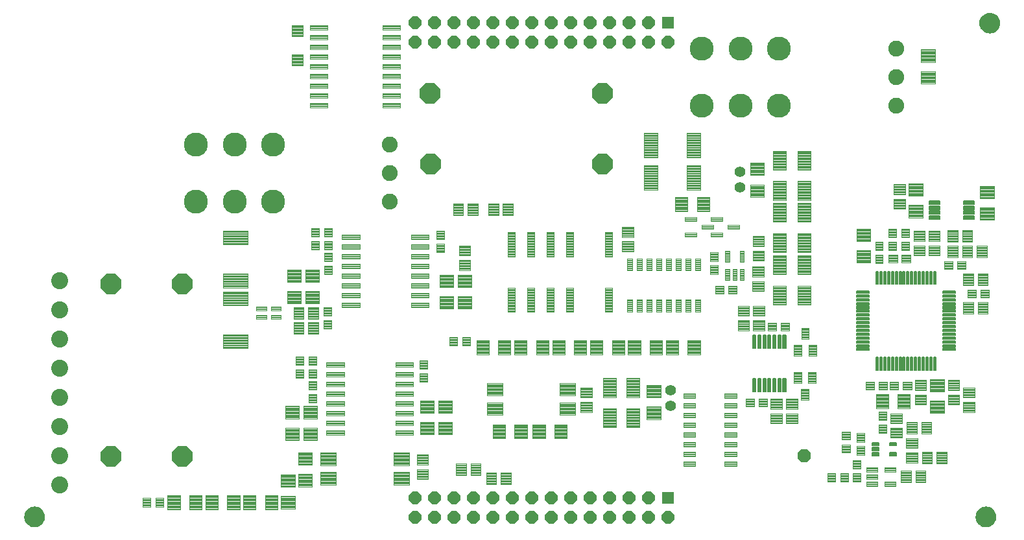
<source format=gts>
G75*
%MOIN*%
%OFA0B0*%
%FSLAX25Y25*%
%IPPOS*%
%LPD*%
%AMOC8*
5,1,8,0,0,1.08239X$1,22.5*
%
%ADD10R,0.06406X0.06406*%
%ADD11OC8,0.06406*%
%ADD12C,0.08768*%
%ADD13C,0.00500*%
%ADD14C,0.00408*%
%ADD15C,0.00486*%
%ADD16C,0.00421*%
%ADD17OC8,0.06996*%
%ADD18C,0.00444*%
%ADD19C,0.00494*%
%ADD20C,0.00455*%
%ADD21OC8,0.10500*%
%ADD22C,0.00449*%
%ADD23C,0.12311*%
%ADD24C,0.08177*%
%ADD25C,0.05500*%
%ADD26C,0.00551*%
%ADD27C,0.00493*%
%ADD28C,0.00432*%
%ADD29C,0.00576*%
%ADD30C,0.00519*%
%ADD31C,0.00528*%
D10*
X0345473Y0038461D03*
X0345473Y0282713D03*
D11*
X0335473Y0282713D03*
X0325473Y0282713D03*
X0315473Y0282713D03*
X0305473Y0282713D03*
X0295473Y0282713D03*
X0285473Y0282713D03*
X0275473Y0282713D03*
X0265473Y0282713D03*
X0255473Y0282713D03*
X0245473Y0282713D03*
X0235473Y0282713D03*
X0225473Y0282713D03*
X0215473Y0282713D03*
X0215473Y0272713D03*
X0225473Y0272713D03*
X0235473Y0272713D03*
X0245473Y0272713D03*
X0255473Y0272713D03*
X0265473Y0272713D03*
X0275473Y0272713D03*
X0285473Y0272713D03*
X0295473Y0272713D03*
X0305473Y0272713D03*
X0315473Y0272713D03*
X0325473Y0272713D03*
X0335473Y0272713D03*
X0345473Y0272713D03*
X0335473Y0038461D03*
X0325473Y0038461D03*
X0315473Y0038461D03*
X0305473Y0038461D03*
X0295473Y0038461D03*
X0285473Y0038461D03*
X0275473Y0038461D03*
X0265473Y0038461D03*
X0255473Y0038461D03*
X0245473Y0038461D03*
X0235473Y0038461D03*
X0225473Y0038461D03*
X0215473Y0038461D03*
X0215473Y0028461D03*
X0225473Y0028461D03*
X0235473Y0028461D03*
X0245473Y0028461D03*
X0255473Y0028461D03*
X0265473Y0028461D03*
X0275473Y0028461D03*
X0285473Y0028461D03*
X0295473Y0028461D03*
X0305473Y0028461D03*
X0315473Y0028461D03*
X0325473Y0028461D03*
X0335473Y0028461D03*
X0345473Y0028461D03*
D12*
X0032796Y0045016D03*
X0032796Y0060016D03*
X0032796Y0075016D03*
X0032796Y0090016D03*
X0032796Y0105016D03*
X0032796Y0120016D03*
X0032796Y0135016D03*
X0032796Y0150016D03*
D13*
X0016590Y0024788D02*
X0017304Y0024288D01*
X0018094Y0023920D01*
X0018936Y0023694D01*
X0019804Y0023618D01*
X0020672Y0023694D01*
X0021514Y0023920D01*
X0022304Y0024288D01*
X0023018Y0024788D01*
X0023634Y0025404D01*
X0024134Y0026118D01*
X0024502Y0026908D01*
X0024728Y0027750D01*
X0024804Y0028618D01*
X0024728Y0029486D01*
X0024502Y0030328D01*
X0024134Y0031118D01*
X0023634Y0031832D01*
X0023018Y0032448D01*
X0022304Y0032948D01*
X0021514Y0033317D01*
X0020672Y0033542D01*
X0019804Y0033618D01*
X0018936Y0033542D01*
X0018094Y0033317D01*
X0017304Y0032948D01*
X0016590Y0032448D01*
X0015974Y0031832D01*
X0015474Y0031118D01*
X0015105Y0030328D01*
X0014880Y0029486D01*
X0014804Y0028618D01*
X0014880Y0027750D01*
X0015105Y0026908D01*
X0015474Y0026118D01*
X0015974Y0025404D01*
X0016590Y0024788D01*
X0016743Y0024681D02*
X0022865Y0024681D01*
X0023410Y0025180D02*
X0016198Y0025180D01*
X0015782Y0025678D02*
X0023826Y0025678D01*
X0024161Y0026177D02*
X0015447Y0026177D01*
X0015214Y0026675D02*
X0024394Y0026675D01*
X0024574Y0027174D02*
X0015034Y0027174D01*
X0014901Y0027672D02*
X0024707Y0027672D01*
X0024765Y0028171D02*
X0014843Y0028171D01*
X0014808Y0028669D02*
X0024799Y0028669D01*
X0024756Y0029168D02*
X0014852Y0029168D01*
X0014928Y0029666D02*
X0024680Y0029666D01*
X0024546Y0030165D02*
X0015062Y0030165D01*
X0015262Y0030663D02*
X0024346Y0030663D01*
X0024104Y0031162D02*
X0015504Y0031162D01*
X0015853Y0031660D02*
X0023754Y0031660D01*
X0023307Y0032159D02*
X0016300Y0032159D01*
X0016888Y0032657D02*
X0022719Y0032657D01*
X0021859Y0033156D02*
X0017749Y0033156D01*
X0017530Y0024183D02*
X0022078Y0024183D01*
X0020558Y0023684D02*
X0019050Y0023684D01*
X0503780Y0028618D02*
X0503856Y0029486D01*
X0504082Y0030328D01*
X0504450Y0031118D01*
X0504950Y0031832D01*
X0505566Y0032448D01*
X0506280Y0032948D01*
X0507070Y0033317D01*
X0507912Y0033542D01*
X0508780Y0033618D01*
X0509649Y0033542D01*
X0510490Y0033317D01*
X0511280Y0032948D01*
X0511994Y0032448D01*
X0512611Y0031832D01*
X0513110Y0031118D01*
X0513479Y0030328D01*
X0513704Y0029486D01*
X0513780Y0028618D01*
X0513704Y0027750D01*
X0513479Y0026908D01*
X0513110Y0026118D01*
X0512611Y0025404D01*
X0511994Y0024788D01*
X0511280Y0024288D01*
X0510490Y0023920D01*
X0509649Y0023694D01*
X0508780Y0023618D01*
X0507912Y0023694D01*
X0507070Y0023920D01*
X0506280Y0024288D01*
X0505566Y0024788D01*
X0504950Y0025404D01*
X0504450Y0026118D01*
X0504082Y0026908D01*
X0503856Y0027750D01*
X0503780Y0028618D01*
X0503785Y0028669D02*
X0513776Y0028669D01*
X0513741Y0028171D02*
X0503819Y0028171D01*
X0503877Y0027672D02*
X0513684Y0027672D01*
X0513550Y0027174D02*
X0504011Y0027174D01*
X0504190Y0026675D02*
X0513370Y0026675D01*
X0513138Y0026177D02*
X0504423Y0026177D01*
X0504758Y0025678D02*
X0512802Y0025678D01*
X0512386Y0025180D02*
X0505175Y0025180D01*
X0505719Y0024681D02*
X0511842Y0024681D01*
X0511054Y0024183D02*
X0506506Y0024183D01*
X0508026Y0023684D02*
X0509534Y0023684D01*
X0513732Y0029168D02*
X0503828Y0029168D01*
X0503904Y0029666D02*
X0513656Y0029666D01*
X0513523Y0030165D02*
X0504038Y0030165D01*
X0504238Y0030663D02*
X0513323Y0030663D01*
X0513080Y0031162D02*
X0504481Y0031162D01*
X0504830Y0031660D02*
X0512731Y0031660D01*
X0512284Y0032159D02*
X0505277Y0032159D01*
X0505865Y0032657D02*
X0511696Y0032657D01*
X0510835Y0033156D02*
X0506725Y0033156D01*
X0510749Y0277555D02*
X0509881Y0277631D01*
X0509039Y0277857D01*
X0508249Y0278225D01*
X0507535Y0278725D01*
X0506919Y0279341D01*
X0506419Y0280055D01*
X0506050Y0280845D01*
X0505825Y0281687D01*
X0505749Y0282555D01*
X0505825Y0283423D01*
X0506050Y0284265D01*
X0506419Y0285055D01*
X0506919Y0285769D01*
X0507535Y0286385D01*
X0508249Y0286885D01*
X0509039Y0287254D01*
X0509881Y0287479D01*
X0510749Y0287555D01*
X0511617Y0287479D01*
X0512459Y0287254D01*
X0513249Y0286885D01*
X0513963Y0286385D01*
X0514579Y0285769D01*
X0515079Y0285055D01*
X0515447Y0284265D01*
X0515673Y0283423D01*
X0515749Y0282555D01*
X0515673Y0281687D01*
X0515447Y0280845D01*
X0515079Y0280055D01*
X0514579Y0279341D01*
X0513963Y0278725D01*
X0513249Y0278225D01*
X0512459Y0277857D01*
X0511617Y0277631D01*
X0510749Y0277555D01*
X0512605Y0277925D02*
X0508892Y0277925D01*
X0507966Y0278423D02*
X0513532Y0278423D01*
X0514160Y0278922D02*
X0507338Y0278922D01*
X0506863Y0279420D02*
X0514635Y0279420D01*
X0514984Y0279919D02*
X0506514Y0279919D01*
X0506250Y0280417D02*
X0515248Y0280417D01*
X0515466Y0280916D02*
X0506031Y0280916D01*
X0505898Y0281414D02*
X0515600Y0281414D01*
X0515693Y0281913D02*
X0505805Y0281913D01*
X0505761Y0282411D02*
X0515736Y0282411D01*
X0515718Y0282910D02*
X0505780Y0282910D01*
X0505823Y0283408D02*
X0515674Y0283408D01*
X0515543Y0283907D02*
X0505954Y0283907D01*
X0506116Y0284405D02*
X0515382Y0284405D01*
X0515149Y0284904D02*
X0506348Y0284904D01*
X0506662Y0285403D02*
X0514836Y0285403D01*
X0514447Y0285901D02*
X0507051Y0285901D01*
X0507555Y0286400D02*
X0513942Y0286400D01*
X0513221Y0286898D02*
X0508276Y0286898D01*
X0509572Y0287397D02*
X0511925Y0287397D01*
D14*
X0482588Y0268938D02*
X0482588Y0262548D01*
X0475410Y0262548D01*
X0475410Y0268938D01*
X0482588Y0268938D01*
X0482588Y0262955D02*
X0475410Y0262955D01*
X0475410Y0263362D02*
X0482588Y0263362D01*
X0482588Y0263769D02*
X0475410Y0263769D01*
X0475410Y0264176D02*
X0482588Y0264176D01*
X0482588Y0264583D02*
X0475410Y0264583D01*
X0475410Y0264990D02*
X0482588Y0264990D01*
X0482588Y0265397D02*
X0475410Y0265397D01*
X0475410Y0265804D02*
X0482588Y0265804D01*
X0482588Y0266211D02*
X0475410Y0266211D01*
X0475410Y0266618D02*
X0482588Y0266618D01*
X0482588Y0267025D02*
X0475410Y0267025D01*
X0475410Y0267432D02*
X0482588Y0267432D01*
X0482588Y0267839D02*
X0475410Y0267839D01*
X0475410Y0268246D02*
X0482588Y0268246D01*
X0482588Y0268653D02*
X0475410Y0268653D01*
X0482588Y0257914D02*
X0482588Y0251524D01*
X0475410Y0251524D01*
X0475410Y0257914D01*
X0482588Y0257914D01*
X0482588Y0251931D02*
X0475410Y0251931D01*
X0475410Y0252338D02*
X0482588Y0252338D01*
X0482588Y0252745D02*
X0475410Y0252745D01*
X0475410Y0253152D02*
X0482588Y0253152D01*
X0482588Y0253559D02*
X0475410Y0253559D01*
X0475410Y0253966D02*
X0482588Y0253966D01*
X0482588Y0254373D02*
X0475410Y0254373D01*
X0475410Y0254780D02*
X0482588Y0254780D01*
X0482588Y0255187D02*
X0475410Y0255187D01*
X0475410Y0255594D02*
X0482588Y0255594D01*
X0482588Y0256001D02*
X0475410Y0256001D01*
X0475410Y0256408D02*
X0482588Y0256408D01*
X0482588Y0256815D02*
X0475410Y0256815D01*
X0475410Y0257222D02*
X0482588Y0257222D01*
X0482588Y0257629D02*
X0475410Y0257629D01*
X0387554Y0210775D02*
X0387554Y0204385D01*
X0387554Y0210775D02*
X0394744Y0210775D01*
X0394744Y0204385D01*
X0387554Y0204385D01*
X0387554Y0204792D02*
X0394744Y0204792D01*
X0394744Y0205199D02*
X0387554Y0205199D01*
X0387554Y0205606D02*
X0394744Y0205606D01*
X0394744Y0206013D02*
X0387554Y0206013D01*
X0387554Y0206420D02*
X0394744Y0206420D01*
X0394744Y0206827D02*
X0387554Y0206827D01*
X0387554Y0207234D02*
X0394744Y0207234D01*
X0394744Y0207641D02*
X0387554Y0207641D01*
X0387554Y0208048D02*
X0394744Y0208048D01*
X0394744Y0208455D02*
X0387554Y0208455D01*
X0387554Y0208862D02*
X0394744Y0208862D01*
X0394744Y0209269D02*
X0387554Y0209269D01*
X0387554Y0209676D02*
X0394744Y0209676D01*
X0394744Y0210083D02*
X0387554Y0210083D01*
X0387554Y0210490D02*
X0394744Y0210490D01*
X0387554Y0199578D02*
X0387554Y0193188D01*
X0387554Y0199578D02*
X0394744Y0199578D01*
X0394744Y0193188D01*
X0387554Y0193188D01*
X0387554Y0193595D02*
X0394744Y0193595D01*
X0394744Y0194002D02*
X0387554Y0194002D01*
X0387554Y0194409D02*
X0394744Y0194409D01*
X0394744Y0194816D02*
X0387554Y0194816D01*
X0387554Y0195223D02*
X0394744Y0195223D01*
X0394744Y0195630D02*
X0387554Y0195630D01*
X0387554Y0196037D02*
X0394744Y0196037D01*
X0394744Y0196444D02*
X0387554Y0196444D01*
X0387554Y0196851D02*
X0394744Y0196851D01*
X0394744Y0197258D02*
X0387554Y0197258D01*
X0387554Y0197665D02*
X0394744Y0197665D01*
X0394744Y0198072D02*
X0387554Y0198072D01*
X0387554Y0198479D02*
X0394744Y0198479D01*
X0394744Y0198886D02*
X0387554Y0198886D01*
X0387554Y0199293D02*
X0394744Y0199293D01*
X0366692Y0185786D02*
X0360302Y0185786D01*
X0360302Y0192976D01*
X0366692Y0192976D01*
X0366692Y0185786D01*
X0366692Y0186193D02*
X0360302Y0186193D01*
X0360302Y0186600D02*
X0366692Y0186600D01*
X0366692Y0187007D02*
X0360302Y0187007D01*
X0360302Y0187414D02*
X0366692Y0187414D01*
X0366692Y0187821D02*
X0360302Y0187821D01*
X0360302Y0188228D02*
X0366692Y0188228D01*
X0366692Y0188635D02*
X0360302Y0188635D01*
X0360302Y0189042D02*
X0366692Y0189042D01*
X0366692Y0189449D02*
X0360302Y0189449D01*
X0360302Y0189856D02*
X0366692Y0189856D01*
X0366692Y0190263D02*
X0360302Y0190263D01*
X0360302Y0190670D02*
X0366692Y0190670D01*
X0366692Y0191077D02*
X0360302Y0191077D01*
X0360302Y0191484D02*
X0366692Y0191484D01*
X0366692Y0191891D02*
X0360302Y0191891D01*
X0360302Y0192298D02*
X0366692Y0192298D01*
X0366692Y0192705D02*
X0360302Y0192705D01*
X0355495Y0185786D02*
X0349105Y0185786D01*
X0349105Y0192976D01*
X0355495Y0192976D01*
X0355495Y0185786D01*
X0355495Y0186193D02*
X0349105Y0186193D01*
X0349105Y0186600D02*
X0355495Y0186600D01*
X0355495Y0187007D02*
X0349105Y0187007D01*
X0349105Y0187414D02*
X0355495Y0187414D01*
X0355495Y0187821D02*
X0349105Y0187821D01*
X0349105Y0188228D02*
X0355495Y0188228D01*
X0355495Y0188635D02*
X0349105Y0188635D01*
X0349105Y0189042D02*
X0355495Y0189042D01*
X0355495Y0189449D02*
X0349105Y0189449D01*
X0349105Y0189856D02*
X0355495Y0189856D01*
X0355495Y0190263D02*
X0349105Y0190263D01*
X0349105Y0190670D02*
X0355495Y0190670D01*
X0355495Y0191077D02*
X0349105Y0191077D01*
X0349105Y0191484D02*
X0355495Y0191484D01*
X0355495Y0191891D02*
X0349105Y0191891D01*
X0349105Y0192298D02*
X0355495Y0192298D01*
X0355495Y0192705D02*
X0349105Y0192705D01*
X0449438Y0176688D02*
X0449438Y0170298D01*
X0442260Y0170298D01*
X0442260Y0176688D01*
X0449438Y0176688D01*
X0449438Y0170705D02*
X0442260Y0170705D01*
X0442260Y0171112D02*
X0449438Y0171112D01*
X0449438Y0171519D02*
X0442260Y0171519D01*
X0442260Y0171926D02*
X0449438Y0171926D01*
X0449438Y0172333D02*
X0442260Y0172333D01*
X0442260Y0172740D02*
X0449438Y0172740D01*
X0449438Y0173147D02*
X0442260Y0173147D01*
X0442260Y0173554D02*
X0449438Y0173554D01*
X0449438Y0173961D02*
X0442260Y0173961D01*
X0442260Y0174368D02*
X0449438Y0174368D01*
X0449438Y0174775D02*
X0442260Y0174775D01*
X0442260Y0175182D02*
X0449438Y0175182D01*
X0449438Y0175589D02*
X0442260Y0175589D01*
X0442260Y0175996D02*
X0449438Y0175996D01*
X0449438Y0176403D02*
X0442260Y0176403D01*
X0449438Y0165664D02*
X0449438Y0159274D01*
X0442260Y0159274D01*
X0442260Y0165664D01*
X0449438Y0165664D01*
X0449438Y0159681D02*
X0442260Y0159681D01*
X0442260Y0160088D02*
X0449438Y0160088D01*
X0449438Y0160495D02*
X0442260Y0160495D01*
X0442260Y0160902D02*
X0449438Y0160902D01*
X0449438Y0161309D02*
X0442260Y0161309D01*
X0442260Y0161716D02*
X0449438Y0161716D01*
X0449438Y0162123D02*
X0442260Y0162123D01*
X0442260Y0162530D02*
X0449438Y0162530D01*
X0449438Y0162937D02*
X0442260Y0162937D01*
X0442260Y0163344D02*
X0449438Y0163344D01*
X0449438Y0163751D02*
X0442260Y0163751D01*
X0442260Y0164158D02*
X0449438Y0164158D01*
X0449438Y0164565D02*
X0442260Y0164565D01*
X0442260Y0164972D02*
X0449438Y0164972D01*
X0449438Y0165379D02*
X0442260Y0165379D01*
X0476338Y0182574D02*
X0476338Y0188964D01*
X0476338Y0182574D02*
X0469160Y0182574D01*
X0469160Y0188964D01*
X0476338Y0188964D01*
X0476338Y0182981D02*
X0469160Y0182981D01*
X0469160Y0183388D02*
X0476338Y0183388D01*
X0476338Y0183795D02*
X0469160Y0183795D01*
X0469160Y0184202D02*
X0476338Y0184202D01*
X0476338Y0184609D02*
X0469160Y0184609D01*
X0469160Y0185016D02*
X0476338Y0185016D01*
X0476338Y0185423D02*
X0469160Y0185423D01*
X0469160Y0185830D02*
X0476338Y0185830D01*
X0476338Y0186237D02*
X0469160Y0186237D01*
X0469160Y0186644D02*
X0476338Y0186644D01*
X0476338Y0187051D02*
X0469160Y0187051D01*
X0469160Y0187458D02*
X0476338Y0187458D01*
X0476338Y0187865D02*
X0469160Y0187865D01*
X0469160Y0188272D02*
X0476338Y0188272D01*
X0476338Y0188679D02*
X0469160Y0188679D01*
X0476338Y0193598D02*
X0476338Y0199988D01*
X0476338Y0193598D02*
X0469160Y0193598D01*
X0469160Y0199988D01*
X0476338Y0199988D01*
X0476338Y0194005D02*
X0469160Y0194005D01*
X0469160Y0194412D02*
X0476338Y0194412D01*
X0476338Y0194819D02*
X0469160Y0194819D01*
X0469160Y0195226D02*
X0476338Y0195226D01*
X0476338Y0195633D02*
X0469160Y0195633D01*
X0469160Y0196040D02*
X0476338Y0196040D01*
X0476338Y0196447D02*
X0469160Y0196447D01*
X0469160Y0196854D02*
X0476338Y0196854D01*
X0476338Y0197261D02*
X0469160Y0197261D01*
X0469160Y0197668D02*
X0476338Y0197668D01*
X0476338Y0198075D02*
X0469160Y0198075D01*
X0469160Y0198482D02*
X0476338Y0198482D01*
X0476338Y0198889D02*
X0469160Y0198889D01*
X0469160Y0199296D02*
X0476338Y0199296D01*
X0476338Y0199703D02*
X0469160Y0199703D01*
X0512938Y0198788D02*
X0512938Y0192398D01*
X0505760Y0192398D01*
X0505760Y0198788D01*
X0512938Y0198788D01*
X0512938Y0192805D02*
X0505760Y0192805D01*
X0505760Y0193212D02*
X0512938Y0193212D01*
X0512938Y0193619D02*
X0505760Y0193619D01*
X0505760Y0194026D02*
X0512938Y0194026D01*
X0512938Y0194433D02*
X0505760Y0194433D01*
X0505760Y0194840D02*
X0512938Y0194840D01*
X0512938Y0195247D02*
X0505760Y0195247D01*
X0505760Y0195654D02*
X0512938Y0195654D01*
X0512938Y0196061D02*
X0505760Y0196061D01*
X0505760Y0196468D02*
X0512938Y0196468D01*
X0512938Y0196875D02*
X0505760Y0196875D01*
X0505760Y0197282D02*
X0512938Y0197282D01*
X0512938Y0197689D02*
X0505760Y0197689D01*
X0505760Y0198096D02*
X0512938Y0198096D01*
X0512938Y0198503D02*
X0505760Y0198503D01*
X0512938Y0187764D02*
X0512938Y0181374D01*
X0505760Y0181374D01*
X0505760Y0187764D01*
X0512938Y0187764D01*
X0512938Y0181781D02*
X0505760Y0181781D01*
X0505760Y0182188D02*
X0512938Y0182188D01*
X0512938Y0182595D02*
X0505760Y0182595D01*
X0505760Y0183002D02*
X0512938Y0183002D01*
X0512938Y0183409D02*
X0505760Y0183409D01*
X0505760Y0183816D02*
X0512938Y0183816D01*
X0512938Y0184223D02*
X0505760Y0184223D01*
X0505760Y0184630D02*
X0512938Y0184630D01*
X0512938Y0185037D02*
X0505760Y0185037D01*
X0505760Y0185444D02*
X0512938Y0185444D01*
X0512938Y0185851D02*
X0505760Y0185851D01*
X0505760Y0186258D02*
X0512938Y0186258D01*
X0512938Y0186665D02*
X0505760Y0186665D01*
X0505760Y0187072D02*
X0512938Y0187072D01*
X0512938Y0187479D02*
X0505760Y0187479D01*
X0361892Y0119426D02*
X0355502Y0119426D01*
X0361892Y0119426D02*
X0361892Y0112236D01*
X0355502Y0112236D01*
X0355502Y0119426D01*
X0355502Y0112643D02*
X0361892Y0112643D01*
X0361892Y0113050D02*
X0355502Y0113050D01*
X0355502Y0113457D02*
X0361892Y0113457D01*
X0361892Y0113864D02*
X0355502Y0113864D01*
X0355502Y0114271D02*
X0361892Y0114271D01*
X0361892Y0114678D02*
X0355502Y0114678D01*
X0355502Y0115085D02*
X0361892Y0115085D01*
X0361892Y0115492D02*
X0355502Y0115492D01*
X0355502Y0115899D02*
X0361892Y0115899D01*
X0361892Y0116306D02*
X0355502Y0116306D01*
X0355502Y0116713D02*
X0361892Y0116713D01*
X0361892Y0117120D02*
X0355502Y0117120D01*
X0355502Y0117527D02*
X0361892Y0117527D01*
X0361892Y0117934D02*
X0355502Y0117934D01*
X0355502Y0118341D02*
X0361892Y0118341D01*
X0361892Y0118748D02*
X0355502Y0118748D01*
X0355502Y0119155D02*
X0361892Y0119155D01*
X0350695Y0119426D02*
X0344305Y0119426D01*
X0350695Y0119426D02*
X0350695Y0112236D01*
X0344305Y0112236D01*
X0344305Y0119426D01*
X0344305Y0112643D02*
X0350695Y0112643D01*
X0350695Y0113050D02*
X0344305Y0113050D01*
X0344305Y0113457D02*
X0350695Y0113457D01*
X0350695Y0113864D02*
X0344305Y0113864D01*
X0344305Y0114271D02*
X0350695Y0114271D01*
X0350695Y0114678D02*
X0344305Y0114678D01*
X0344305Y0115085D02*
X0350695Y0115085D01*
X0350695Y0115492D02*
X0344305Y0115492D01*
X0344305Y0115899D02*
X0350695Y0115899D01*
X0350695Y0116306D02*
X0344305Y0116306D01*
X0344305Y0116713D02*
X0350695Y0116713D01*
X0350695Y0117120D02*
X0344305Y0117120D01*
X0344305Y0117527D02*
X0350695Y0117527D01*
X0350695Y0117934D02*
X0344305Y0117934D01*
X0344305Y0118341D02*
X0350695Y0118341D01*
X0350695Y0118748D02*
X0344305Y0118748D01*
X0344305Y0119155D02*
X0350695Y0119155D01*
X0342392Y0119426D02*
X0336002Y0119426D01*
X0342392Y0119426D02*
X0342392Y0112236D01*
X0336002Y0112236D01*
X0336002Y0119426D01*
X0336002Y0112643D02*
X0342392Y0112643D01*
X0342392Y0113050D02*
X0336002Y0113050D01*
X0336002Y0113457D02*
X0342392Y0113457D01*
X0342392Y0113864D02*
X0336002Y0113864D01*
X0336002Y0114271D02*
X0342392Y0114271D01*
X0342392Y0114678D02*
X0336002Y0114678D01*
X0336002Y0115085D02*
X0342392Y0115085D01*
X0342392Y0115492D02*
X0336002Y0115492D01*
X0336002Y0115899D02*
X0342392Y0115899D01*
X0342392Y0116306D02*
X0336002Y0116306D01*
X0336002Y0116713D02*
X0342392Y0116713D01*
X0342392Y0117120D02*
X0336002Y0117120D01*
X0336002Y0117527D02*
X0342392Y0117527D01*
X0342392Y0117934D02*
X0336002Y0117934D01*
X0336002Y0118341D02*
X0342392Y0118341D01*
X0342392Y0118748D02*
X0336002Y0118748D01*
X0336002Y0119155D02*
X0342392Y0119155D01*
X0331195Y0119426D02*
X0324805Y0119426D01*
X0331195Y0119426D02*
X0331195Y0112236D01*
X0324805Y0112236D01*
X0324805Y0119426D01*
X0324805Y0112643D02*
X0331195Y0112643D01*
X0331195Y0113050D02*
X0324805Y0113050D01*
X0324805Y0113457D02*
X0331195Y0113457D01*
X0331195Y0113864D02*
X0324805Y0113864D01*
X0324805Y0114271D02*
X0331195Y0114271D01*
X0331195Y0114678D02*
X0324805Y0114678D01*
X0324805Y0115085D02*
X0331195Y0115085D01*
X0331195Y0115492D02*
X0324805Y0115492D01*
X0324805Y0115899D02*
X0331195Y0115899D01*
X0331195Y0116306D02*
X0324805Y0116306D01*
X0324805Y0116713D02*
X0331195Y0116713D01*
X0331195Y0117120D02*
X0324805Y0117120D01*
X0324805Y0117527D02*
X0331195Y0117527D01*
X0331195Y0117934D02*
X0324805Y0117934D01*
X0324805Y0118341D02*
X0331195Y0118341D01*
X0331195Y0118748D02*
X0324805Y0118748D01*
X0324805Y0119155D02*
X0331195Y0119155D01*
X0322942Y0119426D02*
X0316552Y0119426D01*
X0322942Y0119426D02*
X0322942Y0112236D01*
X0316552Y0112236D01*
X0316552Y0119426D01*
X0316552Y0112643D02*
X0322942Y0112643D01*
X0322942Y0113050D02*
X0316552Y0113050D01*
X0316552Y0113457D02*
X0322942Y0113457D01*
X0322942Y0113864D02*
X0316552Y0113864D01*
X0316552Y0114271D02*
X0322942Y0114271D01*
X0322942Y0114678D02*
X0316552Y0114678D01*
X0316552Y0115085D02*
X0322942Y0115085D01*
X0322942Y0115492D02*
X0316552Y0115492D01*
X0316552Y0115899D02*
X0322942Y0115899D01*
X0322942Y0116306D02*
X0316552Y0116306D01*
X0316552Y0116713D02*
X0322942Y0116713D01*
X0322942Y0117120D02*
X0316552Y0117120D01*
X0316552Y0117527D02*
X0322942Y0117527D01*
X0322942Y0117934D02*
X0316552Y0117934D01*
X0316552Y0118341D02*
X0322942Y0118341D01*
X0322942Y0118748D02*
X0316552Y0118748D01*
X0316552Y0119155D02*
X0322942Y0119155D01*
X0311745Y0119426D02*
X0305355Y0119426D01*
X0311745Y0119426D02*
X0311745Y0112236D01*
X0305355Y0112236D01*
X0305355Y0119426D01*
X0305355Y0112643D02*
X0311745Y0112643D01*
X0311745Y0113050D02*
X0305355Y0113050D01*
X0305355Y0113457D02*
X0311745Y0113457D01*
X0311745Y0113864D02*
X0305355Y0113864D01*
X0305355Y0114271D02*
X0311745Y0114271D01*
X0311745Y0114678D02*
X0305355Y0114678D01*
X0305355Y0115085D02*
X0311745Y0115085D01*
X0311745Y0115492D02*
X0305355Y0115492D01*
X0305355Y0115899D02*
X0311745Y0115899D01*
X0311745Y0116306D02*
X0305355Y0116306D01*
X0305355Y0116713D02*
X0311745Y0116713D01*
X0311745Y0117120D02*
X0305355Y0117120D01*
X0305355Y0117527D02*
X0311745Y0117527D01*
X0311745Y0117934D02*
X0305355Y0117934D01*
X0305355Y0118341D02*
X0311745Y0118341D01*
X0311745Y0118748D02*
X0305355Y0118748D01*
X0305355Y0119155D02*
X0311745Y0119155D01*
X0303442Y0119426D02*
X0297052Y0119426D01*
X0303442Y0119426D02*
X0303442Y0112236D01*
X0297052Y0112236D01*
X0297052Y0119426D01*
X0297052Y0112643D02*
X0303442Y0112643D01*
X0303442Y0113050D02*
X0297052Y0113050D01*
X0297052Y0113457D02*
X0303442Y0113457D01*
X0303442Y0113864D02*
X0297052Y0113864D01*
X0297052Y0114271D02*
X0303442Y0114271D01*
X0303442Y0114678D02*
X0297052Y0114678D01*
X0297052Y0115085D02*
X0303442Y0115085D01*
X0303442Y0115492D02*
X0297052Y0115492D01*
X0297052Y0115899D02*
X0303442Y0115899D01*
X0303442Y0116306D02*
X0297052Y0116306D01*
X0297052Y0116713D02*
X0303442Y0116713D01*
X0303442Y0117120D02*
X0297052Y0117120D01*
X0297052Y0117527D02*
X0303442Y0117527D01*
X0303442Y0117934D02*
X0297052Y0117934D01*
X0297052Y0118341D02*
X0303442Y0118341D01*
X0303442Y0118748D02*
X0297052Y0118748D01*
X0297052Y0119155D02*
X0303442Y0119155D01*
X0292245Y0119426D02*
X0285855Y0119426D01*
X0292245Y0119426D02*
X0292245Y0112236D01*
X0285855Y0112236D01*
X0285855Y0119426D01*
X0285855Y0112643D02*
X0292245Y0112643D01*
X0292245Y0113050D02*
X0285855Y0113050D01*
X0285855Y0113457D02*
X0292245Y0113457D01*
X0292245Y0113864D02*
X0285855Y0113864D01*
X0285855Y0114271D02*
X0292245Y0114271D01*
X0292245Y0114678D02*
X0285855Y0114678D01*
X0285855Y0115085D02*
X0292245Y0115085D01*
X0292245Y0115492D02*
X0285855Y0115492D01*
X0285855Y0115899D02*
X0292245Y0115899D01*
X0292245Y0116306D02*
X0285855Y0116306D01*
X0285855Y0116713D02*
X0292245Y0116713D01*
X0292245Y0117120D02*
X0285855Y0117120D01*
X0285855Y0117527D02*
X0292245Y0117527D01*
X0292245Y0117934D02*
X0285855Y0117934D01*
X0285855Y0118341D02*
X0292245Y0118341D01*
X0292245Y0118748D02*
X0285855Y0118748D01*
X0285855Y0119155D02*
X0292245Y0119155D01*
X0283942Y0119426D02*
X0277552Y0119426D01*
X0283942Y0119426D02*
X0283942Y0112236D01*
X0277552Y0112236D01*
X0277552Y0119426D01*
X0277552Y0112643D02*
X0283942Y0112643D01*
X0283942Y0113050D02*
X0277552Y0113050D01*
X0277552Y0113457D02*
X0283942Y0113457D01*
X0283942Y0113864D02*
X0277552Y0113864D01*
X0277552Y0114271D02*
X0283942Y0114271D01*
X0283942Y0114678D02*
X0277552Y0114678D01*
X0277552Y0115085D02*
X0283942Y0115085D01*
X0283942Y0115492D02*
X0277552Y0115492D01*
X0277552Y0115899D02*
X0283942Y0115899D01*
X0283942Y0116306D02*
X0277552Y0116306D01*
X0277552Y0116713D02*
X0283942Y0116713D01*
X0283942Y0117120D02*
X0277552Y0117120D01*
X0277552Y0117527D02*
X0283942Y0117527D01*
X0283942Y0117934D02*
X0277552Y0117934D01*
X0277552Y0118341D02*
X0283942Y0118341D01*
X0283942Y0118748D02*
X0277552Y0118748D01*
X0277552Y0119155D02*
X0283942Y0119155D01*
X0272745Y0119426D02*
X0266355Y0119426D01*
X0272745Y0119426D02*
X0272745Y0112236D01*
X0266355Y0112236D01*
X0266355Y0119426D01*
X0266355Y0112643D02*
X0272745Y0112643D01*
X0272745Y0113050D02*
X0266355Y0113050D01*
X0266355Y0113457D02*
X0272745Y0113457D01*
X0272745Y0113864D02*
X0266355Y0113864D01*
X0266355Y0114271D02*
X0272745Y0114271D01*
X0272745Y0114678D02*
X0266355Y0114678D01*
X0266355Y0115085D02*
X0272745Y0115085D01*
X0272745Y0115492D02*
X0266355Y0115492D01*
X0266355Y0115899D02*
X0272745Y0115899D01*
X0272745Y0116306D02*
X0266355Y0116306D01*
X0266355Y0116713D02*
X0272745Y0116713D01*
X0272745Y0117120D02*
X0266355Y0117120D01*
X0266355Y0117527D02*
X0272745Y0117527D01*
X0272745Y0117934D02*
X0266355Y0117934D01*
X0266355Y0118341D02*
X0272745Y0118341D01*
X0272745Y0118748D02*
X0266355Y0118748D01*
X0266355Y0119155D02*
X0272745Y0119155D01*
X0264492Y0119426D02*
X0258102Y0119426D01*
X0264492Y0119426D02*
X0264492Y0112236D01*
X0258102Y0112236D01*
X0258102Y0119426D01*
X0258102Y0112643D02*
X0264492Y0112643D01*
X0264492Y0113050D02*
X0258102Y0113050D01*
X0258102Y0113457D02*
X0264492Y0113457D01*
X0264492Y0113864D02*
X0258102Y0113864D01*
X0258102Y0114271D02*
X0264492Y0114271D01*
X0264492Y0114678D02*
X0258102Y0114678D01*
X0258102Y0115085D02*
X0264492Y0115085D01*
X0264492Y0115492D02*
X0258102Y0115492D01*
X0258102Y0115899D02*
X0264492Y0115899D01*
X0264492Y0116306D02*
X0258102Y0116306D01*
X0258102Y0116713D02*
X0264492Y0116713D01*
X0264492Y0117120D02*
X0258102Y0117120D01*
X0258102Y0117527D02*
X0264492Y0117527D01*
X0264492Y0117934D02*
X0258102Y0117934D01*
X0258102Y0118341D02*
X0264492Y0118341D01*
X0264492Y0118748D02*
X0258102Y0118748D01*
X0258102Y0119155D02*
X0264492Y0119155D01*
X0253295Y0119426D02*
X0246905Y0119426D01*
X0253295Y0119426D02*
X0253295Y0112236D01*
X0246905Y0112236D01*
X0246905Y0119426D01*
X0246905Y0112643D02*
X0253295Y0112643D01*
X0253295Y0113050D02*
X0246905Y0113050D01*
X0246905Y0113457D02*
X0253295Y0113457D01*
X0253295Y0113864D02*
X0246905Y0113864D01*
X0246905Y0114271D02*
X0253295Y0114271D01*
X0253295Y0114678D02*
X0246905Y0114678D01*
X0246905Y0115085D02*
X0253295Y0115085D01*
X0253295Y0115492D02*
X0246905Y0115492D01*
X0246905Y0115899D02*
X0253295Y0115899D01*
X0253295Y0116306D02*
X0246905Y0116306D01*
X0246905Y0116713D02*
X0253295Y0116713D01*
X0253295Y0117120D02*
X0246905Y0117120D01*
X0246905Y0117527D02*
X0253295Y0117527D01*
X0253295Y0117934D02*
X0246905Y0117934D01*
X0246905Y0118341D02*
X0253295Y0118341D01*
X0253295Y0118748D02*
X0246905Y0118748D01*
X0246905Y0119155D02*
X0253295Y0119155D01*
X0237210Y0135624D02*
X0237210Y0142014D01*
X0244388Y0142014D01*
X0244388Y0135624D01*
X0237210Y0135624D01*
X0237210Y0136031D02*
X0244388Y0136031D01*
X0244388Y0136438D02*
X0237210Y0136438D01*
X0237210Y0136845D02*
X0244388Y0136845D01*
X0244388Y0137252D02*
X0237210Y0137252D01*
X0237210Y0137659D02*
X0244388Y0137659D01*
X0244388Y0138066D02*
X0237210Y0138066D01*
X0237210Y0138473D02*
X0244388Y0138473D01*
X0244388Y0138880D02*
X0237210Y0138880D01*
X0237210Y0139287D02*
X0244388Y0139287D01*
X0244388Y0139694D02*
X0237210Y0139694D01*
X0237210Y0140101D02*
X0244388Y0140101D01*
X0244388Y0140508D02*
X0237210Y0140508D01*
X0237210Y0140915D02*
X0244388Y0140915D01*
X0244388Y0141322D02*
X0237210Y0141322D01*
X0237210Y0141729D02*
X0244388Y0141729D01*
X0237210Y0146648D02*
X0237210Y0153038D01*
X0244388Y0153038D01*
X0244388Y0146648D01*
X0237210Y0146648D01*
X0237210Y0147055D02*
X0244388Y0147055D01*
X0244388Y0147462D02*
X0237210Y0147462D01*
X0237210Y0147869D02*
X0244388Y0147869D01*
X0244388Y0148276D02*
X0237210Y0148276D01*
X0237210Y0148683D02*
X0244388Y0148683D01*
X0244388Y0149090D02*
X0237210Y0149090D01*
X0237210Y0149497D02*
X0244388Y0149497D01*
X0244388Y0149904D02*
X0237210Y0149904D01*
X0237210Y0150311D02*
X0244388Y0150311D01*
X0244388Y0150718D02*
X0237210Y0150718D01*
X0237210Y0151125D02*
X0244388Y0151125D01*
X0244388Y0151532D02*
X0237210Y0151532D01*
X0237210Y0151939D02*
X0244388Y0151939D01*
X0244388Y0152346D02*
X0237210Y0152346D01*
X0237210Y0152753D02*
X0244388Y0152753D01*
X0227960Y0153038D02*
X0227960Y0146648D01*
X0227960Y0153038D02*
X0235138Y0153038D01*
X0235138Y0146648D01*
X0227960Y0146648D01*
X0227960Y0147055D02*
X0235138Y0147055D01*
X0235138Y0147462D02*
X0227960Y0147462D01*
X0227960Y0147869D02*
X0235138Y0147869D01*
X0235138Y0148276D02*
X0227960Y0148276D01*
X0227960Y0148683D02*
X0235138Y0148683D01*
X0235138Y0149090D02*
X0227960Y0149090D01*
X0227960Y0149497D02*
X0235138Y0149497D01*
X0235138Y0149904D02*
X0227960Y0149904D01*
X0227960Y0150311D02*
X0235138Y0150311D01*
X0235138Y0150718D02*
X0227960Y0150718D01*
X0227960Y0151125D02*
X0235138Y0151125D01*
X0235138Y0151532D02*
X0227960Y0151532D01*
X0227960Y0151939D02*
X0235138Y0151939D01*
X0235138Y0152346D02*
X0227960Y0152346D01*
X0227960Y0152753D02*
X0235138Y0152753D01*
X0227960Y0142014D02*
X0227960Y0135624D01*
X0227960Y0142014D02*
X0235138Y0142014D01*
X0235138Y0135624D01*
X0227960Y0135624D01*
X0227960Y0136031D02*
X0235138Y0136031D01*
X0235138Y0136438D02*
X0227960Y0136438D01*
X0227960Y0136845D02*
X0235138Y0136845D01*
X0235138Y0137252D02*
X0227960Y0137252D01*
X0227960Y0137659D02*
X0235138Y0137659D01*
X0235138Y0138066D02*
X0227960Y0138066D01*
X0227960Y0138473D02*
X0235138Y0138473D01*
X0235138Y0138880D02*
X0227960Y0138880D01*
X0227960Y0139287D02*
X0235138Y0139287D01*
X0235138Y0139694D02*
X0227960Y0139694D01*
X0227960Y0140101D02*
X0235138Y0140101D01*
X0235138Y0140508D02*
X0227960Y0140508D01*
X0227960Y0140915D02*
X0235138Y0140915D01*
X0235138Y0141322D02*
X0227960Y0141322D01*
X0227960Y0141729D02*
X0235138Y0141729D01*
X0158860Y0144664D02*
X0158860Y0138274D01*
X0158860Y0144664D02*
X0166038Y0144664D01*
X0166038Y0138274D01*
X0158860Y0138274D01*
X0158860Y0138681D02*
X0166038Y0138681D01*
X0166038Y0139088D02*
X0158860Y0139088D01*
X0158860Y0139495D02*
X0166038Y0139495D01*
X0166038Y0139902D02*
X0158860Y0139902D01*
X0158860Y0140309D02*
X0166038Y0140309D01*
X0166038Y0140716D02*
X0158860Y0140716D01*
X0158860Y0141123D02*
X0166038Y0141123D01*
X0166038Y0141530D02*
X0158860Y0141530D01*
X0158860Y0141937D02*
X0166038Y0141937D01*
X0166038Y0142344D02*
X0158860Y0142344D01*
X0158860Y0142751D02*
X0166038Y0142751D01*
X0166038Y0143158D02*
X0158860Y0143158D01*
X0158860Y0143565D02*
X0166038Y0143565D01*
X0166038Y0143972D02*
X0158860Y0143972D01*
X0158860Y0144379D02*
X0166038Y0144379D01*
X0158860Y0149298D02*
X0158860Y0155688D01*
X0166038Y0155688D01*
X0166038Y0149298D01*
X0158860Y0149298D01*
X0158860Y0149705D02*
X0166038Y0149705D01*
X0166038Y0150112D02*
X0158860Y0150112D01*
X0158860Y0150519D02*
X0166038Y0150519D01*
X0166038Y0150926D02*
X0158860Y0150926D01*
X0158860Y0151333D02*
X0166038Y0151333D01*
X0166038Y0151740D02*
X0158860Y0151740D01*
X0158860Y0152147D02*
X0166038Y0152147D01*
X0166038Y0152554D02*
X0158860Y0152554D01*
X0158860Y0152961D02*
X0166038Y0152961D01*
X0166038Y0153368D02*
X0158860Y0153368D01*
X0158860Y0153775D02*
X0166038Y0153775D01*
X0166038Y0154182D02*
X0158860Y0154182D01*
X0158860Y0154589D02*
X0166038Y0154589D01*
X0166038Y0154996D02*
X0158860Y0154996D01*
X0158860Y0155403D02*
X0166038Y0155403D01*
X0149610Y0155688D02*
X0149610Y0149298D01*
X0149610Y0155688D02*
X0156788Y0155688D01*
X0156788Y0149298D01*
X0149610Y0149298D01*
X0149610Y0149705D02*
X0156788Y0149705D01*
X0156788Y0150112D02*
X0149610Y0150112D01*
X0149610Y0150519D02*
X0156788Y0150519D01*
X0156788Y0150926D02*
X0149610Y0150926D01*
X0149610Y0151333D02*
X0156788Y0151333D01*
X0156788Y0151740D02*
X0149610Y0151740D01*
X0149610Y0152147D02*
X0156788Y0152147D01*
X0156788Y0152554D02*
X0149610Y0152554D01*
X0149610Y0152961D02*
X0156788Y0152961D01*
X0156788Y0153368D02*
X0149610Y0153368D01*
X0149610Y0153775D02*
X0156788Y0153775D01*
X0156788Y0154182D02*
X0149610Y0154182D01*
X0149610Y0154589D02*
X0156788Y0154589D01*
X0156788Y0154996D02*
X0149610Y0154996D01*
X0149610Y0155403D02*
X0156788Y0155403D01*
X0149610Y0144664D02*
X0149610Y0138274D01*
X0149610Y0144664D02*
X0156788Y0144664D01*
X0156788Y0138274D01*
X0149610Y0138274D01*
X0149610Y0138681D02*
X0156788Y0138681D01*
X0156788Y0139088D02*
X0149610Y0139088D01*
X0149610Y0139495D02*
X0156788Y0139495D01*
X0156788Y0139902D02*
X0149610Y0139902D01*
X0149610Y0140309D02*
X0156788Y0140309D01*
X0156788Y0140716D02*
X0149610Y0140716D01*
X0149610Y0141123D02*
X0156788Y0141123D01*
X0156788Y0141530D02*
X0149610Y0141530D01*
X0149610Y0141937D02*
X0156788Y0141937D01*
X0156788Y0142344D02*
X0149610Y0142344D01*
X0149610Y0142751D02*
X0156788Y0142751D01*
X0156788Y0143158D02*
X0149610Y0143158D01*
X0149610Y0143565D02*
X0156788Y0143565D01*
X0156788Y0143972D02*
X0149610Y0143972D01*
X0149610Y0144379D02*
X0156788Y0144379D01*
X0252236Y0097576D02*
X0252236Y0091186D01*
X0252236Y0097576D02*
X0260202Y0097576D01*
X0260202Y0091186D01*
X0252236Y0091186D01*
X0252236Y0091593D02*
X0260202Y0091593D01*
X0260202Y0092000D02*
X0252236Y0092000D01*
X0252236Y0092407D02*
X0260202Y0092407D01*
X0260202Y0092814D02*
X0252236Y0092814D01*
X0252236Y0093221D02*
X0260202Y0093221D01*
X0260202Y0093628D02*
X0252236Y0093628D01*
X0252236Y0094035D02*
X0260202Y0094035D01*
X0260202Y0094442D02*
X0252236Y0094442D01*
X0252236Y0094849D02*
X0260202Y0094849D01*
X0260202Y0095256D02*
X0252236Y0095256D01*
X0252236Y0095663D02*
X0260202Y0095663D01*
X0260202Y0096070D02*
X0252236Y0096070D01*
X0252236Y0096477D02*
X0260202Y0096477D01*
X0260202Y0096884D02*
X0252236Y0096884D01*
X0252236Y0097291D02*
X0260202Y0097291D01*
X0252236Y0087576D02*
X0252236Y0081186D01*
X0252236Y0087576D02*
X0260202Y0087576D01*
X0260202Y0081186D01*
X0252236Y0081186D01*
X0252236Y0081593D02*
X0260202Y0081593D01*
X0260202Y0082000D02*
X0252236Y0082000D01*
X0252236Y0082407D02*
X0260202Y0082407D01*
X0260202Y0082814D02*
X0252236Y0082814D01*
X0252236Y0083221D02*
X0260202Y0083221D01*
X0260202Y0083628D02*
X0252236Y0083628D01*
X0252236Y0084035D02*
X0260202Y0084035D01*
X0260202Y0084442D02*
X0252236Y0084442D01*
X0252236Y0084849D02*
X0260202Y0084849D01*
X0260202Y0085256D02*
X0252236Y0085256D01*
X0252236Y0085663D02*
X0260202Y0085663D01*
X0260202Y0086070D02*
X0252236Y0086070D01*
X0252236Y0086477D02*
X0260202Y0086477D01*
X0260202Y0086884D02*
X0252236Y0086884D01*
X0252236Y0087291D02*
X0260202Y0087291D01*
X0261695Y0076176D02*
X0255305Y0076176D01*
X0261695Y0076176D02*
X0261695Y0068986D01*
X0255305Y0068986D01*
X0255305Y0076176D01*
X0255305Y0069393D02*
X0261695Y0069393D01*
X0261695Y0069800D02*
X0255305Y0069800D01*
X0255305Y0070207D02*
X0261695Y0070207D01*
X0261695Y0070614D02*
X0255305Y0070614D01*
X0255305Y0071021D02*
X0261695Y0071021D01*
X0261695Y0071428D02*
X0255305Y0071428D01*
X0255305Y0071835D02*
X0261695Y0071835D01*
X0261695Y0072242D02*
X0255305Y0072242D01*
X0255305Y0072649D02*
X0261695Y0072649D01*
X0261695Y0073056D02*
X0255305Y0073056D01*
X0255305Y0073463D02*
X0261695Y0073463D01*
X0261695Y0073870D02*
X0255305Y0073870D01*
X0255305Y0074277D02*
X0261695Y0074277D01*
X0261695Y0074684D02*
X0255305Y0074684D01*
X0255305Y0075091D02*
X0261695Y0075091D01*
X0261695Y0075498D02*
X0255305Y0075498D01*
X0255305Y0075905D02*
X0261695Y0075905D01*
X0266502Y0076176D02*
X0272892Y0076176D01*
X0272892Y0068986D01*
X0266502Y0068986D01*
X0266502Y0076176D01*
X0266502Y0069393D02*
X0272892Y0069393D01*
X0272892Y0069800D02*
X0266502Y0069800D01*
X0266502Y0070207D02*
X0272892Y0070207D01*
X0272892Y0070614D02*
X0266502Y0070614D01*
X0266502Y0071021D02*
X0272892Y0071021D01*
X0272892Y0071428D02*
X0266502Y0071428D01*
X0266502Y0071835D02*
X0272892Y0071835D01*
X0272892Y0072242D02*
X0266502Y0072242D01*
X0266502Y0072649D02*
X0272892Y0072649D01*
X0272892Y0073056D02*
X0266502Y0073056D01*
X0266502Y0073463D02*
X0272892Y0073463D01*
X0272892Y0073870D02*
X0266502Y0073870D01*
X0266502Y0074277D02*
X0272892Y0074277D01*
X0272892Y0074684D02*
X0266502Y0074684D01*
X0266502Y0075091D02*
X0272892Y0075091D01*
X0272892Y0075498D02*
X0266502Y0075498D01*
X0266502Y0075905D02*
X0272892Y0075905D01*
X0275805Y0076176D02*
X0282195Y0076176D01*
X0282195Y0068986D01*
X0275805Y0068986D01*
X0275805Y0076176D01*
X0275805Y0069393D02*
X0282195Y0069393D01*
X0282195Y0069800D02*
X0275805Y0069800D01*
X0275805Y0070207D02*
X0282195Y0070207D01*
X0282195Y0070614D02*
X0275805Y0070614D01*
X0275805Y0071021D02*
X0282195Y0071021D01*
X0282195Y0071428D02*
X0275805Y0071428D01*
X0275805Y0071835D02*
X0282195Y0071835D01*
X0282195Y0072242D02*
X0275805Y0072242D01*
X0275805Y0072649D02*
X0282195Y0072649D01*
X0282195Y0073056D02*
X0275805Y0073056D01*
X0275805Y0073463D02*
X0282195Y0073463D01*
X0282195Y0073870D02*
X0275805Y0073870D01*
X0275805Y0074277D02*
X0282195Y0074277D01*
X0282195Y0074684D02*
X0275805Y0074684D01*
X0275805Y0075091D02*
X0282195Y0075091D01*
X0282195Y0075498D02*
X0275805Y0075498D01*
X0275805Y0075905D02*
X0282195Y0075905D01*
X0287002Y0076176D02*
X0293392Y0076176D01*
X0293392Y0068986D01*
X0287002Y0068986D01*
X0287002Y0076176D01*
X0287002Y0069393D02*
X0293392Y0069393D01*
X0293392Y0069800D02*
X0287002Y0069800D01*
X0287002Y0070207D02*
X0293392Y0070207D01*
X0293392Y0070614D02*
X0287002Y0070614D01*
X0287002Y0071021D02*
X0293392Y0071021D01*
X0293392Y0071428D02*
X0287002Y0071428D01*
X0287002Y0071835D02*
X0293392Y0071835D01*
X0293392Y0072242D02*
X0287002Y0072242D01*
X0287002Y0072649D02*
X0293392Y0072649D01*
X0293392Y0073056D02*
X0287002Y0073056D01*
X0287002Y0073463D02*
X0293392Y0073463D01*
X0293392Y0073870D02*
X0287002Y0073870D01*
X0287002Y0074277D02*
X0293392Y0074277D01*
X0293392Y0074684D02*
X0287002Y0074684D01*
X0287002Y0075091D02*
X0293392Y0075091D01*
X0293392Y0075498D02*
X0287002Y0075498D01*
X0287002Y0075905D02*
X0293392Y0075905D01*
X0297761Y0081186D02*
X0297761Y0087576D01*
X0297761Y0081186D02*
X0289795Y0081186D01*
X0289795Y0087576D01*
X0297761Y0087576D01*
X0297761Y0081593D02*
X0289795Y0081593D01*
X0289795Y0082000D02*
X0297761Y0082000D01*
X0297761Y0082407D02*
X0289795Y0082407D01*
X0289795Y0082814D02*
X0297761Y0082814D01*
X0297761Y0083221D02*
X0289795Y0083221D01*
X0289795Y0083628D02*
X0297761Y0083628D01*
X0297761Y0084035D02*
X0289795Y0084035D01*
X0289795Y0084442D02*
X0297761Y0084442D01*
X0297761Y0084849D02*
X0289795Y0084849D01*
X0289795Y0085256D02*
X0297761Y0085256D01*
X0297761Y0085663D02*
X0289795Y0085663D01*
X0289795Y0086070D02*
X0297761Y0086070D01*
X0297761Y0086477D02*
X0289795Y0086477D01*
X0289795Y0086884D02*
X0297761Y0086884D01*
X0297761Y0087291D02*
X0289795Y0087291D01*
X0297761Y0091186D02*
X0297761Y0097576D01*
X0297761Y0091186D02*
X0289795Y0091186D01*
X0289795Y0097576D01*
X0297761Y0097576D01*
X0297761Y0091593D02*
X0289795Y0091593D01*
X0289795Y0092000D02*
X0297761Y0092000D01*
X0297761Y0092407D02*
X0289795Y0092407D01*
X0289795Y0092814D02*
X0297761Y0092814D01*
X0297761Y0093221D02*
X0289795Y0093221D01*
X0289795Y0093628D02*
X0297761Y0093628D01*
X0297761Y0094035D02*
X0289795Y0094035D01*
X0289795Y0094442D02*
X0297761Y0094442D01*
X0297761Y0094849D02*
X0289795Y0094849D01*
X0289795Y0095256D02*
X0297761Y0095256D01*
X0297761Y0095663D02*
X0289795Y0095663D01*
X0289795Y0096070D02*
X0297761Y0096070D01*
X0297761Y0096477D02*
X0289795Y0096477D01*
X0289795Y0096884D02*
X0297761Y0096884D01*
X0297761Y0097291D02*
X0289795Y0097291D01*
X0341544Y0096475D02*
X0341544Y0090085D01*
X0334354Y0090085D01*
X0334354Y0096475D01*
X0341544Y0096475D01*
X0341544Y0090492D02*
X0334354Y0090492D01*
X0334354Y0090899D02*
X0341544Y0090899D01*
X0341544Y0091306D02*
X0334354Y0091306D01*
X0334354Y0091713D02*
X0341544Y0091713D01*
X0341544Y0092120D02*
X0334354Y0092120D01*
X0334354Y0092527D02*
X0341544Y0092527D01*
X0341544Y0092934D02*
X0334354Y0092934D01*
X0334354Y0093341D02*
X0341544Y0093341D01*
X0341544Y0093748D02*
X0334354Y0093748D01*
X0334354Y0094155D02*
X0341544Y0094155D01*
X0341544Y0094562D02*
X0334354Y0094562D01*
X0334354Y0094969D02*
X0341544Y0094969D01*
X0341544Y0095376D02*
X0334354Y0095376D01*
X0334354Y0095783D02*
X0341544Y0095783D01*
X0341544Y0096190D02*
X0334354Y0096190D01*
X0341544Y0085278D02*
X0341544Y0078888D01*
X0334354Y0078888D01*
X0334354Y0085278D01*
X0341544Y0085278D01*
X0341544Y0079295D02*
X0334354Y0079295D01*
X0334354Y0079702D02*
X0341544Y0079702D01*
X0341544Y0080109D02*
X0334354Y0080109D01*
X0334354Y0080516D02*
X0341544Y0080516D01*
X0341544Y0080923D02*
X0334354Y0080923D01*
X0334354Y0081330D02*
X0341544Y0081330D01*
X0341544Y0081737D02*
X0334354Y0081737D01*
X0334354Y0082144D02*
X0341544Y0082144D01*
X0341544Y0082551D02*
X0334354Y0082551D01*
X0334354Y0082958D02*
X0341544Y0082958D01*
X0341544Y0083365D02*
X0334354Y0083365D01*
X0334354Y0083772D02*
X0341544Y0083772D01*
X0341544Y0084179D02*
X0334354Y0084179D01*
X0334354Y0084586D02*
X0341544Y0084586D01*
X0341544Y0084993D02*
X0334354Y0084993D01*
X0227210Y0081998D02*
X0227210Y0088388D01*
X0234388Y0088388D01*
X0234388Y0081998D01*
X0227210Y0081998D01*
X0227210Y0082405D02*
X0234388Y0082405D01*
X0234388Y0082812D02*
X0227210Y0082812D01*
X0227210Y0083219D02*
X0234388Y0083219D01*
X0234388Y0083626D02*
X0227210Y0083626D01*
X0227210Y0084033D02*
X0234388Y0084033D01*
X0234388Y0084440D02*
X0227210Y0084440D01*
X0227210Y0084847D02*
X0234388Y0084847D01*
X0234388Y0085254D02*
X0227210Y0085254D01*
X0227210Y0085661D02*
X0234388Y0085661D01*
X0234388Y0086068D02*
X0227210Y0086068D01*
X0227210Y0086475D02*
X0234388Y0086475D01*
X0234388Y0086882D02*
X0227210Y0086882D01*
X0227210Y0087289D02*
X0234388Y0087289D01*
X0234388Y0087696D02*
X0227210Y0087696D01*
X0227210Y0088103D02*
X0234388Y0088103D01*
X0217960Y0088388D02*
X0217960Y0081998D01*
X0217960Y0088388D02*
X0225138Y0088388D01*
X0225138Y0081998D01*
X0217960Y0081998D01*
X0217960Y0082405D02*
X0225138Y0082405D01*
X0225138Y0082812D02*
X0217960Y0082812D01*
X0217960Y0083219D02*
X0225138Y0083219D01*
X0225138Y0083626D02*
X0217960Y0083626D01*
X0217960Y0084033D02*
X0225138Y0084033D01*
X0225138Y0084440D02*
X0217960Y0084440D01*
X0217960Y0084847D02*
X0225138Y0084847D01*
X0225138Y0085254D02*
X0217960Y0085254D01*
X0217960Y0085661D02*
X0225138Y0085661D01*
X0225138Y0086068D02*
X0217960Y0086068D01*
X0217960Y0086475D02*
X0225138Y0086475D01*
X0225138Y0086882D02*
X0217960Y0086882D01*
X0217960Y0087289D02*
X0225138Y0087289D01*
X0225138Y0087696D02*
X0217960Y0087696D01*
X0217960Y0088103D02*
X0225138Y0088103D01*
X0217960Y0077364D02*
X0217960Y0070974D01*
X0217960Y0077364D02*
X0225138Y0077364D01*
X0225138Y0070974D01*
X0217960Y0070974D01*
X0217960Y0071381D02*
X0225138Y0071381D01*
X0225138Y0071788D02*
X0217960Y0071788D01*
X0217960Y0072195D02*
X0225138Y0072195D01*
X0225138Y0072602D02*
X0217960Y0072602D01*
X0217960Y0073009D02*
X0225138Y0073009D01*
X0225138Y0073416D02*
X0217960Y0073416D01*
X0217960Y0073823D02*
X0225138Y0073823D01*
X0225138Y0074230D02*
X0217960Y0074230D01*
X0217960Y0074637D02*
X0225138Y0074637D01*
X0225138Y0075044D02*
X0217960Y0075044D01*
X0217960Y0075451D02*
X0225138Y0075451D01*
X0225138Y0075858D02*
X0217960Y0075858D01*
X0217960Y0076265D02*
X0225138Y0076265D01*
X0225138Y0076672D02*
X0217960Y0076672D01*
X0217960Y0077079D02*
X0225138Y0077079D01*
X0227210Y0077364D02*
X0227210Y0070974D01*
X0227210Y0077364D02*
X0234388Y0077364D01*
X0234388Y0070974D01*
X0227210Y0070974D01*
X0227210Y0071381D02*
X0234388Y0071381D01*
X0234388Y0071788D02*
X0227210Y0071788D01*
X0227210Y0072195D02*
X0234388Y0072195D01*
X0234388Y0072602D02*
X0227210Y0072602D01*
X0227210Y0073009D02*
X0234388Y0073009D01*
X0234388Y0073416D02*
X0227210Y0073416D01*
X0227210Y0073823D02*
X0234388Y0073823D01*
X0234388Y0074230D02*
X0227210Y0074230D01*
X0227210Y0074637D02*
X0234388Y0074637D01*
X0234388Y0075044D02*
X0227210Y0075044D01*
X0227210Y0075451D02*
X0234388Y0075451D01*
X0234388Y0075858D02*
X0227210Y0075858D01*
X0227210Y0076265D02*
X0234388Y0076265D01*
X0234388Y0076672D02*
X0227210Y0076672D01*
X0227210Y0077079D02*
X0234388Y0077079D01*
X0212311Y0061626D02*
X0212311Y0055236D01*
X0204345Y0055236D01*
X0204345Y0061626D01*
X0212311Y0061626D01*
X0212311Y0055643D02*
X0204345Y0055643D01*
X0204345Y0056050D02*
X0212311Y0056050D01*
X0212311Y0056457D02*
X0204345Y0056457D01*
X0204345Y0056864D02*
X0212311Y0056864D01*
X0212311Y0057271D02*
X0204345Y0057271D01*
X0204345Y0057678D02*
X0212311Y0057678D01*
X0212311Y0058085D02*
X0204345Y0058085D01*
X0204345Y0058492D02*
X0212311Y0058492D01*
X0212311Y0058899D02*
X0204345Y0058899D01*
X0204345Y0059306D02*
X0212311Y0059306D01*
X0212311Y0059713D02*
X0204345Y0059713D01*
X0204345Y0060120D02*
X0212311Y0060120D01*
X0212311Y0060527D02*
X0204345Y0060527D01*
X0204345Y0060934D02*
X0212311Y0060934D01*
X0212311Y0061341D02*
X0204345Y0061341D01*
X0212311Y0051626D02*
X0212311Y0045236D01*
X0204345Y0045236D01*
X0204345Y0051626D01*
X0212311Y0051626D01*
X0212311Y0045643D02*
X0204345Y0045643D01*
X0204345Y0046050D02*
X0212311Y0046050D01*
X0212311Y0046457D02*
X0204345Y0046457D01*
X0204345Y0046864D02*
X0212311Y0046864D01*
X0212311Y0047271D02*
X0204345Y0047271D01*
X0204345Y0047678D02*
X0212311Y0047678D01*
X0212311Y0048085D02*
X0204345Y0048085D01*
X0204345Y0048492D02*
X0212311Y0048492D01*
X0212311Y0048899D02*
X0204345Y0048899D01*
X0204345Y0049306D02*
X0212311Y0049306D01*
X0212311Y0049713D02*
X0204345Y0049713D01*
X0204345Y0050120D02*
X0212311Y0050120D01*
X0212311Y0050527D02*
X0204345Y0050527D01*
X0204345Y0050934D02*
X0212311Y0050934D01*
X0212311Y0051341D02*
X0204345Y0051341D01*
X0166786Y0051626D02*
X0166786Y0045236D01*
X0166786Y0051626D02*
X0174752Y0051626D01*
X0174752Y0045236D01*
X0166786Y0045236D01*
X0166786Y0045643D02*
X0174752Y0045643D01*
X0174752Y0046050D02*
X0166786Y0046050D01*
X0166786Y0046457D02*
X0174752Y0046457D01*
X0174752Y0046864D02*
X0166786Y0046864D01*
X0166786Y0047271D02*
X0174752Y0047271D01*
X0174752Y0047678D02*
X0166786Y0047678D01*
X0166786Y0048085D02*
X0174752Y0048085D01*
X0174752Y0048492D02*
X0166786Y0048492D01*
X0166786Y0048899D02*
X0174752Y0048899D01*
X0174752Y0049306D02*
X0166786Y0049306D01*
X0166786Y0049713D02*
X0174752Y0049713D01*
X0174752Y0050120D02*
X0166786Y0050120D01*
X0166786Y0050527D02*
X0174752Y0050527D01*
X0174752Y0050934D02*
X0166786Y0050934D01*
X0166786Y0051341D02*
X0174752Y0051341D01*
X0166786Y0055236D02*
X0166786Y0061626D01*
X0174752Y0061626D01*
X0174752Y0055236D01*
X0166786Y0055236D01*
X0166786Y0055643D02*
X0174752Y0055643D01*
X0174752Y0056050D02*
X0166786Y0056050D01*
X0166786Y0056457D02*
X0174752Y0056457D01*
X0174752Y0056864D02*
X0166786Y0056864D01*
X0166786Y0057271D02*
X0174752Y0057271D01*
X0174752Y0057678D02*
X0166786Y0057678D01*
X0166786Y0058085D02*
X0174752Y0058085D01*
X0174752Y0058492D02*
X0166786Y0058492D01*
X0166786Y0058899D02*
X0174752Y0058899D01*
X0174752Y0059306D02*
X0166786Y0059306D01*
X0166786Y0059713D02*
X0174752Y0059713D01*
X0174752Y0060120D02*
X0166786Y0060120D01*
X0166786Y0060527D02*
X0174752Y0060527D01*
X0174752Y0060934D02*
X0166786Y0060934D01*
X0166786Y0061341D02*
X0174752Y0061341D01*
X0162394Y0061825D02*
X0162394Y0055435D01*
X0155204Y0055435D01*
X0155204Y0061825D01*
X0162394Y0061825D01*
X0162394Y0055842D02*
X0155204Y0055842D01*
X0155204Y0056249D02*
X0162394Y0056249D01*
X0162394Y0056656D02*
X0155204Y0056656D01*
X0155204Y0057063D02*
X0162394Y0057063D01*
X0162394Y0057470D02*
X0155204Y0057470D01*
X0155204Y0057877D02*
X0162394Y0057877D01*
X0162394Y0058284D02*
X0155204Y0058284D01*
X0155204Y0058691D02*
X0162394Y0058691D01*
X0162394Y0059098D02*
X0155204Y0059098D01*
X0155204Y0059505D02*
X0162394Y0059505D01*
X0162394Y0059912D02*
X0155204Y0059912D01*
X0155204Y0060319D02*
X0162394Y0060319D01*
X0162394Y0060726D02*
X0155204Y0060726D01*
X0155204Y0061133D02*
X0162394Y0061133D01*
X0162394Y0061540D02*
X0155204Y0061540D01*
X0148610Y0068174D02*
X0148610Y0074564D01*
X0155788Y0074564D01*
X0155788Y0068174D01*
X0148610Y0068174D01*
X0148610Y0068581D02*
X0155788Y0068581D01*
X0155788Y0068988D02*
X0148610Y0068988D01*
X0148610Y0069395D02*
X0155788Y0069395D01*
X0155788Y0069802D02*
X0148610Y0069802D01*
X0148610Y0070209D02*
X0155788Y0070209D01*
X0155788Y0070616D02*
X0148610Y0070616D01*
X0148610Y0071023D02*
X0155788Y0071023D01*
X0155788Y0071430D02*
X0148610Y0071430D01*
X0148610Y0071837D02*
X0155788Y0071837D01*
X0155788Y0072244D02*
X0148610Y0072244D01*
X0148610Y0072651D02*
X0155788Y0072651D01*
X0155788Y0073058D02*
X0148610Y0073058D01*
X0148610Y0073465D02*
X0155788Y0073465D01*
X0155788Y0073872D02*
X0148610Y0073872D01*
X0148610Y0074279D02*
X0155788Y0074279D01*
X0157860Y0074564D02*
X0157860Y0068174D01*
X0157860Y0074564D02*
X0165038Y0074564D01*
X0165038Y0068174D01*
X0157860Y0068174D01*
X0157860Y0068581D02*
X0165038Y0068581D01*
X0165038Y0068988D02*
X0157860Y0068988D01*
X0157860Y0069395D02*
X0165038Y0069395D01*
X0165038Y0069802D02*
X0157860Y0069802D01*
X0157860Y0070209D02*
X0165038Y0070209D01*
X0165038Y0070616D02*
X0157860Y0070616D01*
X0157860Y0071023D02*
X0165038Y0071023D01*
X0165038Y0071430D02*
X0157860Y0071430D01*
X0157860Y0071837D02*
X0165038Y0071837D01*
X0165038Y0072244D02*
X0157860Y0072244D01*
X0157860Y0072651D02*
X0165038Y0072651D01*
X0165038Y0073058D02*
X0157860Y0073058D01*
X0157860Y0073465D02*
X0165038Y0073465D01*
X0165038Y0073872D02*
X0157860Y0073872D01*
X0157860Y0074279D02*
X0165038Y0074279D01*
X0157860Y0079198D02*
X0157860Y0085588D01*
X0165038Y0085588D01*
X0165038Y0079198D01*
X0157860Y0079198D01*
X0157860Y0079605D02*
X0165038Y0079605D01*
X0165038Y0080012D02*
X0157860Y0080012D01*
X0157860Y0080419D02*
X0165038Y0080419D01*
X0165038Y0080826D02*
X0157860Y0080826D01*
X0157860Y0081233D02*
X0165038Y0081233D01*
X0165038Y0081640D02*
X0157860Y0081640D01*
X0157860Y0082047D02*
X0165038Y0082047D01*
X0165038Y0082454D02*
X0157860Y0082454D01*
X0157860Y0082861D02*
X0165038Y0082861D01*
X0165038Y0083268D02*
X0157860Y0083268D01*
X0157860Y0083675D02*
X0165038Y0083675D01*
X0165038Y0084082D02*
X0157860Y0084082D01*
X0157860Y0084489D02*
X0165038Y0084489D01*
X0165038Y0084896D02*
X0157860Y0084896D01*
X0157860Y0085303D02*
X0165038Y0085303D01*
X0148610Y0085588D02*
X0148610Y0079198D01*
X0148610Y0085588D02*
X0155788Y0085588D01*
X0155788Y0079198D01*
X0148610Y0079198D01*
X0148610Y0079605D02*
X0155788Y0079605D01*
X0155788Y0080012D02*
X0148610Y0080012D01*
X0148610Y0080419D02*
X0155788Y0080419D01*
X0155788Y0080826D02*
X0148610Y0080826D01*
X0148610Y0081233D02*
X0155788Y0081233D01*
X0155788Y0081640D02*
X0148610Y0081640D01*
X0148610Y0082047D02*
X0155788Y0082047D01*
X0155788Y0082454D02*
X0148610Y0082454D01*
X0148610Y0082861D02*
X0155788Y0082861D01*
X0155788Y0083268D02*
X0148610Y0083268D01*
X0148610Y0083675D02*
X0155788Y0083675D01*
X0155788Y0084082D02*
X0148610Y0084082D01*
X0148610Y0084489D02*
X0155788Y0084489D01*
X0155788Y0084896D02*
X0148610Y0084896D01*
X0148610Y0085303D02*
X0155788Y0085303D01*
X0162394Y0050628D02*
X0162394Y0044238D01*
X0155204Y0044238D01*
X0155204Y0050628D01*
X0162394Y0050628D01*
X0162394Y0044645D02*
X0155204Y0044645D01*
X0155204Y0045052D02*
X0162394Y0045052D01*
X0162394Y0045459D02*
X0155204Y0045459D01*
X0155204Y0045866D02*
X0162394Y0045866D01*
X0162394Y0046273D02*
X0155204Y0046273D01*
X0155204Y0046680D02*
X0162394Y0046680D01*
X0162394Y0047087D02*
X0155204Y0047087D01*
X0155204Y0047494D02*
X0162394Y0047494D01*
X0162394Y0047901D02*
X0155204Y0047901D01*
X0155204Y0048308D02*
X0162394Y0048308D01*
X0162394Y0048715D02*
X0155204Y0048715D01*
X0155204Y0049122D02*
X0162394Y0049122D01*
X0162394Y0049529D02*
X0155204Y0049529D01*
X0155204Y0049936D02*
X0162394Y0049936D01*
X0162394Y0050343D02*
X0155204Y0050343D01*
X0146404Y0050475D02*
X0146404Y0044085D01*
X0146404Y0050475D02*
X0153594Y0050475D01*
X0153594Y0044085D01*
X0146404Y0044085D01*
X0146404Y0044492D02*
X0153594Y0044492D01*
X0153594Y0044899D02*
X0146404Y0044899D01*
X0146404Y0045306D02*
X0153594Y0045306D01*
X0153594Y0045713D02*
X0146404Y0045713D01*
X0146404Y0046120D02*
X0153594Y0046120D01*
X0153594Y0046527D02*
X0146404Y0046527D01*
X0146404Y0046934D02*
X0153594Y0046934D01*
X0153594Y0047341D02*
X0146404Y0047341D01*
X0146404Y0047748D02*
X0153594Y0047748D01*
X0153594Y0048155D02*
X0146404Y0048155D01*
X0146404Y0048562D02*
X0153594Y0048562D01*
X0153594Y0048969D02*
X0146404Y0048969D01*
X0146404Y0049376D02*
X0153594Y0049376D01*
X0153594Y0049783D02*
X0146404Y0049783D01*
X0146404Y0050190D02*
X0153594Y0050190D01*
X0146404Y0039278D02*
X0146404Y0032888D01*
X0146404Y0039278D02*
X0153594Y0039278D01*
X0153594Y0032888D01*
X0146404Y0032888D01*
X0146404Y0033295D02*
X0153594Y0033295D01*
X0153594Y0033702D02*
X0146404Y0033702D01*
X0146404Y0034109D02*
X0153594Y0034109D01*
X0153594Y0034516D02*
X0146404Y0034516D01*
X0146404Y0034923D02*
X0153594Y0034923D01*
X0153594Y0035330D02*
X0146404Y0035330D01*
X0146404Y0035737D02*
X0153594Y0035737D01*
X0153594Y0036144D02*
X0146404Y0036144D01*
X0146404Y0036551D02*
X0153594Y0036551D01*
X0153594Y0036958D02*
X0146404Y0036958D01*
X0146404Y0037365D02*
X0153594Y0037365D01*
X0153594Y0037772D02*
X0146404Y0037772D01*
X0146404Y0038179D02*
X0153594Y0038179D01*
X0153594Y0038586D02*
X0146404Y0038586D01*
X0146404Y0038993D02*
X0153594Y0038993D01*
X0144692Y0039676D02*
X0138302Y0039676D01*
X0144692Y0039676D02*
X0144692Y0032486D01*
X0138302Y0032486D01*
X0138302Y0039676D01*
X0138302Y0032893D02*
X0144692Y0032893D01*
X0144692Y0033300D02*
X0138302Y0033300D01*
X0138302Y0033707D02*
X0144692Y0033707D01*
X0144692Y0034114D02*
X0138302Y0034114D01*
X0138302Y0034521D02*
X0144692Y0034521D01*
X0144692Y0034928D02*
X0138302Y0034928D01*
X0138302Y0035335D02*
X0144692Y0035335D01*
X0144692Y0035742D02*
X0138302Y0035742D01*
X0138302Y0036149D02*
X0144692Y0036149D01*
X0144692Y0036556D02*
X0138302Y0036556D01*
X0138302Y0036963D02*
X0144692Y0036963D01*
X0144692Y0037370D02*
X0138302Y0037370D01*
X0138302Y0037777D02*
X0144692Y0037777D01*
X0144692Y0038184D02*
X0138302Y0038184D01*
X0138302Y0038591D02*
X0144692Y0038591D01*
X0144692Y0038998D02*
X0138302Y0038998D01*
X0138302Y0039405D02*
X0144692Y0039405D01*
X0133495Y0039676D02*
X0127105Y0039676D01*
X0133495Y0039676D02*
X0133495Y0032486D01*
X0127105Y0032486D01*
X0127105Y0039676D01*
X0127105Y0032893D02*
X0133495Y0032893D01*
X0133495Y0033300D02*
X0127105Y0033300D01*
X0127105Y0033707D02*
X0133495Y0033707D01*
X0133495Y0034114D02*
X0127105Y0034114D01*
X0127105Y0034521D02*
X0133495Y0034521D01*
X0133495Y0034928D02*
X0127105Y0034928D01*
X0127105Y0035335D02*
X0133495Y0035335D01*
X0133495Y0035742D02*
X0127105Y0035742D01*
X0127105Y0036149D02*
X0133495Y0036149D01*
X0133495Y0036556D02*
X0127105Y0036556D01*
X0127105Y0036963D02*
X0133495Y0036963D01*
X0133495Y0037370D02*
X0127105Y0037370D01*
X0127105Y0037777D02*
X0133495Y0037777D01*
X0133495Y0038184D02*
X0127105Y0038184D01*
X0127105Y0038591D02*
X0133495Y0038591D01*
X0133495Y0038998D02*
X0127105Y0038998D01*
X0127105Y0039405D02*
X0133495Y0039405D01*
X0125192Y0039676D02*
X0118802Y0039676D01*
X0125192Y0039676D02*
X0125192Y0032486D01*
X0118802Y0032486D01*
X0118802Y0039676D01*
X0118802Y0032893D02*
X0125192Y0032893D01*
X0125192Y0033300D02*
X0118802Y0033300D01*
X0118802Y0033707D02*
X0125192Y0033707D01*
X0125192Y0034114D02*
X0118802Y0034114D01*
X0118802Y0034521D02*
X0125192Y0034521D01*
X0125192Y0034928D02*
X0118802Y0034928D01*
X0118802Y0035335D02*
X0125192Y0035335D01*
X0125192Y0035742D02*
X0118802Y0035742D01*
X0118802Y0036149D02*
X0125192Y0036149D01*
X0125192Y0036556D02*
X0118802Y0036556D01*
X0118802Y0036963D02*
X0125192Y0036963D01*
X0125192Y0037370D02*
X0118802Y0037370D01*
X0118802Y0037777D02*
X0125192Y0037777D01*
X0125192Y0038184D02*
X0118802Y0038184D01*
X0118802Y0038591D02*
X0125192Y0038591D01*
X0125192Y0038998D02*
X0118802Y0038998D01*
X0118802Y0039405D02*
X0125192Y0039405D01*
X0113995Y0039676D02*
X0107605Y0039676D01*
X0113995Y0039676D02*
X0113995Y0032486D01*
X0107605Y0032486D01*
X0107605Y0039676D01*
X0107605Y0032893D02*
X0113995Y0032893D01*
X0113995Y0033300D02*
X0107605Y0033300D01*
X0107605Y0033707D02*
X0113995Y0033707D01*
X0113995Y0034114D02*
X0107605Y0034114D01*
X0107605Y0034521D02*
X0113995Y0034521D01*
X0113995Y0034928D02*
X0107605Y0034928D01*
X0107605Y0035335D02*
X0113995Y0035335D01*
X0113995Y0035742D02*
X0107605Y0035742D01*
X0107605Y0036149D02*
X0113995Y0036149D01*
X0113995Y0036556D02*
X0107605Y0036556D01*
X0107605Y0036963D02*
X0113995Y0036963D01*
X0113995Y0037370D02*
X0107605Y0037370D01*
X0107605Y0037777D02*
X0113995Y0037777D01*
X0113995Y0038184D02*
X0107605Y0038184D01*
X0107605Y0038591D02*
X0113995Y0038591D01*
X0113995Y0038998D02*
X0107605Y0038998D01*
X0107605Y0039405D02*
X0113995Y0039405D01*
X0105742Y0039676D02*
X0099352Y0039676D01*
X0105742Y0039676D02*
X0105742Y0032486D01*
X0099352Y0032486D01*
X0099352Y0039676D01*
X0099352Y0032893D02*
X0105742Y0032893D01*
X0105742Y0033300D02*
X0099352Y0033300D01*
X0099352Y0033707D02*
X0105742Y0033707D01*
X0105742Y0034114D02*
X0099352Y0034114D01*
X0099352Y0034521D02*
X0105742Y0034521D01*
X0105742Y0034928D02*
X0099352Y0034928D01*
X0099352Y0035335D02*
X0105742Y0035335D01*
X0105742Y0035742D02*
X0099352Y0035742D01*
X0099352Y0036149D02*
X0105742Y0036149D01*
X0105742Y0036556D02*
X0099352Y0036556D01*
X0099352Y0036963D02*
X0105742Y0036963D01*
X0105742Y0037370D02*
X0099352Y0037370D01*
X0099352Y0037777D02*
X0105742Y0037777D01*
X0105742Y0038184D02*
X0099352Y0038184D01*
X0099352Y0038591D02*
X0105742Y0038591D01*
X0105742Y0038998D02*
X0099352Y0038998D01*
X0099352Y0039405D02*
X0105742Y0039405D01*
X0094545Y0039676D02*
X0088155Y0039676D01*
X0094545Y0039676D02*
X0094545Y0032486D01*
X0088155Y0032486D01*
X0088155Y0039676D01*
X0088155Y0032893D02*
X0094545Y0032893D01*
X0094545Y0033300D02*
X0088155Y0033300D01*
X0088155Y0033707D02*
X0094545Y0033707D01*
X0094545Y0034114D02*
X0088155Y0034114D01*
X0088155Y0034521D02*
X0094545Y0034521D01*
X0094545Y0034928D02*
X0088155Y0034928D01*
X0088155Y0035335D02*
X0094545Y0035335D01*
X0094545Y0035742D02*
X0088155Y0035742D01*
X0088155Y0036149D02*
X0094545Y0036149D01*
X0094545Y0036556D02*
X0088155Y0036556D01*
X0088155Y0036963D02*
X0094545Y0036963D01*
X0094545Y0037370D02*
X0088155Y0037370D01*
X0088155Y0037777D02*
X0094545Y0037777D01*
X0094545Y0038184D02*
X0088155Y0038184D01*
X0088155Y0038591D02*
X0094545Y0038591D01*
X0094545Y0038998D02*
X0088155Y0038998D01*
X0088155Y0039405D02*
X0094545Y0039405D01*
X0452292Y0084542D02*
X0458682Y0084542D01*
X0452292Y0084542D02*
X0452292Y0091720D01*
X0458682Y0091720D01*
X0458682Y0084542D01*
X0458682Y0084949D02*
X0452292Y0084949D01*
X0452292Y0085356D02*
X0458682Y0085356D01*
X0458682Y0085763D02*
X0452292Y0085763D01*
X0452292Y0086170D02*
X0458682Y0086170D01*
X0458682Y0086577D02*
X0452292Y0086577D01*
X0452292Y0086984D02*
X0458682Y0086984D01*
X0458682Y0087391D02*
X0452292Y0087391D01*
X0452292Y0087798D02*
X0458682Y0087798D01*
X0458682Y0088205D02*
X0452292Y0088205D01*
X0452292Y0088612D02*
X0458682Y0088612D01*
X0458682Y0089019D02*
X0452292Y0089019D01*
X0452292Y0089426D02*
X0458682Y0089426D01*
X0458682Y0089833D02*
X0452292Y0089833D01*
X0452292Y0090240D02*
X0458682Y0090240D01*
X0458682Y0090647D02*
X0452292Y0090647D01*
X0452292Y0091054D02*
X0458682Y0091054D01*
X0458682Y0091461D02*
X0452292Y0091461D01*
X0463316Y0084542D02*
X0469706Y0084542D01*
X0463316Y0084542D02*
X0463316Y0091720D01*
X0469706Y0091720D01*
X0469706Y0084542D01*
X0469706Y0084949D02*
X0463316Y0084949D01*
X0463316Y0085356D02*
X0469706Y0085356D01*
X0469706Y0085763D02*
X0463316Y0085763D01*
X0463316Y0086170D02*
X0469706Y0086170D01*
X0469706Y0086577D02*
X0463316Y0086577D01*
X0463316Y0086984D02*
X0469706Y0086984D01*
X0469706Y0087391D02*
X0463316Y0087391D01*
X0463316Y0087798D02*
X0469706Y0087798D01*
X0469706Y0088205D02*
X0463316Y0088205D01*
X0463316Y0088612D02*
X0469706Y0088612D01*
X0469706Y0089019D02*
X0463316Y0089019D01*
X0463316Y0089426D02*
X0469706Y0089426D01*
X0469706Y0089833D02*
X0463316Y0089833D01*
X0463316Y0090240D02*
X0469706Y0090240D01*
X0469706Y0090647D02*
X0463316Y0090647D01*
X0463316Y0091054D02*
X0469706Y0091054D01*
X0469706Y0091461D02*
X0463316Y0091461D01*
X0487288Y0092948D02*
X0487288Y0099338D01*
X0487288Y0092948D02*
X0480110Y0092948D01*
X0480110Y0099338D01*
X0487288Y0099338D01*
X0487288Y0093355D02*
X0480110Y0093355D01*
X0480110Y0093762D02*
X0487288Y0093762D01*
X0487288Y0094169D02*
X0480110Y0094169D01*
X0480110Y0094576D02*
X0487288Y0094576D01*
X0487288Y0094983D02*
X0480110Y0094983D01*
X0480110Y0095390D02*
X0487288Y0095390D01*
X0487288Y0095797D02*
X0480110Y0095797D01*
X0480110Y0096204D02*
X0487288Y0096204D01*
X0487288Y0096611D02*
X0480110Y0096611D01*
X0480110Y0097018D02*
X0487288Y0097018D01*
X0487288Y0097425D02*
X0480110Y0097425D01*
X0480110Y0097832D02*
X0487288Y0097832D01*
X0487288Y0098239D02*
X0480110Y0098239D01*
X0480110Y0098646D02*
X0487288Y0098646D01*
X0487288Y0099053D02*
X0480110Y0099053D01*
X0487288Y0088314D02*
X0487288Y0081924D01*
X0480110Y0081924D01*
X0480110Y0088314D01*
X0487288Y0088314D01*
X0487288Y0082331D02*
X0480110Y0082331D01*
X0480110Y0082738D02*
X0487288Y0082738D01*
X0487288Y0083145D02*
X0480110Y0083145D01*
X0480110Y0083552D02*
X0487288Y0083552D01*
X0487288Y0083959D02*
X0480110Y0083959D01*
X0480110Y0084366D02*
X0487288Y0084366D01*
X0487288Y0084773D02*
X0480110Y0084773D01*
X0480110Y0085180D02*
X0487288Y0085180D01*
X0487288Y0085587D02*
X0480110Y0085587D01*
X0480110Y0085994D02*
X0487288Y0085994D01*
X0487288Y0086401D02*
X0480110Y0086401D01*
X0480110Y0086808D02*
X0487288Y0086808D01*
X0487288Y0087215D02*
X0480110Y0087215D01*
X0480110Y0087622D02*
X0487288Y0087622D01*
X0487288Y0088029D02*
X0480110Y0088029D01*
D15*
X0462506Y0051864D02*
X0456692Y0051864D01*
X0456692Y0054078D01*
X0462506Y0054078D01*
X0462506Y0051864D01*
X0462506Y0052349D02*
X0456692Y0052349D01*
X0456692Y0052834D02*
X0462506Y0052834D01*
X0462506Y0053319D02*
X0456692Y0053319D01*
X0456692Y0053804D02*
X0462506Y0053804D01*
X0453106Y0051864D02*
X0447292Y0051864D01*
X0447292Y0054078D01*
X0453106Y0054078D01*
X0453106Y0051864D01*
X0453106Y0052349D02*
X0447292Y0052349D01*
X0447292Y0052834D02*
X0453106Y0052834D01*
X0453106Y0053319D02*
X0447292Y0053319D01*
X0447292Y0053804D02*
X0453106Y0053804D01*
X0453106Y0048124D02*
X0447292Y0048124D01*
X0447292Y0050338D01*
X0453106Y0050338D01*
X0453106Y0048124D01*
X0453106Y0048609D02*
X0447292Y0048609D01*
X0447292Y0049094D02*
X0453106Y0049094D01*
X0453106Y0049579D02*
X0447292Y0049579D01*
X0447292Y0050064D02*
X0453106Y0050064D01*
X0453106Y0044384D02*
X0447292Y0044384D01*
X0447292Y0046598D01*
X0453106Y0046598D01*
X0453106Y0044384D01*
X0453106Y0044869D02*
X0447292Y0044869D01*
X0447292Y0045354D02*
X0453106Y0045354D01*
X0453106Y0045839D02*
X0447292Y0045839D01*
X0447292Y0046324D02*
X0453106Y0046324D01*
X0456692Y0044384D02*
X0462506Y0044384D01*
X0456692Y0044384D02*
X0456692Y0046598D01*
X0462506Y0046598D01*
X0462506Y0044384D01*
X0462506Y0044869D02*
X0456692Y0044869D01*
X0456692Y0045354D02*
X0462506Y0045354D01*
X0462506Y0045839D02*
X0456692Y0045839D01*
X0456692Y0046324D02*
X0462506Y0046324D01*
X0384496Y0150324D02*
X0384496Y0156138D01*
X0384496Y0150324D02*
X0382282Y0150324D01*
X0382282Y0156138D01*
X0384496Y0156138D01*
X0384496Y0150809D02*
X0382282Y0150809D01*
X0382282Y0151294D02*
X0384496Y0151294D01*
X0384496Y0151779D02*
X0382282Y0151779D01*
X0382282Y0152264D02*
X0384496Y0152264D01*
X0384496Y0152749D02*
X0382282Y0152749D01*
X0382282Y0153234D02*
X0384496Y0153234D01*
X0384496Y0153719D02*
X0382282Y0153719D01*
X0382282Y0154204D02*
X0384496Y0154204D01*
X0384496Y0154689D02*
X0382282Y0154689D01*
X0382282Y0155174D02*
X0384496Y0155174D01*
X0384496Y0155659D02*
X0382282Y0155659D01*
X0380756Y0156138D02*
X0380756Y0150324D01*
X0378542Y0150324D01*
X0378542Y0156138D01*
X0380756Y0156138D01*
X0380756Y0150809D02*
X0378542Y0150809D01*
X0378542Y0151294D02*
X0380756Y0151294D01*
X0380756Y0151779D02*
X0378542Y0151779D01*
X0378542Y0152264D02*
X0380756Y0152264D01*
X0380756Y0152749D02*
X0378542Y0152749D01*
X0378542Y0153234D02*
X0380756Y0153234D01*
X0380756Y0153719D02*
X0378542Y0153719D01*
X0378542Y0154204D02*
X0380756Y0154204D01*
X0380756Y0154689D02*
X0378542Y0154689D01*
X0378542Y0155174D02*
X0380756Y0155174D01*
X0380756Y0155659D02*
X0378542Y0155659D01*
X0377016Y0156138D02*
X0377016Y0150324D01*
X0374802Y0150324D01*
X0374802Y0156138D01*
X0377016Y0156138D01*
X0377016Y0150809D02*
X0374802Y0150809D01*
X0374802Y0151294D02*
X0377016Y0151294D01*
X0377016Y0151779D02*
X0374802Y0151779D01*
X0374802Y0152264D02*
X0377016Y0152264D01*
X0377016Y0152749D02*
X0374802Y0152749D01*
X0374802Y0153234D02*
X0377016Y0153234D01*
X0377016Y0153719D02*
X0374802Y0153719D01*
X0374802Y0154204D02*
X0377016Y0154204D01*
X0377016Y0154689D02*
X0374802Y0154689D01*
X0374802Y0155174D02*
X0377016Y0155174D01*
X0377016Y0155659D02*
X0374802Y0155659D01*
X0377016Y0159724D02*
X0377016Y0165538D01*
X0377016Y0159724D02*
X0374802Y0159724D01*
X0374802Y0165538D01*
X0377016Y0165538D01*
X0377016Y0160209D02*
X0374802Y0160209D01*
X0374802Y0160694D02*
X0377016Y0160694D01*
X0377016Y0161179D02*
X0374802Y0161179D01*
X0374802Y0161664D02*
X0377016Y0161664D01*
X0377016Y0162149D02*
X0374802Y0162149D01*
X0374802Y0162634D02*
X0377016Y0162634D01*
X0377016Y0163119D02*
X0374802Y0163119D01*
X0374802Y0163604D02*
X0377016Y0163604D01*
X0377016Y0164089D02*
X0374802Y0164089D01*
X0374802Y0164574D02*
X0377016Y0164574D01*
X0377016Y0165059D02*
X0374802Y0165059D01*
X0384496Y0165538D02*
X0384496Y0159724D01*
X0382282Y0159724D01*
X0382282Y0165538D01*
X0384496Y0165538D01*
X0384496Y0160209D02*
X0382282Y0160209D01*
X0382282Y0160694D02*
X0384496Y0160694D01*
X0384496Y0161179D02*
X0382282Y0161179D01*
X0382282Y0161664D02*
X0384496Y0161664D01*
X0384496Y0162149D02*
X0382282Y0162149D01*
X0382282Y0162634D02*
X0384496Y0162634D01*
X0384496Y0163119D02*
X0382282Y0163119D01*
X0382282Y0163604D02*
X0384496Y0163604D01*
X0384496Y0164089D02*
X0382282Y0164089D01*
X0382282Y0164574D02*
X0384496Y0164574D01*
X0384496Y0165059D02*
X0382282Y0165059D01*
X0373406Y0172674D02*
X0367392Y0172674D01*
X0367392Y0174888D01*
X0373406Y0174888D01*
X0373406Y0172674D01*
X0373406Y0173159D02*
X0367392Y0173159D01*
X0367392Y0173644D02*
X0373406Y0173644D01*
X0373406Y0174129D02*
X0367392Y0174129D01*
X0367392Y0174614D02*
X0373406Y0174614D01*
X0375892Y0176674D02*
X0381906Y0176674D01*
X0375892Y0176674D02*
X0375892Y0178888D01*
X0381906Y0178888D01*
X0381906Y0176674D01*
X0381906Y0177159D02*
X0375892Y0177159D01*
X0375892Y0177644D02*
X0381906Y0177644D01*
X0381906Y0178129D02*
X0375892Y0178129D01*
X0375892Y0178614D02*
X0381906Y0178614D01*
X0373406Y0180674D02*
X0367392Y0180674D01*
X0367392Y0182888D01*
X0373406Y0182888D01*
X0373406Y0180674D01*
X0373406Y0181159D02*
X0367392Y0181159D01*
X0367392Y0181644D02*
X0373406Y0181644D01*
X0373406Y0182129D02*
X0367392Y0182129D01*
X0367392Y0182614D02*
X0373406Y0182614D01*
X0368606Y0176674D02*
X0362592Y0176674D01*
X0362592Y0178888D01*
X0368606Y0178888D01*
X0368606Y0176674D01*
X0368606Y0177159D02*
X0362592Y0177159D01*
X0362592Y0177644D02*
X0368606Y0177644D01*
X0368606Y0178129D02*
X0362592Y0178129D01*
X0362592Y0178614D02*
X0368606Y0178614D01*
X0360106Y0180674D02*
X0354092Y0180674D01*
X0354092Y0182888D01*
X0360106Y0182888D01*
X0360106Y0180674D01*
X0360106Y0181159D02*
X0354092Y0181159D01*
X0354092Y0181644D02*
X0360106Y0181644D01*
X0360106Y0182129D02*
X0354092Y0182129D01*
X0354092Y0182614D02*
X0360106Y0182614D01*
X0360106Y0172674D02*
X0354092Y0172674D01*
X0354092Y0174888D01*
X0360106Y0174888D01*
X0360106Y0172674D01*
X0360106Y0173159D02*
X0354092Y0173159D01*
X0354092Y0173644D02*
X0360106Y0173644D01*
X0360106Y0174129D02*
X0354092Y0174129D01*
X0354092Y0174614D02*
X0360106Y0174614D01*
X0222456Y0171424D02*
X0213342Y0171424D01*
X0213342Y0173638D01*
X0222456Y0173638D01*
X0222456Y0171424D01*
X0222456Y0171909D02*
X0213342Y0171909D01*
X0213342Y0172394D02*
X0222456Y0172394D01*
X0222456Y0172879D02*
X0213342Y0172879D01*
X0213342Y0173364D02*
X0222456Y0173364D01*
X0222456Y0166424D02*
X0213342Y0166424D01*
X0213342Y0168638D01*
X0222456Y0168638D01*
X0222456Y0166424D01*
X0222456Y0166909D02*
X0213342Y0166909D01*
X0213342Y0167394D02*
X0222456Y0167394D01*
X0222456Y0167879D02*
X0213342Y0167879D01*
X0213342Y0168364D02*
X0222456Y0168364D01*
X0222456Y0161424D02*
X0213342Y0161424D01*
X0213342Y0163638D01*
X0222456Y0163638D01*
X0222456Y0161424D01*
X0222456Y0161909D02*
X0213342Y0161909D01*
X0213342Y0162394D02*
X0222456Y0162394D01*
X0222456Y0162879D02*
X0213342Y0162879D01*
X0213342Y0163364D02*
X0222456Y0163364D01*
X0222456Y0156424D02*
X0213342Y0156424D01*
X0213342Y0158638D01*
X0222456Y0158638D01*
X0222456Y0156424D01*
X0222456Y0156909D02*
X0213342Y0156909D01*
X0213342Y0157394D02*
X0222456Y0157394D01*
X0222456Y0157879D02*
X0213342Y0157879D01*
X0213342Y0158364D02*
X0222456Y0158364D01*
X0222456Y0151424D02*
X0213342Y0151424D01*
X0213342Y0153638D01*
X0222456Y0153638D01*
X0222456Y0151424D01*
X0222456Y0151909D02*
X0213342Y0151909D01*
X0213342Y0152394D02*
X0222456Y0152394D01*
X0222456Y0152879D02*
X0213342Y0152879D01*
X0213342Y0153364D02*
X0222456Y0153364D01*
X0222456Y0146424D02*
X0213342Y0146424D01*
X0213342Y0148638D01*
X0222456Y0148638D01*
X0222456Y0146424D01*
X0222456Y0146909D02*
X0213342Y0146909D01*
X0213342Y0147394D02*
X0222456Y0147394D01*
X0222456Y0147879D02*
X0213342Y0147879D01*
X0213342Y0148364D02*
X0222456Y0148364D01*
X0222456Y0141424D02*
X0213342Y0141424D01*
X0213342Y0143638D01*
X0222456Y0143638D01*
X0222456Y0141424D01*
X0222456Y0141909D02*
X0213342Y0141909D01*
X0213342Y0142394D02*
X0222456Y0142394D01*
X0222456Y0142879D02*
X0213342Y0142879D01*
X0213342Y0143364D02*
X0222456Y0143364D01*
X0222456Y0136424D02*
X0213342Y0136424D01*
X0213342Y0138638D01*
X0222456Y0138638D01*
X0222456Y0136424D01*
X0222456Y0136909D02*
X0213342Y0136909D01*
X0213342Y0137394D02*
X0222456Y0137394D01*
X0222456Y0137879D02*
X0213342Y0137879D01*
X0213342Y0138364D02*
X0222456Y0138364D01*
X0186856Y0136424D02*
X0177742Y0136424D01*
X0177742Y0138638D01*
X0186856Y0138638D01*
X0186856Y0136424D01*
X0186856Y0136909D02*
X0177742Y0136909D01*
X0177742Y0137394D02*
X0186856Y0137394D01*
X0186856Y0137879D02*
X0177742Y0137879D01*
X0177742Y0138364D02*
X0186856Y0138364D01*
X0186856Y0141424D02*
X0177742Y0141424D01*
X0177742Y0143638D01*
X0186856Y0143638D01*
X0186856Y0141424D01*
X0186856Y0141909D02*
X0177742Y0141909D01*
X0177742Y0142394D02*
X0186856Y0142394D01*
X0186856Y0142879D02*
X0177742Y0142879D01*
X0177742Y0143364D02*
X0186856Y0143364D01*
X0186856Y0146424D02*
X0177742Y0146424D01*
X0177742Y0148638D01*
X0186856Y0148638D01*
X0186856Y0146424D01*
X0186856Y0146909D02*
X0177742Y0146909D01*
X0177742Y0147394D02*
X0186856Y0147394D01*
X0186856Y0147879D02*
X0177742Y0147879D01*
X0177742Y0148364D02*
X0186856Y0148364D01*
X0186856Y0151424D02*
X0177742Y0151424D01*
X0177742Y0153638D01*
X0186856Y0153638D01*
X0186856Y0151424D01*
X0186856Y0151909D02*
X0177742Y0151909D01*
X0177742Y0152394D02*
X0186856Y0152394D01*
X0186856Y0152879D02*
X0177742Y0152879D01*
X0177742Y0153364D02*
X0186856Y0153364D01*
X0186856Y0156424D02*
X0177742Y0156424D01*
X0177742Y0158638D01*
X0186856Y0158638D01*
X0186856Y0156424D01*
X0186856Y0156909D02*
X0177742Y0156909D01*
X0177742Y0157394D02*
X0186856Y0157394D01*
X0186856Y0157879D02*
X0177742Y0157879D01*
X0177742Y0158364D02*
X0186856Y0158364D01*
X0186856Y0161424D02*
X0177742Y0161424D01*
X0177742Y0163638D01*
X0186856Y0163638D01*
X0186856Y0161424D01*
X0186856Y0161909D02*
X0177742Y0161909D01*
X0177742Y0162394D02*
X0186856Y0162394D01*
X0186856Y0162879D02*
X0177742Y0162879D01*
X0177742Y0163364D02*
X0186856Y0163364D01*
X0186856Y0166424D02*
X0177742Y0166424D01*
X0177742Y0168638D01*
X0186856Y0168638D01*
X0186856Y0166424D01*
X0186856Y0166909D02*
X0177742Y0166909D01*
X0177742Y0167394D02*
X0186856Y0167394D01*
X0186856Y0167879D02*
X0177742Y0167879D01*
X0177742Y0168364D02*
X0186856Y0168364D01*
X0186856Y0171424D02*
X0177742Y0171424D01*
X0177742Y0173638D01*
X0186856Y0173638D01*
X0186856Y0171424D01*
X0186856Y0171909D02*
X0177742Y0171909D01*
X0177742Y0172394D02*
X0186856Y0172394D01*
X0186856Y0172879D02*
X0177742Y0172879D01*
X0177742Y0173364D02*
X0186856Y0173364D01*
X0178856Y0105774D02*
X0169742Y0105774D01*
X0169742Y0107988D01*
X0178856Y0107988D01*
X0178856Y0105774D01*
X0178856Y0106259D02*
X0169742Y0106259D01*
X0169742Y0106744D02*
X0178856Y0106744D01*
X0178856Y0107229D02*
X0169742Y0107229D01*
X0169742Y0107714D02*
X0178856Y0107714D01*
X0178856Y0100774D02*
X0169742Y0100774D01*
X0169742Y0102988D01*
X0178856Y0102988D01*
X0178856Y0100774D01*
X0178856Y0101259D02*
X0169742Y0101259D01*
X0169742Y0101744D02*
X0178856Y0101744D01*
X0178856Y0102229D02*
X0169742Y0102229D01*
X0169742Y0102714D02*
X0178856Y0102714D01*
X0178856Y0095774D02*
X0169742Y0095774D01*
X0169742Y0097988D01*
X0178856Y0097988D01*
X0178856Y0095774D01*
X0178856Y0096259D02*
X0169742Y0096259D01*
X0169742Y0096744D02*
X0178856Y0096744D01*
X0178856Y0097229D02*
X0169742Y0097229D01*
X0169742Y0097714D02*
X0178856Y0097714D01*
X0178856Y0090774D02*
X0169742Y0090774D01*
X0169742Y0092988D01*
X0178856Y0092988D01*
X0178856Y0090774D01*
X0178856Y0091259D02*
X0169742Y0091259D01*
X0169742Y0091744D02*
X0178856Y0091744D01*
X0178856Y0092229D02*
X0169742Y0092229D01*
X0169742Y0092714D02*
X0178856Y0092714D01*
X0178856Y0085774D02*
X0169742Y0085774D01*
X0169742Y0087988D01*
X0178856Y0087988D01*
X0178856Y0085774D01*
X0178856Y0086259D02*
X0169742Y0086259D01*
X0169742Y0086744D02*
X0178856Y0086744D01*
X0178856Y0087229D02*
X0169742Y0087229D01*
X0169742Y0087714D02*
X0178856Y0087714D01*
X0178856Y0080774D02*
X0169742Y0080774D01*
X0169742Y0082988D01*
X0178856Y0082988D01*
X0178856Y0080774D01*
X0178856Y0081259D02*
X0169742Y0081259D01*
X0169742Y0081744D02*
X0178856Y0081744D01*
X0178856Y0082229D02*
X0169742Y0082229D01*
X0169742Y0082714D02*
X0178856Y0082714D01*
X0178856Y0075774D02*
X0169742Y0075774D01*
X0169742Y0077988D01*
X0178856Y0077988D01*
X0178856Y0075774D01*
X0178856Y0076259D02*
X0169742Y0076259D01*
X0169742Y0076744D02*
X0178856Y0076744D01*
X0178856Y0077229D02*
X0169742Y0077229D01*
X0169742Y0077714D02*
X0178856Y0077714D01*
X0178856Y0070774D02*
X0169742Y0070774D01*
X0169742Y0072988D01*
X0178856Y0072988D01*
X0178856Y0070774D01*
X0178856Y0071259D02*
X0169742Y0071259D01*
X0169742Y0071744D02*
X0178856Y0071744D01*
X0178856Y0072229D02*
X0169742Y0072229D01*
X0169742Y0072714D02*
X0178856Y0072714D01*
X0205342Y0070774D02*
X0214456Y0070774D01*
X0205342Y0070774D02*
X0205342Y0072988D01*
X0214456Y0072988D01*
X0214456Y0070774D01*
X0214456Y0071259D02*
X0205342Y0071259D01*
X0205342Y0071744D02*
X0214456Y0071744D01*
X0214456Y0072229D02*
X0205342Y0072229D01*
X0205342Y0072714D02*
X0214456Y0072714D01*
X0214456Y0075774D02*
X0205342Y0075774D01*
X0205342Y0077988D01*
X0214456Y0077988D01*
X0214456Y0075774D01*
X0214456Y0076259D02*
X0205342Y0076259D01*
X0205342Y0076744D02*
X0214456Y0076744D01*
X0214456Y0077229D02*
X0205342Y0077229D01*
X0205342Y0077714D02*
X0214456Y0077714D01*
X0214456Y0080774D02*
X0205342Y0080774D01*
X0205342Y0082988D01*
X0214456Y0082988D01*
X0214456Y0080774D01*
X0214456Y0081259D02*
X0205342Y0081259D01*
X0205342Y0081744D02*
X0214456Y0081744D01*
X0214456Y0082229D02*
X0205342Y0082229D01*
X0205342Y0082714D02*
X0214456Y0082714D01*
X0214456Y0085774D02*
X0205342Y0085774D01*
X0205342Y0087988D01*
X0214456Y0087988D01*
X0214456Y0085774D01*
X0214456Y0086259D02*
X0205342Y0086259D01*
X0205342Y0086744D02*
X0214456Y0086744D01*
X0214456Y0087229D02*
X0205342Y0087229D01*
X0205342Y0087714D02*
X0214456Y0087714D01*
X0214456Y0090774D02*
X0205342Y0090774D01*
X0205342Y0092988D01*
X0214456Y0092988D01*
X0214456Y0090774D01*
X0214456Y0091259D02*
X0205342Y0091259D01*
X0205342Y0091744D02*
X0214456Y0091744D01*
X0214456Y0092229D02*
X0205342Y0092229D01*
X0205342Y0092714D02*
X0214456Y0092714D01*
X0214456Y0095774D02*
X0205342Y0095774D01*
X0205342Y0097988D01*
X0214456Y0097988D01*
X0214456Y0095774D01*
X0214456Y0096259D02*
X0205342Y0096259D01*
X0205342Y0096744D02*
X0214456Y0096744D01*
X0214456Y0097229D02*
X0205342Y0097229D01*
X0205342Y0097714D02*
X0214456Y0097714D01*
X0214456Y0100774D02*
X0205342Y0100774D01*
X0205342Y0102988D01*
X0214456Y0102988D01*
X0214456Y0100774D01*
X0214456Y0101259D02*
X0205342Y0101259D01*
X0205342Y0101744D02*
X0214456Y0101744D01*
X0214456Y0102229D02*
X0205342Y0102229D01*
X0205342Y0102714D02*
X0214456Y0102714D01*
X0214456Y0105774D02*
X0205342Y0105774D01*
X0205342Y0107988D01*
X0214456Y0107988D01*
X0214456Y0105774D01*
X0214456Y0106259D02*
X0205342Y0106259D01*
X0205342Y0106744D02*
X0214456Y0106744D01*
X0214456Y0107229D02*
X0205342Y0107229D01*
X0205342Y0107714D02*
X0214456Y0107714D01*
X0207656Y0241438D02*
X0198642Y0241438D01*
X0207656Y0241438D02*
X0207656Y0239224D01*
X0198642Y0239224D01*
X0198642Y0241438D01*
X0198642Y0239709D02*
X0207656Y0239709D01*
X0207656Y0240194D02*
X0198642Y0240194D01*
X0198642Y0240679D02*
X0207656Y0240679D01*
X0207656Y0241164D02*
X0198642Y0241164D01*
X0198642Y0246438D02*
X0207656Y0246438D01*
X0207656Y0244224D01*
X0198642Y0244224D01*
X0198642Y0246438D01*
X0198642Y0244709D02*
X0207656Y0244709D01*
X0207656Y0245194D02*
X0198642Y0245194D01*
X0198642Y0245679D02*
X0207656Y0245679D01*
X0207656Y0246164D02*
X0198642Y0246164D01*
X0198642Y0251438D02*
X0207656Y0251438D01*
X0207656Y0249224D01*
X0198642Y0249224D01*
X0198642Y0251438D01*
X0198642Y0249709D02*
X0207656Y0249709D01*
X0207656Y0250194D02*
X0198642Y0250194D01*
X0198642Y0250679D02*
X0207656Y0250679D01*
X0207656Y0251164D02*
X0198642Y0251164D01*
X0198642Y0256438D02*
X0207656Y0256438D01*
X0207656Y0254224D01*
X0198642Y0254224D01*
X0198642Y0256438D01*
X0198642Y0254709D02*
X0207656Y0254709D01*
X0207656Y0255194D02*
X0198642Y0255194D01*
X0198642Y0255679D02*
X0207656Y0255679D01*
X0207656Y0256164D02*
X0198642Y0256164D01*
X0198642Y0261438D02*
X0207656Y0261438D01*
X0207656Y0259224D01*
X0198642Y0259224D01*
X0198642Y0261438D01*
X0198642Y0259709D02*
X0207656Y0259709D01*
X0207656Y0260194D02*
X0198642Y0260194D01*
X0198642Y0260679D02*
X0207656Y0260679D01*
X0207656Y0261164D02*
X0198642Y0261164D01*
X0198642Y0266438D02*
X0207656Y0266438D01*
X0207656Y0264224D01*
X0198642Y0264224D01*
X0198642Y0266438D01*
X0198642Y0264709D02*
X0207656Y0264709D01*
X0207656Y0265194D02*
X0198642Y0265194D01*
X0198642Y0265679D02*
X0207656Y0265679D01*
X0207656Y0266164D02*
X0198642Y0266164D01*
X0198642Y0271438D02*
X0207656Y0271438D01*
X0207656Y0269224D01*
X0198642Y0269224D01*
X0198642Y0271438D01*
X0198642Y0269709D02*
X0207656Y0269709D01*
X0207656Y0270194D02*
X0198642Y0270194D01*
X0198642Y0270679D02*
X0207656Y0270679D01*
X0207656Y0271164D02*
X0198642Y0271164D01*
X0198642Y0276438D02*
X0207656Y0276438D01*
X0207656Y0274224D01*
X0198642Y0274224D01*
X0198642Y0276438D01*
X0198642Y0274709D02*
X0207656Y0274709D01*
X0207656Y0275194D02*
X0198642Y0275194D01*
X0198642Y0275679D02*
X0207656Y0275679D01*
X0207656Y0276164D02*
X0198642Y0276164D01*
X0198642Y0281438D02*
X0207656Y0281438D01*
X0207656Y0279224D01*
X0198642Y0279224D01*
X0198642Y0281438D01*
X0198642Y0279709D02*
X0207656Y0279709D01*
X0207656Y0280194D02*
X0198642Y0280194D01*
X0198642Y0280679D02*
X0207656Y0280679D01*
X0207656Y0281164D02*
X0198642Y0281164D01*
X0170356Y0281438D02*
X0161342Y0281438D01*
X0170356Y0281438D02*
X0170356Y0279224D01*
X0161342Y0279224D01*
X0161342Y0281438D01*
X0161342Y0279709D02*
X0170356Y0279709D01*
X0170356Y0280194D02*
X0161342Y0280194D01*
X0161342Y0280679D02*
X0170356Y0280679D01*
X0170356Y0281164D02*
X0161342Y0281164D01*
X0161342Y0276438D02*
X0170356Y0276438D01*
X0170356Y0274224D01*
X0161342Y0274224D01*
X0161342Y0276438D01*
X0161342Y0274709D02*
X0170356Y0274709D01*
X0170356Y0275194D02*
X0161342Y0275194D01*
X0161342Y0275679D02*
X0170356Y0275679D01*
X0170356Y0276164D02*
X0161342Y0276164D01*
X0161342Y0271438D02*
X0170356Y0271438D01*
X0170356Y0269224D01*
X0161342Y0269224D01*
X0161342Y0271438D01*
X0161342Y0269709D02*
X0170356Y0269709D01*
X0170356Y0270194D02*
X0161342Y0270194D01*
X0161342Y0270679D02*
X0170356Y0270679D01*
X0170356Y0271164D02*
X0161342Y0271164D01*
X0161342Y0266438D02*
X0170356Y0266438D01*
X0170356Y0264224D01*
X0161342Y0264224D01*
X0161342Y0266438D01*
X0161342Y0264709D02*
X0170356Y0264709D01*
X0170356Y0265194D02*
X0161342Y0265194D01*
X0161342Y0265679D02*
X0170356Y0265679D01*
X0170356Y0266164D02*
X0161342Y0266164D01*
X0161342Y0261438D02*
X0170356Y0261438D01*
X0170356Y0259224D01*
X0161342Y0259224D01*
X0161342Y0261438D01*
X0161342Y0259709D02*
X0170356Y0259709D01*
X0170356Y0260194D02*
X0161342Y0260194D01*
X0161342Y0260679D02*
X0170356Y0260679D01*
X0170356Y0261164D02*
X0161342Y0261164D01*
X0161342Y0256438D02*
X0170356Y0256438D01*
X0170356Y0254224D01*
X0161342Y0254224D01*
X0161342Y0256438D01*
X0161342Y0254709D02*
X0170356Y0254709D01*
X0170356Y0255194D02*
X0161342Y0255194D01*
X0161342Y0255679D02*
X0170356Y0255679D01*
X0170356Y0256164D02*
X0161342Y0256164D01*
X0161342Y0251438D02*
X0170356Y0251438D01*
X0170356Y0249224D01*
X0161342Y0249224D01*
X0161342Y0251438D01*
X0161342Y0249709D02*
X0170356Y0249709D01*
X0170356Y0250194D02*
X0161342Y0250194D01*
X0161342Y0250679D02*
X0170356Y0250679D01*
X0170356Y0251164D02*
X0161342Y0251164D01*
X0161342Y0246438D02*
X0170356Y0246438D01*
X0170356Y0244224D01*
X0161342Y0244224D01*
X0161342Y0246438D01*
X0161342Y0244709D02*
X0170356Y0244709D01*
X0170356Y0245194D02*
X0161342Y0245194D01*
X0161342Y0245679D02*
X0170356Y0245679D01*
X0170356Y0246164D02*
X0161342Y0246164D01*
X0161342Y0241438D02*
X0170356Y0241438D01*
X0170356Y0239224D01*
X0161342Y0239224D01*
X0161342Y0241438D01*
X0161342Y0239709D02*
X0170356Y0239709D01*
X0170356Y0240194D02*
X0161342Y0240194D01*
X0161342Y0240679D02*
X0170356Y0240679D01*
X0170356Y0241164D02*
X0161342Y0241164D01*
D16*
X0152053Y0260705D02*
X0152053Y0266297D01*
X0157645Y0266297D01*
X0157645Y0260705D01*
X0152053Y0260705D01*
X0152053Y0261125D02*
X0157645Y0261125D01*
X0157645Y0261545D02*
X0152053Y0261545D01*
X0152053Y0261965D02*
X0157645Y0261965D01*
X0157645Y0262385D02*
X0152053Y0262385D01*
X0152053Y0262805D02*
X0157645Y0262805D01*
X0157645Y0263225D02*
X0152053Y0263225D01*
X0152053Y0263645D02*
X0157645Y0263645D01*
X0157645Y0264065D02*
X0152053Y0264065D01*
X0152053Y0264485D02*
X0157645Y0264485D01*
X0157645Y0264905D02*
X0152053Y0264905D01*
X0152053Y0265325D02*
X0157645Y0265325D01*
X0157645Y0265745D02*
X0152053Y0265745D01*
X0152053Y0266165D02*
X0157645Y0266165D01*
X0152053Y0275665D02*
X0152053Y0281257D01*
X0157645Y0281257D01*
X0157645Y0275665D01*
X0152053Y0275665D01*
X0152053Y0276085D02*
X0157645Y0276085D01*
X0157645Y0276505D02*
X0152053Y0276505D01*
X0152053Y0276925D02*
X0157645Y0276925D01*
X0157645Y0277345D02*
X0152053Y0277345D01*
X0152053Y0277765D02*
X0157645Y0277765D01*
X0157645Y0278185D02*
X0152053Y0278185D01*
X0152053Y0278605D02*
X0157645Y0278605D01*
X0157645Y0279025D02*
X0152053Y0279025D01*
X0152053Y0279445D02*
X0157645Y0279445D01*
X0157645Y0279865D02*
X0152053Y0279865D01*
X0152053Y0280285D02*
X0157645Y0280285D01*
X0157645Y0280705D02*
X0152053Y0280705D01*
X0152053Y0281125D02*
X0157645Y0281125D01*
D17*
X0415499Y0060031D03*
D18*
X0434656Y0061689D02*
X0434656Y0065681D01*
X0439042Y0065681D01*
X0439042Y0061689D01*
X0434656Y0061689D01*
X0434656Y0062132D02*
X0439042Y0062132D01*
X0439042Y0062575D02*
X0434656Y0062575D01*
X0434656Y0063018D02*
X0439042Y0063018D01*
X0439042Y0063461D02*
X0434656Y0063461D01*
X0434656Y0063904D02*
X0439042Y0063904D01*
X0439042Y0064347D02*
X0434656Y0064347D01*
X0434656Y0064790D02*
X0439042Y0064790D01*
X0439042Y0065233D02*
X0434656Y0065233D01*
X0434656Y0065676D02*
X0439042Y0065676D01*
X0442453Y0064928D02*
X0442453Y0060542D01*
X0442453Y0064928D02*
X0446445Y0064928D01*
X0446445Y0060542D01*
X0442453Y0060542D01*
X0442453Y0060985D02*
X0446445Y0060985D01*
X0446445Y0061428D02*
X0442453Y0061428D01*
X0442453Y0061871D02*
X0446445Y0061871D01*
X0446445Y0062314D02*
X0442453Y0062314D01*
X0442453Y0062757D02*
X0446445Y0062757D01*
X0446445Y0063200D02*
X0442453Y0063200D01*
X0442453Y0063643D02*
X0446445Y0063643D01*
X0446445Y0064086D02*
X0442453Y0064086D01*
X0442453Y0064529D02*
X0446445Y0064529D01*
X0442453Y0067235D02*
X0442453Y0071621D01*
X0446445Y0071621D01*
X0446445Y0067235D01*
X0442453Y0067235D01*
X0442453Y0067678D02*
X0446445Y0067678D01*
X0446445Y0068121D02*
X0442453Y0068121D01*
X0442453Y0068564D02*
X0446445Y0068564D01*
X0446445Y0069007D02*
X0442453Y0069007D01*
X0442453Y0069450D02*
X0446445Y0069450D01*
X0446445Y0069893D02*
X0442453Y0069893D01*
X0442453Y0070336D02*
X0446445Y0070336D01*
X0446445Y0070779D02*
X0442453Y0070779D01*
X0442453Y0071222D02*
X0446445Y0071222D01*
X0453553Y0071642D02*
X0453553Y0076028D01*
X0457545Y0076028D01*
X0457545Y0071642D01*
X0453553Y0071642D01*
X0453553Y0072085D02*
X0457545Y0072085D01*
X0457545Y0072528D02*
X0453553Y0072528D01*
X0453553Y0072971D02*
X0457545Y0072971D01*
X0457545Y0073414D02*
X0453553Y0073414D01*
X0453553Y0073857D02*
X0457545Y0073857D01*
X0457545Y0074300D02*
X0453553Y0074300D01*
X0453553Y0074743D02*
X0457545Y0074743D01*
X0457545Y0075186D02*
X0453553Y0075186D01*
X0453553Y0075629D02*
X0457545Y0075629D01*
X0453553Y0078335D02*
X0453553Y0082721D01*
X0457545Y0082721D01*
X0457545Y0078335D01*
X0453553Y0078335D01*
X0453553Y0078778D02*
X0457545Y0078778D01*
X0457545Y0079221D02*
X0453553Y0079221D01*
X0453553Y0079664D02*
X0457545Y0079664D01*
X0457545Y0080107D02*
X0453553Y0080107D01*
X0453553Y0080550D02*
X0457545Y0080550D01*
X0457545Y0080993D02*
X0453553Y0080993D01*
X0453553Y0081436D02*
X0457545Y0081436D01*
X0457545Y0081879D02*
X0453553Y0081879D01*
X0453553Y0082322D02*
X0457545Y0082322D01*
X0457938Y0098127D02*
X0453552Y0098127D01*
X0457938Y0098127D02*
X0457938Y0094135D01*
X0453552Y0094135D01*
X0453552Y0098127D01*
X0453552Y0094578D02*
X0457938Y0094578D01*
X0457938Y0095021D02*
X0453552Y0095021D01*
X0453552Y0095464D02*
X0457938Y0095464D01*
X0457938Y0095907D02*
X0453552Y0095907D01*
X0453552Y0096350D02*
X0457938Y0096350D01*
X0457938Y0096793D02*
X0453552Y0096793D01*
X0453552Y0097236D02*
X0457938Y0097236D01*
X0457938Y0097679D02*
X0453552Y0097679D01*
X0453552Y0098122D02*
X0457938Y0098122D01*
X0459459Y0094135D02*
X0463845Y0094135D01*
X0459459Y0094135D02*
X0459459Y0098127D01*
X0463845Y0098127D01*
X0463845Y0094135D01*
X0463845Y0094578D02*
X0459459Y0094578D01*
X0459459Y0095021D02*
X0463845Y0095021D01*
X0463845Y0095464D02*
X0459459Y0095464D01*
X0459459Y0095907D02*
X0463845Y0095907D01*
X0463845Y0096350D02*
X0459459Y0096350D01*
X0459459Y0096793D02*
X0463845Y0096793D01*
X0463845Y0097236D02*
X0459459Y0097236D01*
X0459459Y0097679D02*
X0463845Y0097679D01*
X0463845Y0098122D02*
X0459459Y0098122D01*
X0466152Y0094135D02*
X0470538Y0094135D01*
X0466152Y0094135D02*
X0466152Y0098127D01*
X0470538Y0098127D01*
X0470538Y0094135D01*
X0470538Y0094578D02*
X0466152Y0094578D01*
X0466152Y0095021D02*
X0470538Y0095021D01*
X0470538Y0095464D02*
X0466152Y0095464D01*
X0466152Y0095907D02*
X0470538Y0095907D01*
X0470538Y0096350D02*
X0466152Y0096350D01*
X0466152Y0096793D02*
X0470538Y0096793D01*
X0470538Y0097236D02*
X0466152Y0097236D01*
X0466152Y0097679D02*
X0470538Y0097679D01*
X0470538Y0098122D02*
X0466152Y0098122D01*
X0451245Y0098127D02*
X0446859Y0098127D01*
X0451245Y0098127D02*
X0451245Y0094135D01*
X0446859Y0094135D01*
X0446859Y0098127D01*
X0446859Y0094578D02*
X0451245Y0094578D01*
X0451245Y0095021D02*
X0446859Y0095021D01*
X0446859Y0095464D02*
X0451245Y0095464D01*
X0451245Y0095907D02*
X0446859Y0095907D01*
X0446859Y0096350D02*
X0451245Y0096350D01*
X0451245Y0096793D02*
X0446859Y0096793D01*
X0446859Y0097236D02*
X0451245Y0097236D01*
X0451245Y0097679D02*
X0446859Y0097679D01*
X0446859Y0098122D02*
X0451245Y0098122D01*
X0421485Y0103146D02*
X0417493Y0103146D01*
X0421485Y0103146D02*
X0421485Y0097578D01*
X0417493Y0097578D01*
X0417493Y0103146D01*
X0417493Y0098021D02*
X0421485Y0098021D01*
X0421485Y0098464D02*
X0417493Y0098464D01*
X0417493Y0098907D02*
X0421485Y0098907D01*
X0421485Y0099350D02*
X0417493Y0099350D01*
X0417493Y0099793D02*
X0421485Y0099793D01*
X0421485Y0100236D02*
X0417493Y0100236D01*
X0417493Y0100679D02*
X0421485Y0100679D01*
X0421485Y0101122D02*
X0417493Y0101122D01*
X0417493Y0101565D02*
X0421485Y0101565D01*
X0421485Y0102008D02*
X0417493Y0102008D01*
X0417493Y0102451D02*
X0421485Y0102451D01*
X0421485Y0102894D02*
X0417493Y0102894D01*
X0414005Y0103146D02*
X0410013Y0103146D01*
X0414005Y0103146D02*
X0414005Y0097578D01*
X0410013Y0097578D01*
X0410013Y0103146D01*
X0410013Y0098021D02*
X0414005Y0098021D01*
X0414005Y0098464D02*
X0410013Y0098464D01*
X0410013Y0098907D02*
X0414005Y0098907D01*
X0414005Y0099350D02*
X0410013Y0099350D01*
X0410013Y0099793D02*
X0414005Y0099793D01*
X0414005Y0100236D02*
X0410013Y0100236D01*
X0410013Y0100679D02*
X0414005Y0100679D01*
X0414005Y0101122D02*
X0410013Y0101122D01*
X0410013Y0101565D02*
X0414005Y0101565D01*
X0414005Y0102008D02*
X0410013Y0102008D01*
X0410013Y0102451D02*
X0414005Y0102451D01*
X0414005Y0102894D02*
X0410013Y0102894D01*
X0410113Y0111566D02*
X0414105Y0111566D01*
X0410113Y0111566D02*
X0410113Y0117134D01*
X0414105Y0117134D01*
X0414105Y0111566D01*
X0414105Y0112009D02*
X0410113Y0112009D01*
X0410113Y0112452D02*
X0414105Y0112452D01*
X0414105Y0112895D02*
X0410113Y0112895D01*
X0410113Y0113338D02*
X0414105Y0113338D01*
X0414105Y0113781D02*
X0410113Y0113781D01*
X0410113Y0114224D02*
X0414105Y0114224D01*
X0414105Y0114667D02*
X0410113Y0114667D01*
X0410113Y0115110D02*
X0414105Y0115110D01*
X0414105Y0115553D02*
X0410113Y0115553D01*
X0410113Y0115996D02*
X0414105Y0115996D01*
X0414105Y0116439D02*
X0410113Y0116439D01*
X0410113Y0116882D02*
X0414105Y0116882D01*
X0417593Y0111566D02*
X0421585Y0111566D01*
X0417593Y0111566D02*
X0417593Y0117134D01*
X0421585Y0117134D01*
X0421585Y0111566D01*
X0421585Y0112009D02*
X0417593Y0112009D01*
X0417593Y0112452D02*
X0421585Y0112452D01*
X0421585Y0112895D02*
X0417593Y0112895D01*
X0417593Y0113338D02*
X0421585Y0113338D01*
X0421585Y0113781D02*
X0417593Y0113781D01*
X0417593Y0114224D02*
X0421585Y0114224D01*
X0421585Y0114667D02*
X0417593Y0114667D01*
X0417593Y0115110D02*
X0421585Y0115110D01*
X0421585Y0115553D02*
X0417593Y0115553D01*
X0417593Y0115996D02*
X0421585Y0115996D01*
X0421585Y0116439D02*
X0417593Y0116439D01*
X0417593Y0116882D02*
X0421585Y0116882D01*
X0417845Y0120228D02*
X0413853Y0120228D01*
X0413853Y0125796D01*
X0417845Y0125796D01*
X0417845Y0120228D01*
X0417845Y0120671D02*
X0413853Y0120671D01*
X0413853Y0121114D02*
X0417845Y0121114D01*
X0417845Y0121557D02*
X0413853Y0121557D01*
X0413853Y0122000D02*
X0417845Y0122000D01*
X0417845Y0122443D02*
X0413853Y0122443D01*
X0413853Y0122886D02*
X0417845Y0122886D01*
X0417845Y0123329D02*
X0413853Y0123329D01*
X0413853Y0123772D02*
X0417845Y0123772D01*
X0417845Y0124215D02*
X0413853Y0124215D01*
X0413853Y0124658D02*
X0417845Y0124658D01*
X0417845Y0125101D02*
X0413853Y0125101D01*
X0413853Y0125544D02*
X0417845Y0125544D01*
X0407688Y0128477D02*
X0403302Y0128477D01*
X0407688Y0128477D02*
X0407688Y0124485D01*
X0403302Y0124485D01*
X0403302Y0128477D01*
X0403302Y0124928D02*
X0407688Y0124928D01*
X0407688Y0125371D02*
X0403302Y0125371D01*
X0403302Y0125814D02*
X0407688Y0125814D01*
X0407688Y0126257D02*
X0403302Y0126257D01*
X0403302Y0126700D02*
X0407688Y0126700D01*
X0407688Y0127143D02*
X0403302Y0127143D01*
X0403302Y0127586D02*
X0407688Y0127586D01*
X0407688Y0128029D02*
X0403302Y0128029D01*
X0403302Y0128472D02*
X0407688Y0128472D01*
X0400995Y0128477D02*
X0396609Y0128477D01*
X0400995Y0128477D02*
X0400995Y0124485D01*
X0396609Y0124485D01*
X0396609Y0128477D01*
X0396609Y0124928D02*
X0400995Y0124928D01*
X0400995Y0125371D02*
X0396609Y0125371D01*
X0396609Y0125814D02*
X0400995Y0125814D01*
X0400995Y0126257D02*
X0396609Y0126257D01*
X0396609Y0126700D02*
X0400995Y0126700D01*
X0400995Y0127143D02*
X0396609Y0127143D01*
X0396609Y0127586D02*
X0400995Y0127586D01*
X0400995Y0128029D02*
X0396609Y0128029D01*
X0396609Y0128472D02*
X0400995Y0128472D01*
X0380638Y0143385D02*
X0376252Y0143385D01*
X0376252Y0147377D01*
X0380638Y0147377D01*
X0380638Y0143385D01*
X0380638Y0143828D02*
X0376252Y0143828D01*
X0376252Y0144271D02*
X0380638Y0144271D01*
X0380638Y0144714D02*
X0376252Y0144714D01*
X0376252Y0145157D02*
X0380638Y0145157D01*
X0380638Y0145600D02*
X0376252Y0145600D01*
X0376252Y0146043D02*
X0380638Y0146043D01*
X0380638Y0146486D02*
X0376252Y0146486D01*
X0376252Y0146929D02*
X0380638Y0146929D01*
X0380638Y0147372D02*
X0376252Y0147372D01*
X0373945Y0143385D02*
X0369559Y0143385D01*
X0369559Y0147377D01*
X0373945Y0147377D01*
X0373945Y0143385D01*
X0373945Y0143828D02*
X0369559Y0143828D01*
X0369559Y0144271D02*
X0373945Y0144271D01*
X0373945Y0144714D02*
X0369559Y0144714D01*
X0369559Y0145157D02*
X0373945Y0145157D01*
X0373945Y0145600D02*
X0369559Y0145600D01*
X0369559Y0146043D02*
X0373945Y0146043D01*
X0373945Y0146486D02*
X0369559Y0146486D01*
X0369559Y0146929D02*
X0373945Y0146929D01*
X0373945Y0147372D02*
X0369559Y0147372D01*
X0371145Y0153542D02*
X0371145Y0157928D01*
X0371145Y0153542D02*
X0367153Y0153542D01*
X0367153Y0157928D01*
X0371145Y0157928D01*
X0371145Y0153985D02*
X0367153Y0153985D01*
X0367153Y0154428D02*
X0371145Y0154428D01*
X0371145Y0154871D02*
X0367153Y0154871D01*
X0367153Y0155314D02*
X0371145Y0155314D01*
X0371145Y0155757D02*
X0367153Y0155757D01*
X0367153Y0156200D02*
X0371145Y0156200D01*
X0371145Y0156643D02*
X0367153Y0156643D01*
X0367153Y0157086D02*
X0371145Y0157086D01*
X0371145Y0157529D02*
X0367153Y0157529D01*
X0371145Y0160235D02*
X0371145Y0164621D01*
X0371145Y0160235D02*
X0367153Y0160235D01*
X0367153Y0164621D01*
X0371145Y0164621D01*
X0371145Y0160678D02*
X0367153Y0160678D01*
X0367153Y0161121D02*
X0371145Y0161121D01*
X0371145Y0161564D02*
X0367153Y0161564D01*
X0367153Y0162007D02*
X0371145Y0162007D01*
X0371145Y0162450D02*
X0367153Y0162450D01*
X0367153Y0162893D02*
X0371145Y0162893D01*
X0371145Y0163336D02*
X0367153Y0163336D01*
X0367153Y0163779D02*
X0371145Y0163779D01*
X0371145Y0164222D02*
X0367153Y0164222D01*
X0312853Y0162435D02*
X0312853Y0174931D01*
X0316845Y0174931D01*
X0316845Y0162435D01*
X0312853Y0162435D01*
X0312853Y0162878D02*
X0316845Y0162878D01*
X0316845Y0163321D02*
X0312853Y0163321D01*
X0312853Y0163764D02*
X0316845Y0163764D01*
X0316845Y0164207D02*
X0312853Y0164207D01*
X0312853Y0164650D02*
X0316845Y0164650D01*
X0316845Y0165093D02*
X0312853Y0165093D01*
X0312853Y0165536D02*
X0316845Y0165536D01*
X0316845Y0165979D02*
X0312853Y0165979D01*
X0312853Y0166422D02*
X0316845Y0166422D01*
X0316845Y0166865D02*
X0312853Y0166865D01*
X0312853Y0167308D02*
X0316845Y0167308D01*
X0316845Y0167751D02*
X0312853Y0167751D01*
X0312853Y0168194D02*
X0316845Y0168194D01*
X0316845Y0168637D02*
X0312853Y0168637D01*
X0312853Y0169080D02*
X0316845Y0169080D01*
X0316845Y0169523D02*
X0312853Y0169523D01*
X0312853Y0169966D02*
X0316845Y0169966D01*
X0316845Y0170409D02*
X0312853Y0170409D01*
X0312853Y0170852D02*
X0316845Y0170852D01*
X0316845Y0171295D02*
X0312853Y0171295D01*
X0312853Y0171738D02*
X0316845Y0171738D01*
X0316845Y0172181D02*
X0312853Y0172181D01*
X0312853Y0172624D02*
X0316845Y0172624D01*
X0316845Y0173067D02*
X0312853Y0173067D01*
X0312853Y0173510D02*
X0316845Y0173510D01*
X0316845Y0173953D02*
X0312853Y0173953D01*
X0312853Y0174396D02*
X0316845Y0174396D01*
X0316845Y0174839D02*
X0312853Y0174839D01*
X0292853Y0174931D02*
X0292853Y0162435D01*
X0292853Y0174931D02*
X0296845Y0174931D01*
X0296845Y0162435D01*
X0292853Y0162435D01*
X0292853Y0162878D02*
X0296845Y0162878D01*
X0296845Y0163321D02*
X0292853Y0163321D01*
X0292853Y0163764D02*
X0296845Y0163764D01*
X0296845Y0164207D02*
X0292853Y0164207D01*
X0292853Y0164650D02*
X0296845Y0164650D01*
X0296845Y0165093D02*
X0292853Y0165093D01*
X0292853Y0165536D02*
X0296845Y0165536D01*
X0296845Y0165979D02*
X0292853Y0165979D01*
X0292853Y0166422D02*
X0296845Y0166422D01*
X0296845Y0166865D02*
X0292853Y0166865D01*
X0292853Y0167308D02*
X0296845Y0167308D01*
X0296845Y0167751D02*
X0292853Y0167751D01*
X0292853Y0168194D02*
X0296845Y0168194D01*
X0296845Y0168637D02*
X0292853Y0168637D01*
X0292853Y0169080D02*
X0296845Y0169080D01*
X0296845Y0169523D02*
X0292853Y0169523D01*
X0292853Y0169966D02*
X0296845Y0169966D01*
X0296845Y0170409D02*
X0292853Y0170409D01*
X0292853Y0170852D02*
X0296845Y0170852D01*
X0296845Y0171295D02*
X0292853Y0171295D01*
X0292853Y0171738D02*
X0296845Y0171738D01*
X0296845Y0172181D02*
X0292853Y0172181D01*
X0292853Y0172624D02*
X0296845Y0172624D01*
X0296845Y0173067D02*
X0292853Y0173067D01*
X0292853Y0173510D02*
X0296845Y0173510D01*
X0296845Y0173953D02*
X0292853Y0173953D01*
X0292853Y0174396D02*
X0296845Y0174396D01*
X0296845Y0174839D02*
X0292853Y0174839D01*
X0282853Y0174931D02*
X0282853Y0162435D01*
X0282853Y0174931D02*
X0286845Y0174931D01*
X0286845Y0162435D01*
X0282853Y0162435D01*
X0282853Y0162878D02*
X0286845Y0162878D01*
X0286845Y0163321D02*
X0282853Y0163321D01*
X0282853Y0163764D02*
X0286845Y0163764D01*
X0286845Y0164207D02*
X0282853Y0164207D01*
X0282853Y0164650D02*
X0286845Y0164650D01*
X0286845Y0165093D02*
X0282853Y0165093D01*
X0282853Y0165536D02*
X0286845Y0165536D01*
X0286845Y0165979D02*
X0282853Y0165979D01*
X0282853Y0166422D02*
X0286845Y0166422D01*
X0286845Y0166865D02*
X0282853Y0166865D01*
X0282853Y0167308D02*
X0286845Y0167308D01*
X0286845Y0167751D02*
X0282853Y0167751D01*
X0282853Y0168194D02*
X0286845Y0168194D01*
X0286845Y0168637D02*
X0282853Y0168637D01*
X0282853Y0169080D02*
X0286845Y0169080D01*
X0286845Y0169523D02*
X0282853Y0169523D01*
X0282853Y0169966D02*
X0286845Y0169966D01*
X0286845Y0170409D02*
X0282853Y0170409D01*
X0282853Y0170852D02*
X0286845Y0170852D01*
X0286845Y0171295D02*
X0282853Y0171295D01*
X0282853Y0171738D02*
X0286845Y0171738D01*
X0286845Y0172181D02*
X0282853Y0172181D01*
X0282853Y0172624D02*
X0286845Y0172624D01*
X0286845Y0173067D02*
X0282853Y0173067D01*
X0282853Y0173510D02*
X0286845Y0173510D01*
X0286845Y0173953D02*
X0282853Y0173953D01*
X0282853Y0174396D02*
X0286845Y0174396D01*
X0286845Y0174839D02*
X0282853Y0174839D01*
X0272853Y0174931D02*
X0272853Y0162435D01*
X0272853Y0174931D02*
X0276845Y0174931D01*
X0276845Y0162435D01*
X0272853Y0162435D01*
X0272853Y0162878D02*
X0276845Y0162878D01*
X0276845Y0163321D02*
X0272853Y0163321D01*
X0272853Y0163764D02*
X0276845Y0163764D01*
X0276845Y0164207D02*
X0272853Y0164207D01*
X0272853Y0164650D02*
X0276845Y0164650D01*
X0276845Y0165093D02*
X0272853Y0165093D01*
X0272853Y0165536D02*
X0276845Y0165536D01*
X0276845Y0165979D02*
X0272853Y0165979D01*
X0272853Y0166422D02*
X0276845Y0166422D01*
X0276845Y0166865D02*
X0272853Y0166865D01*
X0272853Y0167308D02*
X0276845Y0167308D01*
X0276845Y0167751D02*
X0272853Y0167751D01*
X0272853Y0168194D02*
X0276845Y0168194D01*
X0276845Y0168637D02*
X0272853Y0168637D01*
X0272853Y0169080D02*
X0276845Y0169080D01*
X0276845Y0169523D02*
X0272853Y0169523D01*
X0272853Y0169966D02*
X0276845Y0169966D01*
X0276845Y0170409D02*
X0272853Y0170409D01*
X0272853Y0170852D02*
X0276845Y0170852D01*
X0276845Y0171295D02*
X0272853Y0171295D01*
X0272853Y0171738D02*
X0276845Y0171738D01*
X0276845Y0172181D02*
X0272853Y0172181D01*
X0272853Y0172624D02*
X0276845Y0172624D01*
X0276845Y0173067D02*
X0272853Y0173067D01*
X0272853Y0173510D02*
X0276845Y0173510D01*
X0276845Y0173953D02*
X0272853Y0173953D01*
X0272853Y0174396D02*
X0276845Y0174396D01*
X0276845Y0174839D02*
X0272853Y0174839D01*
X0262853Y0174931D02*
X0262853Y0162435D01*
X0262853Y0174931D02*
X0266845Y0174931D01*
X0266845Y0162435D01*
X0262853Y0162435D01*
X0262853Y0162878D02*
X0266845Y0162878D01*
X0266845Y0163321D02*
X0262853Y0163321D01*
X0262853Y0163764D02*
X0266845Y0163764D01*
X0266845Y0164207D02*
X0262853Y0164207D01*
X0262853Y0164650D02*
X0266845Y0164650D01*
X0266845Y0165093D02*
X0262853Y0165093D01*
X0262853Y0165536D02*
X0266845Y0165536D01*
X0266845Y0165979D02*
X0262853Y0165979D01*
X0262853Y0166422D02*
X0266845Y0166422D01*
X0266845Y0166865D02*
X0262853Y0166865D01*
X0262853Y0167308D02*
X0266845Y0167308D01*
X0266845Y0167751D02*
X0262853Y0167751D01*
X0262853Y0168194D02*
X0266845Y0168194D01*
X0266845Y0168637D02*
X0262853Y0168637D01*
X0262853Y0169080D02*
X0266845Y0169080D01*
X0266845Y0169523D02*
X0262853Y0169523D01*
X0262853Y0169966D02*
X0266845Y0169966D01*
X0266845Y0170409D02*
X0262853Y0170409D01*
X0262853Y0170852D02*
X0266845Y0170852D01*
X0266845Y0171295D02*
X0262853Y0171295D01*
X0262853Y0171738D02*
X0266845Y0171738D01*
X0266845Y0172181D02*
X0262853Y0172181D01*
X0262853Y0172624D02*
X0266845Y0172624D01*
X0266845Y0173067D02*
X0262853Y0173067D01*
X0262853Y0173510D02*
X0266845Y0173510D01*
X0266845Y0173953D02*
X0262853Y0173953D01*
X0262853Y0174396D02*
X0266845Y0174396D01*
X0266845Y0174839D02*
X0262853Y0174839D01*
X0226253Y0175671D02*
X0226253Y0171285D01*
X0226253Y0175671D02*
X0230245Y0175671D01*
X0230245Y0171285D01*
X0226253Y0171285D01*
X0226253Y0171728D02*
X0230245Y0171728D01*
X0230245Y0172171D02*
X0226253Y0172171D01*
X0226253Y0172614D02*
X0230245Y0172614D01*
X0230245Y0173057D02*
X0226253Y0173057D01*
X0226253Y0173500D02*
X0230245Y0173500D01*
X0230245Y0173943D02*
X0226253Y0173943D01*
X0226253Y0174386D02*
X0230245Y0174386D01*
X0230245Y0174829D02*
X0226253Y0174829D01*
X0226253Y0175272D02*
X0230245Y0175272D01*
X0226253Y0168978D02*
X0226253Y0164592D01*
X0226253Y0168978D02*
X0230245Y0168978D01*
X0230245Y0164592D01*
X0226253Y0164592D01*
X0226253Y0165035D02*
X0230245Y0165035D01*
X0230245Y0165478D02*
X0226253Y0165478D01*
X0226253Y0165921D02*
X0230245Y0165921D01*
X0230245Y0166364D02*
X0226253Y0166364D01*
X0226253Y0166807D02*
X0230245Y0166807D01*
X0230245Y0167250D02*
X0226253Y0167250D01*
X0226253Y0167693D02*
X0230245Y0167693D01*
X0230245Y0168136D02*
X0226253Y0168136D01*
X0226253Y0168579D02*
X0230245Y0168579D01*
X0262853Y0146427D02*
X0262853Y0133931D01*
X0262853Y0146427D02*
X0266845Y0146427D01*
X0266845Y0133931D01*
X0262853Y0133931D01*
X0262853Y0134374D02*
X0266845Y0134374D01*
X0266845Y0134817D02*
X0262853Y0134817D01*
X0262853Y0135260D02*
X0266845Y0135260D01*
X0266845Y0135703D02*
X0262853Y0135703D01*
X0262853Y0136146D02*
X0266845Y0136146D01*
X0266845Y0136589D02*
X0262853Y0136589D01*
X0262853Y0137032D02*
X0266845Y0137032D01*
X0266845Y0137475D02*
X0262853Y0137475D01*
X0262853Y0137918D02*
X0266845Y0137918D01*
X0266845Y0138361D02*
X0262853Y0138361D01*
X0262853Y0138804D02*
X0266845Y0138804D01*
X0266845Y0139247D02*
X0262853Y0139247D01*
X0262853Y0139690D02*
X0266845Y0139690D01*
X0266845Y0140133D02*
X0262853Y0140133D01*
X0262853Y0140576D02*
X0266845Y0140576D01*
X0266845Y0141019D02*
X0262853Y0141019D01*
X0262853Y0141462D02*
X0266845Y0141462D01*
X0266845Y0141905D02*
X0262853Y0141905D01*
X0262853Y0142348D02*
X0266845Y0142348D01*
X0266845Y0142791D02*
X0262853Y0142791D01*
X0262853Y0143234D02*
X0266845Y0143234D01*
X0266845Y0143677D02*
X0262853Y0143677D01*
X0262853Y0144120D02*
X0266845Y0144120D01*
X0266845Y0144563D02*
X0262853Y0144563D01*
X0262853Y0145006D02*
X0266845Y0145006D01*
X0266845Y0145449D02*
X0262853Y0145449D01*
X0262853Y0145892D02*
X0266845Y0145892D01*
X0266845Y0146335D02*
X0262853Y0146335D01*
X0272853Y0146427D02*
X0272853Y0133931D01*
X0272853Y0146427D02*
X0276845Y0146427D01*
X0276845Y0133931D01*
X0272853Y0133931D01*
X0272853Y0134374D02*
X0276845Y0134374D01*
X0276845Y0134817D02*
X0272853Y0134817D01*
X0272853Y0135260D02*
X0276845Y0135260D01*
X0276845Y0135703D02*
X0272853Y0135703D01*
X0272853Y0136146D02*
X0276845Y0136146D01*
X0276845Y0136589D02*
X0272853Y0136589D01*
X0272853Y0137032D02*
X0276845Y0137032D01*
X0276845Y0137475D02*
X0272853Y0137475D01*
X0272853Y0137918D02*
X0276845Y0137918D01*
X0276845Y0138361D02*
X0272853Y0138361D01*
X0272853Y0138804D02*
X0276845Y0138804D01*
X0276845Y0139247D02*
X0272853Y0139247D01*
X0272853Y0139690D02*
X0276845Y0139690D01*
X0276845Y0140133D02*
X0272853Y0140133D01*
X0272853Y0140576D02*
X0276845Y0140576D01*
X0276845Y0141019D02*
X0272853Y0141019D01*
X0272853Y0141462D02*
X0276845Y0141462D01*
X0276845Y0141905D02*
X0272853Y0141905D01*
X0272853Y0142348D02*
X0276845Y0142348D01*
X0276845Y0142791D02*
X0272853Y0142791D01*
X0272853Y0143234D02*
X0276845Y0143234D01*
X0276845Y0143677D02*
X0272853Y0143677D01*
X0272853Y0144120D02*
X0276845Y0144120D01*
X0276845Y0144563D02*
X0272853Y0144563D01*
X0272853Y0145006D02*
X0276845Y0145006D01*
X0276845Y0145449D02*
X0272853Y0145449D01*
X0272853Y0145892D02*
X0276845Y0145892D01*
X0276845Y0146335D02*
X0272853Y0146335D01*
X0282853Y0146427D02*
X0282853Y0133931D01*
X0282853Y0146427D02*
X0286845Y0146427D01*
X0286845Y0133931D01*
X0282853Y0133931D01*
X0282853Y0134374D02*
X0286845Y0134374D01*
X0286845Y0134817D02*
X0282853Y0134817D01*
X0282853Y0135260D02*
X0286845Y0135260D01*
X0286845Y0135703D02*
X0282853Y0135703D01*
X0282853Y0136146D02*
X0286845Y0136146D01*
X0286845Y0136589D02*
X0282853Y0136589D01*
X0282853Y0137032D02*
X0286845Y0137032D01*
X0286845Y0137475D02*
X0282853Y0137475D01*
X0282853Y0137918D02*
X0286845Y0137918D01*
X0286845Y0138361D02*
X0282853Y0138361D01*
X0282853Y0138804D02*
X0286845Y0138804D01*
X0286845Y0139247D02*
X0282853Y0139247D01*
X0282853Y0139690D02*
X0286845Y0139690D01*
X0286845Y0140133D02*
X0282853Y0140133D01*
X0282853Y0140576D02*
X0286845Y0140576D01*
X0286845Y0141019D02*
X0282853Y0141019D01*
X0282853Y0141462D02*
X0286845Y0141462D01*
X0286845Y0141905D02*
X0282853Y0141905D01*
X0282853Y0142348D02*
X0286845Y0142348D01*
X0286845Y0142791D02*
X0282853Y0142791D01*
X0282853Y0143234D02*
X0286845Y0143234D01*
X0286845Y0143677D02*
X0282853Y0143677D01*
X0282853Y0144120D02*
X0286845Y0144120D01*
X0286845Y0144563D02*
X0282853Y0144563D01*
X0282853Y0145006D02*
X0286845Y0145006D01*
X0286845Y0145449D02*
X0282853Y0145449D01*
X0282853Y0145892D02*
X0286845Y0145892D01*
X0286845Y0146335D02*
X0282853Y0146335D01*
X0292853Y0146427D02*
X0292853Y0133931D01*
X0292853Y0146427D02*
X0296845Y0146427D01*
X0296845Y0133931D01*
X0292853Y0133931D01*
X0292853Y0134374D02*
X0296845Y0134374D01*
X0296845Y0134817D02*
X0292853Y0134817D01*
X0292853Y0135260D02*
X0296845Y0135260D01*
X0296845Y0135703D02*
X0292853Y0135703D01*
X0292853Y0136146D02*
X0296845Y0136146D01*
X0296845Y0136589D02*
X0292853Y0136589D01*
X0292853Y0137032D02*
X0296845Y0137032D01*
X0296845Y0137475D02*
X0292853Y0137475D01*
X0292853Y0137918D02*
X0296845Y0137918D01*
X0296845Y0138361D02*
X0292853Y0138361D01*
X0292853Y0138804D02*
X0296845Y0138804D01*
X0296845Y0139247D02*
X0292853Y0139247D01*
X0292853Y0139690D02*
X0296845Y0139690D01*
X0296845Y0140133D02*
X0292853Y0140133D01*
X0292853Y0140576D02*
X0296845Y0140576D01*
X0296845Y0141019D02*
X0292853Y0141019D01*
X0292853Y0141462D02*
X0296845Y0141462D01*
X0296845Y0141905D02*
X0292853Y0141905D01*
X0292853Y0142348D02*
X0296845Y0142348D01*
X0296845Y0142791D02*
X0292853Y0142791D01*
X0292853Y0143234D02*
X0296845Y0143234D01*
X0296845Y0143677D02*
X0292853Y0143677D01*
X0292853Y0144120D02*
X0296845Y0144120D01*
X0296845Y0144563D02*
X0292853Y0144563D01*
X0292853Y0145006D02*
X0296845Y0145006D01*
X0296845Y0145449D02*
X0292853Y0145449D01*
X0292853Y0145892D02*
X0296845Y0145892D01*
X0296845Y0146335D02*
X0292853Y0146335D01*
X0312853Y0146427D02*
X0312853Y0133931D01*
X0312853Y0146427D02*
X0316845Y0146427D01*
X0316845Y0133931D01*
X0312853Y0133931D01*
X0312853Y0134374D02*
X0316845Y0134374D01*
X0316845Y0134817D02*
X0312853Y0134817D01*
X0312853Y0135260D02*
X0316845Y0135260D01*
X0316845Y0135703D02*
X0312853Y0135703D01*
X0312853Y0136146D02*
X0316845Y0136146D01*
X0316845Y0136589D02*
X0312853Y0136589D01*
X0312853Y0137032D02*
X0316845Y0137032D01*
X0316845Y0137475D02*
X0312853Y0137475D01*
X0312853Y0137918D02*
X0316845Y0137918D01*
X0316845Y0138361D02*
X0312853Y0138361D01*
X0312853Y0138804D02*
X0316845Y0138804D01*
X0316845Y0139247D02*
X0312853Y0139247D01*
X0312853Y0139690D02*
X0316845Y0139690D01*
X0316845Y0140133D02*
X0312853Y0140133D01*
X0312853Y0140576D02*
X0316845Y0140576D01*
X0316845Y0141019D02*
X0312853Y0141019D01*
X0312853Y0141462D02*
X0316845Y0141462D01*
X0316845Y0141905D02*
X0312853Y0141905D01*
X0312853Y0142348D02*
X0316845Y0142348D01*
X0316845Y0142791D02*
X0312853Y0142791D01*
X0312853Y0143234D02*
X0316845Y0143234D01*
X0316845Y0143677D02*
X0312853Y0143677D01*
X0312853Y0144120D02*
X0316845Y0144120D01*
X0316845Y0144563D02*
X0312853Y0144563D01*
X0312853Y0145006D02*
X0316845Y0145006D01*
X0316845Y0145449D02*
X0312853Y0145449D01*
X0312853Y0145892D02*
X0316845Y0145892D01*
X0316845Y0146335D02*
X0312853Y0146335D01*
X0243741Y0121024D02*
X0239749Y0121024D01*
X0243741Y0121024D02*
X0243741Y0116638D01*
X0239749Y0116638D01*
X0239749Y0121024D01*
X0239749Y0117081D02*
X0243741Y0117081D01*
X0243741Y0117524D02*
X0239749Y0117524D01*
X0239749Y0117967D02*
X0243741Y0117967D01*
X0243741Y0118410D02*
X0239749Y0118410D01*
X0239749Y0118853D02*
X0243741Y0118853D01*
X0243741Y0119296D02*
X0239749Y0119296D01*
X0239749Y0119739D02*
X0243741Y0119739D01*
X0243741Y0120182D02*
X0239749Y0120182D01*
X0239749Y0120625D02*
X0243741Y0120625D01*
X0237048Y0121024D02*
X0233056Y0121024D01*
X0237048Y0121024D02*
X0237048Y0116638D01*
X0233056Y0116638D01*
X0233056Y0121024D01*
X0233056Y0117081D02*
X0237048Y0117081D01*
X0237048Y0117524D02*
X0233056Y0117524D01*
X0233056Y0117967D02*
X0237048Y0117967D01*
X0237048Y0118410D02*
X0233056Y0118410D01*
X0233056Y0118853D02*
X0237048Y0118853D01*
X0237048Y0119296D02*
X0233056Y0119296D01*
X0233056Y0119739D02*
X0237048Y0119739D01*
X0237048Y0120182D02*
X0233056Y0120182D01*
X0233056Y0120625D02*
X0237048Y0120625D01*
X0217653Y0109071D02*
X0217653Y0104685D01*
X0217653Y0109071D02*
X0221645Y0109071D01*
X0221645Y0104685D01*
X0217653Y0104685D01*
X0217653Y0105128D02*
X0221645Y0105128D01*
X0221645Y0105571D02*
X0217653Y0105571D01*
X0217653Y0106014D02*
X0221645Y0106014D01*
X0221645Y0106457D02*
X0217653Y0106457D01*
X0217653Y0106900D02*
X0221645Y0106900D01*
X0221645Y0107343D02*
X0217653Y0107343D01*
X0217653Y0107786D02*
X0221645Y0107786D01*
X0221645Y0108229D02*
X0217653Y0108229D01*
X0217653Y0108672D02*
X0221645Y0108672D01*
X0217653Y0102378D02*
X0217653Y0097992D01*
X0217653Y0102378D02*
X0221645Y0102378D01*
X0221645Y0097992D01*
X0217653Y0097992D01*
X0217653Y0098435D02*
X0221645Y0098435D01*
X0221645Y0098878D02*
X0217653Y0098878D01*
X0217653Y0099321D02*
X0221645Y0099321D01*
X0221645Y0099764D02*
X0217653Y0099764D01*
X0217653Y0100207D02*
X0221645Y0100207D01*
X0221645Y0100650D02*
X0217653Y0100650D01*
X0217653Y0101093D02*
X0221645Y0101093D01*
X0221645Y0101536D02*
X0217653Y0101536D01*
X0217653Y0101979D02*
X0221645Y0101979D01*
X0168453Y0125392D02*
X0168453Y0129778D01*
X0172445Y0129778D01*
X0172445Y0125392D01*
X0168453Y0125392D01*
X0168453Y0125835D02*
X0172445Y0125835D01*
X0172445Y0126278D02*
X0168453Y0126278D01*
X0168453Y0126721D02*
X0172445Y0126721D01*
X0172445Y0127164D02*
X0168453Y0127164D01*
X0168453Y0127607D02*
X0172445Y0127607D01*
X0172445Y0128050D02*
X0168453Y0128050D01*
X0168453Y0128493D02*
X0172445Y0128493D01*
X0172445Y0128936D02*
X0168453Y0128936D01*
X0168453Y0129379D02*
X0172445Y0129379D01*
X0168453Y0132085D02*
X0168453Y0136471D01*
X0172445Y0136471D01*
X0172445Y0132085D01*
X0168453Y0132085D01*
X0168453Y0132528D02*
X0172445Y0132528D01*
X0172445Y0132971D02*
X0168453Y0132971D01*
X0168453Y0133414D02*
X0172445Y0133414D01*
X0172445Y0133857D02*
X0168453Y0133857D01*
X0168453Y0134300D02*
X0172445Y0134300D01*
X0172445Y0134743D02*
X0168453Y0134743D01*
X0168453Y0135186D02*
X0172445Y0135186D01*
X0172445Y0135629D02*
X0168453Y0135629D01*
X0168453Y0136072D02*
X0172445Y0136072D01*
X0168703Y0153442D02*
X0168703Y0157828D01*
X0172695Y0157828D01*
X0172695Y0153442D01*
X0168703Y0153442D01*
X0168703Y0153885D02*
X0172695Y0153885D01*
X0172695Y0154328D02*
X0168703Y0154328D01*
X0168703Y0154771D02*
X0172695Y0154771D01*
X0172695Y0155214D02*
X0168703Y0155214D01*
X0168703Y0155657D02*
X0172695Y0155657D01*
X0172695Y0156100D02*
X0168703Y0156100D01*
X0168703Y0156543D02*
X0172695Y0156543D01*
X0172695Y0156986D02*
X0168703Y0156986D01*
X0168703Y0157429D02*
X0172695Y0157429D01*
X0168703Y0160135D02*
X0168703Y0164521D01*
X0172695Y0164521D01*
X0172695Y0160135D01*
X0168703Y0160135D01*
X0168703Y0160578D02*
X0172695Y0160578D01*
X0172695Y0161021D02*
X0168703Y0161021D01*
X0168703Y0161464D02*
X0172695Y0161464D01*
X0172695Y0161907D02*
X0168703Y0161907D01*
X0168703Y0162350D02*
X0172695Y0162350D01*
X0172695Y0162793D02*
X0168703Y0162793D01*
X0168703Y0163236D02*
X0172695Y0163236D01*
X0172695Y0163679D02*
X0168703Y0163679D01*
X0168703Y0164122D02*
X0172695Y0164122D01*
X0168703Y0166042D02*
X0168703Y0170428D01*
X0172695Y0170428D01*
X0172695Y0166042D01*
X0168703Y0166042D01*
X0168703Y0166485D02*
X0172695Y0166485D01*
X0172695Y0166928D02*
X0168703Y0166928D01*
X0168703Y0167371D02*
X0172695Y0167371D01*
X0172695Y0167814D02*
X0168703Y0167814D01*
X0168703Y0168257D02*
X0172695Y0168257D01*
X0172695Y0168700D02*
X0168703Y0168700D01*
X0168703Y0169143D02*
X0172695Y0169143D01*
X0172695Y0169586D02*
X0168703Y0169586D01*
X0168703Y0170029D02*
X0172695Y0170029D01*
X0168703Y0172735D02*
X0168703Y0177121D01*
X0172695Y0177121D01*
X0172695Y0172735D01*
X0168703Y0172735D01*
X0168703Y0173178D02*
X0172695Y0173178D01*
X0172695Y0173621D02*
X0168703Y0173621D01*
X0168703Y0174064D02*
X0172695Y0174064D01*
X0172695Y0174507D02*
X0168703Y0174507D01*
X0168703Y0174950D02*
X0172695Y0174950D01*
X0172695Y0175393D02*
X0168703Y0175393D01*
X0168703Y0175836D02*
X0172695Y0175836D01*
X0172695Y0176279D02*
X0168703Y0176279D01*
X0168703Y0176722D02*
X0172695Y0176722D01*
X0161953Y0177121D02*
X0161953Y0172735D01*
X0161953Y0177121D02*
X0165945Y0177121D01*
X0165945Y0172735D01*
X0161953Y0172735D01*
X0161953Y0173178D02*
X0165945Y0173178D01*
X0165945Y0173621D02*
X0161953Y0173621D01*
X0161953Y0174064D02*
X0165945Y0174064D01*
X0165945Y0174507D02*
X0161953Y0174507D01*
X0161953Y0174950D02*
X0165945Y0174950D01*
X0165945Y0175393D02*
X0161953Y0175393D01*
X0161953Y0175836D02*
X0165945Y0175836D01*
X0165945Y0176279D02*
X0161953Y0176279D01*
X0161953Y0176722D02*
X0165945Y0176722D01*
X0161953Y0170428D02*
X0161953Y0166042D01*
X0161953Y0170428D02*
X0165945Y0170428D01*
X0165945Y0166042D01*
X0161953Y0166042D01*
X0161953Y0166485D02*
X0165945Y0166485D01*
X0165945Y0166928D02*
X0161953Y0166928D01*
X0161953Y0167371D02*
X0165945Y0167371D01*
X0165945Y0167814D02*
X0161953Y0167814D01*
X0161953Y0168257D02*
X0165945Y0168257D01*
X0165945Y0168700D02*
X0161953Y0168700D01*
X0161953Y0169143D02*
X0165945Y0169143D01*
X0165945Y0169586D02*
X0161953Y0169586D01*
X0161953Y0170029D02*
X0165945Y0170029D01*
X0160703Y0111071D02*
X0160703Y0106685D01*
X0160703Y0111071D02*
X0164695Y0111071D01*
X0164695Y0106685D01*
X0160703Y0106685D01*
X0160703Y0107128D02*
X0164695Y0107128D01*
X0164695Y0107571D02*
X0160703Y0107571D01*
X0160703Y0108014D02*
X0164695Y0108014D01*
X0164695Y0108457D02*
X0160703Y0108457D01*
X0160703Y0108900D02*
X0164695Y0108900D01*
X0164695Y0109343D02*
X0160703Y0109343D01*
X0160703Y0109786D02*
X0164695Y0109786D01*
X0164695Y0110229D02*
X0160703Y0110229D01*
X0160703Y0110672D02*
X0164695Y0110672D01*
X0153953Y0111071D02*
X0153953Y0106685D01*
X0153953Y0111071D02*
X0157945Y0111071D01*
X0157945Y0106685D01*
X0153953Y0106685D01*
X0153953Y0107128D02*
X0157945Y0107128D01*
X0157945Y0107571D02*
X0153953Y0107571D01*
X0153953Y0108014D02*
X0157945Y0108014D01*
X0157945Y0108457D02*
X0153953Y0108457D01*
X0153953Y0108900D02*
X0157945Y0108900D01*
X0157945Y0109343D02*
X0153953Y0109343D01*
X0153953Y0109786D02*
X0157945Y0109786D01*
X0157945Y0110229D02*
X0153953Y0110229D01*
X0153953Y0110672D02*
X0157945Y0110672D01*
X0153953Y0104378D02*
X0153953Y0099992D01*
X0153953Y0104378D02*
X0157945Y0104378D01*
X0157945Y0099992D01*
X0153953Y0099992D01*
X0153953Y0100435D02*
X0157945Y0100435D01*
X0157945Y0100878D02*
X0153953Y0100878D01*
X0153953Y0101321D02*
X0157945Y0101321D01*
X0157945Y0101764D02*
X0153953Y0101764D01*
X0153953Y0102207D02*
X0157945Y0102207D01*
X0157945Y0102650D02*
X0153953Y0102650D01*
X0153953Y0103093D02*
X0157945Y0103093D01*
X0157945Y0103536D02*
X0153953Y0103536D01*
X0153953Y0103979D02*
X0157945Y0103979D01*
X0160703Y0104378D02*
X0160703Y0099992D01*
X0160703Y0104378D02*
X0164695Y0104378D01*
X0164695Y0099992D01*
X0160703Y0099992D01*
X0160703Y0100435D02*
X0164695Y0100435D01*
X0164695Y0100878D02*
X0160703Y0100878D01*
X0160703Y0101321D02*
X0164695Y0101321D01*
X0164695Y0101764D02*
X0160703Y0101764D01*
X0160703Y0102207D02*
X0164695Y0102207D01*
X0164695Y0102650D02*
X0160703Y0102650D01*
X0160703Y0103093D02*
X0164695Y0103093D01*
X0164695Y0103536D02*
X0160703Y0103536D01*
X0160703Y0103979D02*
X0164695Y0103979D01*
X0160703Y0098471D02*
X0160703Y0094085D01*
X0160703Y0098471D02*
X0164695Y0098471D01*
X0164695Y0094085D01*
X0160703Y0094085D01*
X0160703Y0094528D02*
X0164695Y0094528D01*
X0164695Y0094971D02*
X0160703Y0094971D01*
X0160703Y0095414D02*
X0164695Y0095414D01*
X0164695Y0095857D02*
X0160703Y0095857D01*
X0160703Y0096300D02*
X0164695Y0096300D01*
X0164695Y0096743D02*
X0160703Y0096743D01*
X0160703Y0097186D02*
X0164695Y0097186D01*
X0164695Y0097629D02*
X0160703Y0097629D01*
X0160703Y0098072D02*
X0164695Y0098072D01*
X0160703Y0091778D02*
X0160703Y0087392D01*
X0160703Y0091778D02*
X0164695Y0091778D01*
X0164695Y0087392D01*
X0160703Y0087392D01*
X0160703Y0087835D02*
X0164695Y0087835D01*
X0164695Y0088278D02*
X0160703Y0088278D01*
X0160703Y0088721D02*
X0164695Y0088721D01*
X0164695Y0089164D02*
X0160703Y0089164D01*
X0160703Y0089607D02*
X0164695Y0089607D01*
X0164695Y0090050D02*
X0160703Y0090050D01*
X0160703Y0090493D02*
X0164695Y0090493D01*
X0164695Y0090936D02*
X0160703Y0090936D01*
X0160703Y0091379D02*
X0164695Y0091379D01*
X0085941Y0038274D02*
X0081949Y0038274D01*
X0085941Y0038274D02*
X0085941Y0033888D01*
X0081949Y0033888D01*
X0081949Y0038274D01*
X0081949Y0034331D02*
X0085941Y0034331D01*
X0085941Y0034774D02*
X0081949Y0034774D01*
X0081949Y0035217D02*
X0085941Y0035217D01*
X0085941Y0035660D02*
X0081949Y0035660D01*
X0081949Y0036103D02*
X0085941Y0036103D01*
X0085941Y0036546D02*
X0081949Y0036546D01*
X0081949Y0036989D02*
X0085941Y0036989D01*
X0085941Y0037432D02*
X0081949Y0037432D01*
X0081949Y0037875D02*
X0085941Y0037875D01*
X0079248Y0038274D02*
X0075256Y0038274D01*
X0079248Y0038274D02*
X0079248Y0033888D01*
X0075256Y0033888D01*
X0075256Y0038274D01*
X0075256Y0034331D02*
X0079248Y0034331D01*
X0079248Y0034774D02*
X0075256Y0034774D01*
X0075256Y0035217D02*
X0079248Y0035217D01*
X0079248Y0035660D02*
X0075256Y0035660D01*
X0075256Y0036103D02*
X0079248Y0036103D01*
X0079248Y0036546D02*
X0075256Y0036546D01*
X0075256Y0036989D02*
X0079248Y0036989D01*
X0079248Y0037432D02*
X0075256Y0037432D01*
X0075256Y0037875D02*
X0079248Y0037875D01*
X0385409Y0085385D02*
X0389795Y0085385D01*
X0385409Y0085385D02*
X0385409Y0089377D01*
X0389795Y0089377D01*
X0389795Y0085385D01*
X0389795Y0085828D02*
X0385409Y0085828D01*
X0385409Y0086271D02*
X0389795Y0086271D01*
X0389795Y0086714D02*
X0385409Y0086714D01*
X0385409Y0087157D02*
X0389795Y0087157D01*
X0389795Y0087600D02*
X0385409Y0087600D01*
X0385409Y0088043D02*
X0389795Y0088043D01*
X0389795Y0088486D02*
X0385409Y0088486D01*
X0385409Y0088929D02*
X0389795Y0088929D01*
X0389795Y0089372D02*
X0385409Y0089372D01*
X0392102Y0085385D02*
X0396488Y0085385D01*
X0392102Y0085385D02*
X0392102Y0089377D01*
X0396488Y0089377D01*
X0396488Y0085385D01*
X0396488Y0085828D02*
X0392102Y0085828D01*
X0392102Y0086271D02*
X0396488Y0086271D01*
X0396488Y0086714D02*
X0392102Y0086714D01*
X0392102Y0087157D02*
X0396488Y0087157D01*
X0396488Y0087600D02*
X0392102Y0087600D01*
X0392102Y0088043D02*
X0396488Y0088043D01*
X0396488Y0088486D02*
X0392102Y0088486D01*
X0392102Y0088929D02*
X0396488Y0088929D01*
X0396488Y0089372D02*
X0392102Y0089372D01*
X0413753Y0094484D02*
X0417745Y0094484D01*
X0417745Y0088916D01*
X0413753Y0088916D01*
X0413753Y0094484D01*
X0413753Y0089359D02*
X0417745Y0089359D01*
X0417745Y0089802D02*
X0413753Y0089802D01*
X0413753Y0090245D02*
X0417745Y0090245D01*
X0417745Y0090688D02*
X0413753Y0090688D01*
X0413753Y0091131D02*
X0417745Y0091131D01*
X0417745Y0091574D02*
X0413753Y0091574D01*
X0413753Y0092017D02*
X0417745Y0092017D01*
X0417745Y0092460D02*
X0413753Y0092460D01*
X0413753Y0092903D02*
X0417745Y0092903D01*
X0417745Y0093346D02*
X0413753Y0093346D01*
X0413753Y0093789D02*
X0417745Y0093789D01*
X0417745Y0094232D02*
X0413753Y0094232D01*
X0434656Y0072374D02*
X0434656Y0068382D01*
X0434656Y0072374D02*
X0439042Y0072374D01*
X0439042Y0068382D01*
X0434656Y0068382D01*
X0434656Y0068825D02*
X0439042Y0068825D01*
X0439042Y0069268D02*
X0434656Y0069268D01*
X0434656Y0069711D02*
X0439042Y0069711D01*
X0439042Y0070154D02*
X0434656Y0070154D01*
X0434656Y0070597D02*
X0439042Y0070597D01*
X0439042Y0071040D02*
X0434656Y0071040D01*
X0434656Y0071483D02*
X0439042Y0071483D01*
X0439042Y0071926D02*
X0434656Y0071926D01*
X0434656Y0072369D02*
X0439042Y0072369D01*
X0444395Y0057771D02*
X0444395Y0053385D01*
X0440403Y0053385D01*
X0440403Y0057771D01*
X0444395Y0057771D01*
X0444395Y0053828D02*
X0440403Y0053828D01*
X0440403Y0054271D02*
X0444395Y0054271D01*
X0444395Y0054714D02*
X0440403Y0054714D01*
X0440403Y0055157D02*
X0444395Y0055157D01*
X0444395Y0055600D02*
X0440403Y0055600D01*
X0440403Y0056043D02*
X0444395Y0056043D01*
X0444395Y0056486D02*
X0440403Y0056486D01*
X0440403Y0056929D02*
X0444395Y0056929D01*
X0444395Y0057372D02*
X0440403Y0057372D01*
X0444395Y0051078D02*
X0444395Y0046692D01*
X0440403Y0046692D01*
X0440403Y0051078D01*
X0444395Y0051078D01*
X0444395Y0047135D02*
X0440403Y0047135D01*
X0440403Y0047578D02*
X0444395Y0047578D01*
X0444395Y0048021D02*
X0440403Y0048021D01*
X0440403Y0048464D02*
X0444395Y0048464D01*
X0444395Y0048907D02*
X0440403Y0048907D01*
X0440403Y0049350D02*
X0444395Y0049350D01*
X0444395Y0049793D02*
X0440403Y0049793D01*
X0440403Y0050236D02*
X0444395Y0050236D01*
X0444395Y0050679D02*
X0440403Y0050679D01*
X0437991Y0051074D02*
X0433999Y0051074D01*
X0437991Y0051074D02*
X0437991Y0046688D01*
X0433999Y0046688D01*
X0433999Y0051074D01*
X0433999Y0047131D02*
X0437991Y0047131D01*
X0437991Y0047574D02*
X0433999Y0047574D01*
X0433999Y0048017D02*
X0437991Y0048017D01*
X0437991Y0048460D02*
X0433999Y0048460D01*
X0433999Y0048903D02*
X0437991Y0048903D01*
X0437991Y0049346D02*
X0433999Y0049346D01*
X0433999Y0049789D02*
X0437991Y0049789D01*
X0437991Y0050232D02*
X0433999Y0050232D01*
X0433999Y0050675D02*
X0437991Y0050675D01*
X0431298Y0051074D02*
X0427306Y0051074D01*
X0431298Y0051074D02*
X0431298Y0046688D01*
X0427306Y0046688D01*
X0427306Y0051074D01*
X0427306Y0047131D02*
X0431298Y0047131D01*
X0431298Y0047574D02*
X0427306Y0047574D01*
X0427306Y0048017D02*
X0431298Y0048017D01*
X0431298Y0048460D02*
X0427306Y0048460D01*
X0427306Y0048903D02*
X0431298Y0048903D01*
X0431298Y0049346D02*
X0427306Y0049346D01*
X0427306Y0049789D02*
X0431298Y0049789D01*
X0431298Y0050232D02*
X0427306Y0050232D01*
X0427306Y0050675D02*
X0431298Y0050675D01*
X0499359Y0145427D02*
X0503745Y0145427D01*
X0503745Y0141435D01*
X0499359Y0141435D01*
X0499359Y0145427D01*
X0499359Y0141878D02*
X0503745Y0141878D01*
X0503745Y0142321D02*
X0499359Y0142321D01*
X0499359Y0142764D02*
X0503745Y0142764D01*
X0503745Y0143207D02*
X0499359Y0143207D01*
X0499359Y0143650D02*
X0503745Y0143650D01*
X0503745Y0144093D02*
X0499359Y0144093D01*
X0499359Y0144536D02*
X0503745Y0144536D01*
X0503745Y0144979D02*
X0499359Y0144979D01*
X0499359Y0145422D02*
X0503745Y0145422D01*
X0506052Y0145427D02*
X0510438Y0145427D01*
X0510438Y0141435D01*
X0506052Y0141435D01*
X0506052Y0145427D01*
X0506052Y0141878D02*
X0510438Y0141878D01*
X0510438Y0142321D02*
X0506052Y0142321D01*
X0506052Y0142764D02*
X0510438Y0142764D01*
X0510438Y0143207D02*
X0506052Y0143207D01*
X0506052Y0143650D02*
X0510438Y0143650D01*
X0510438Y0144093D02*
X0506052Y0144093D01*
X0506052Y0144536D02*
X0510438Y0144536D01*
X0510438Y0144979D02*
X0506052Y0144979D01*
X0506052Y0145422D02*
X0510438Y0145422D01*
X0498288Y0159927D02*
X0493902Y0159927D01*
X0498288Y0159927D02*
X0498288Y0155935D01*
X0493902Y0155935D01*
X0493902Y0159927D01*
X0493902Y0156378D02*
X0498288Y0156378D01*
X0498288Y0156821D02*
X0493902Y0156821D01*
X0493902Y0157264D02*
X0498288Y0157264D01*
X0498288Y0157707D02*
X0493902Y0157707D01*
X0493902Y0158150D02*
X0498288Y0158150D01*
X0498288Y0158593D02*
X0493902Y0158593D01*
X0493902Y0159036D02*
X0498288Y0159036D01*
X0498288Y0159479D02*
X0493902Y0159479D01*
X0493902Y0159922D02*
X0498288Y0159922D01*
X0491595Y0159927D02*
X0487209Y0159927D01*
X0491595Y0159927D02*
X0491595Y0155935D01*
X0487209Y0155935D01*
X0487209Y0159927D01*
X0487209Y0156378D02*
X0491595Y0156378D01*
X0491595Y0156821D02*
X0487209Y0156821D01*
X0487209Y0157264D02*
X0491595Y0157264D01*
X0491595Y0157707D02*
X0487209Y0157707D01*
X0487209Y0158150D02*
X0491595Y0158150D01*
X0491595Y0158593D02*
X0487209Y0158593D01*
X0487209Y0159036D02*
X0491595Y0159036D01*
X0491595Y0159479D02*
X0487209Y0159479D01*
X0487209Y0159922D02*
X0491595Y0159922D01*
X0469888Y0159535D02*
X0465502Y0159535D01*
X0465502Y0163527D01*
X0469888Y0163527D01*
X0469888Y0159535D01*
X0469888Y0159978D02*
X0465502Y0159978D01*
X0465502Y0160421D02*
X0469888Y0160421D01*
X0469888Y0160864D02*
X0465502Y0160864D01*
X0465502Y0161307D02*
X0469888Y0161307D01*
X0469888Y0161750D02*
X0465502Y0161750D01*
X0465502Y0162193D02*
X0469888Y0162193D01*
X0469888Y0162636D02*
X0465502Y0162636D01*
X0465502Y0163079D02*
X0469888Y0163079D01*
X0469888Y0163522D02*
X0465502Y0163522D01*
X0469245Y0165692D02*
X0469245Y0170078D01*
X0469245Y0165692D02*
X0465253Y0165692D01*
X0465253Y0170078D01*
X0469245Y0170078D01*
X0469245Y0166135D02*
X0465253Y0166135D01*
X0465253Y0166578D02*
X0469245Y0166578D01*
X0469245Y0167021D02*
X0465253Y0167021D01*
X0465253Y0167464D02*
X0469245Y0167464D01*
X0469245Y0167907D02*
X0465253Y0167907D01*
X0465253Y0168350D02*
X0469245Y0168350D01*
X0469245Y0168793D02*
X0465253Y0168793D01*
X0465253Y0169236D02*
X0469245Y0169236D01*
X0469245Y0169679D02*
X0465253Y0169679D01*
X0462545Y0170078D02*
X0462545Y0165692D01*
X0458553Y0165692D01*
X0458553Y0170078D01*
X0462545Y0170078D01*
X0462545Y0166135D02*
X0458553Y0166135D01*
X0458553Y0166578D02*
X0462545Y0166578D01*
X0462545Y0167021D02*
X0458553Y0167021D01*
X0458553Y0167464D02*
X0462545Y0167464D01*
X0462545Y0167907D02*
X0458553Y0167907D01*
X0458553Y0168350D02*
X0462545Y0168350D01*
X0462545Y0168793D02*
X0458553Y0168793D01*
X0458553Y0169236D02*
X0462545Y0169236D01*
X0462545Y0169679D02*
X0458553Y0169679D01*
X0455845Y0170071D02*
X0455845Y0165685D01*
X0451853Y0165685D01*
X0451853Y0170071D01*
X0455845Y0170071D01*
X0455845Y0166128D02*
X0451853Y0166128D01*
X0451853Y0166571D02*
X0455845Y0166571D01*
X0455845Y0167014D02*
X0451853Y0167014D01*
X0451853Y0167457D02*
X0455845Y0167457D01*
X0455845Y0167900D02*
X0451853Y0167900D01*
X0451853Y0168343D02*
X0455845Y0168343D01*
X0455845Y0168786D02*
X0451853Y0168786D01*
X0451853Y0169229D02*
X0455845Y0169229D01*
X0455845Y0169672D02*
X0451853Y0169672D01*
X0462545Y0172385D02*
X0462545Y0176771D01*
X0462545Y0172385D02*
X0458553Y0172385D01*
X0458553Y0176771D01*
X0462545Y0176771D01*
X0462545Y0172828D02*
X0458553Y0172828D01*
X0458553Y0173271D02*
X0462545Y0173271D01*
X0462545Y0173714D02*
X0458553Y0173714D01*
X0458553Y0174157D02*
X0462545Y0174157D01*
X0462545Y0174600D02*
X0458553Y0174600D01*
X0458553Y0175043D02*
X0462545Y0175043D01*
X0462545Y0175486D02*
X0458553Y0175486D01*
X0458553Y0175929D02*
X0462545Y0175929D01*
X0462545Y0176372D02*
X0458553Y0176372D01*
X0469245Y0176771D02*
X0469245Y0172385D01*
X0465253Y0172385D01*
X0465253Y0176771D01*
X0469245Y0176771D01*
X0469245Y0172828D02*
X0465253Y0172828D01*
X0465253Y0173271D02*
X0469245Y0173271D01*
X0469245Y0173714D02*
X0465253Y0173714D01*
X0465253Y0174157D02*
X0469245Y0174157D01*
X0469245Y0174600D02*
X0465253Y0174600D01*
X0465253Y0175043D02*
X0469245Y0175043D01*
X0469245Y0175486D02*
X0465253Y0175486D01*
X0465253Y0175929D02*
X0469245Y0175929D01*
X0469245Y0176372D02*
X0465253Y0176372D01*
X0463195Y0159535D02*
X0458809Y0159535D01*
X0458809Y0163527D01*
X0463195Y0163527D01*
X0463195Y0159535D01*
X0463195Y0159978D02*
X0458809Y0159978D01*
X0458809Y0160421D02*
X0463195Y0160421D01*
X0463195Y0160864D02*
X0458809Y0160864D01*
X0458809Y0161307D02*
X0463195Y0161307D01*
X0463195Y0161750D02*
X0458809Y0161750D01*
X0458809Y0162193D02*
X0463195Y0162193D01*
X0463195Y0162636D02*
X0458809Y0162636D01*
X0458809Y0163079D02*
X0463195Y0163079D01*
X0463195Y0163522D02*
X0458809Y0163522D01*
X0455845Y0163378D02*
X0455845Y0158992D01*
X0451853Y0158992D01*
X0451853Y0163378D01*
X0455845Y0163378D01*
X0455845Y0159435D02*
X0451853Y0159435D01*
X0451853Y0159878D02*
X0455845Y0159878D01*
X0455845Y0160321D02*
X0451853Y0160321D01*
X0451853Y0160764D02*
X0455845Y0160764D01*
X0455845Y0161207D02*
X0451853Y0161207D01*
X0451853Y0161650D02*
X0455845Y0161650D01*
X0455845Y0162093D02*
X0451853Y0162093D01*
X0451853Y0162536D02*
X0455845Y0162536D01*
X0455845Y0162979D02*
X0451853Y0162979D01*
D19*
X0146351Y0134859D02*
X0141227Y0134859D01*
X0141227Y0136833D01*
X0146351Y0136833D01*
X0146351Y0134859D01*
X0146351Y0135352D02*
X0141227Y0135352D01*
X0141227Y0135845D02*
X0146351Y0135845D01*
X0146351Y0136338D02*
X0141227Y0136338D01*
X0141227Y0136831D02*
X0146351Y0136831D01*
X0146351Y0130529D02*
X0141227Y0130529D01*
X0141227Y0132503D01*
X0146351Y0132503D01*
X0146351Y0130529D01*
X0146351Y0131022D02*
X0141227Y0131022D01*
X0141227Y0131515D02*
X0146351Y0131515D01*
X0146351Y0132008D02*
X0141227Y0132008D01*
X0141227Y0132501D02*
X0146351Y0132501D01*
X0138871Y0130529D02*
X0133747Y0130529D01*
X0133747Y0132503D01*
X0138871Y0132503D01*
X0138871Y0130529D01*
X0138871Y0131022D02*
X0133747Y0131022D01*
X0133747Y0131515D02*
X0138871Y0131515D01*
X0138871Y0132008D02*
X0133747Y0132008D01*
X0133747Y0132501D02*
X0138871Y0132501D01*
X0138871Y0134859D02*
X0133747Y0134859D01*
X0133747Y0136833D01*
X0138871Y0136833D01*
X0138871Y0134859D01*
X0138871Y0135352D02*
X0133747Y0135352D01*
X0133747Y0135845D02*
X0138871Y0135845D01*
X0138871Y0136338D02*
X0133747Y0136338D01*
X0133747Y0136831D02*
X0138871Y0136831D01*
D20*
X0129271Y0137389D02*
X0129271Y0144521D01*
X0129271Y0137389D02*
X0116627Y0137389D01*
X0116627Y0144521D01*
X0129271Y0144521D01*
X0129271Y0137843D02*
X0116627Y0137843D01*
X0116627Y0138297D02*
X0129271Y0138297D01*
X0129271Y0138751D02*
X0116627Y0138751D01*
X0116627Y0139205D02*
X0129271Y0139205D01*
X0129271Y0139659D02*
X0116627Y0139659D01*
X0116627Y0140113D02*
X0129271Y0140113D01*
X0129271Y0140567D02*
X0116627Y0140567D01*
X0116627Y0141021D02*
X0129271Y0141021D01*
X0129271Y0141475D02*
X0116627Y0141475D01*
X0116627Y0141929D02*
X0129271Y0141929D01*
X0129271Y0142383D02*
X0116627Y0142383D01*
X0116627Y0142837D02*
X0129271Y0142837D01*
X0129271Y0143291D02*
X0116627Y0143291D01*
X0116627Y0143745D02*
X0129271Y0143745D01*
X0129271Y0144199D02*
X0116627Y0144199D01*
X0129271Y0146541D02*
X0129271Y0153673D01*
X0129271Y0146541D02*
X0116627Y0146541D01*
X0116627Y0153673D01*
X0129271Y0153673D01*
X0129271Y0146995D02*
X0116627Y0146995D01*
X0116627Y0147449D02*
X0129271Y0147449D01*
X0129271Y0147903D02*
X0116627Y0147903D01*
X0116627Y0148357D02*
X0129271Y0148357D01*
X0129271Y0148811D02*
X0116627Y0148811D01*
X0116627Y0149265D02*
X0129271Y0149265D01*
X0129271Y0149719D02*
X0116627Y0149719D01*
X0116627Y0150173D02*
X0129271Y0150173D01*
X0129271Y0150627D02*
X0116627Y0150627D01*
X0116627Y0151081D02*
X0129271Y0151081D01*
X0129271Y0151535D02*
X0116627Y0151535D01*
X0116627Y0151989D02*
X0129271Y0151989D01*
X0129271Y0152443D02*
X0116627Y0152443D01*
X0116627Y0152897D02*
X0129271Y0152897D01*
X0129271Y0153351D02*
X0116627Y0153351D01*
X0129271Y0168589D02*
X0129271Y0175721D01*
X0129271Y0168589D02*
X0116627Y0168589D01*
X0116627Y0175721D01*
X0129271Y0175721D01*
X0129271Y0169043D02*
X0116627Y0169043D01*
X0116627Y0169497D02*
X0129271Y0169497D01*
X0129271Y0169951D02*
X0116627Y0169951D01*
X0116627Y0170405D02*
X0129271Y0170405D01*
X0129271Y0170859D02*
X0116627Y0170859D01*
X0116627Y0171313D02*
X0129271Y0171313D01*
X0129271Y0171767D02*
X0116627Y0171767D01*
X0116627Y0172221D02*
X0129271Y0172221D01*
X0129271Y0172675D02*
X0116627Y0172675D01*
X0116627Y0173129D02*
X0129271Y0173129D01*
X0129271Y0173583D02*
X0116627Y0173583D01*
X0116627Y0174037D02*
X0129271Y0174037D01*
X0129271Y0174491D02*
X0116627Y0174491D01*
X0116627Y0174945D02*
X0129271Y0174945D01*
X0129271Y0175399D02*
X0116627Y0175399D01*
X0129271Y0122473D02*
X0129271Y0115341D01*
X0116627Y0115341D01*
X0116627Y0122473D01*
X0129271Y0122473D01*
X0129271Y0115795D02*
X0116627Y0115795D01*
X0116627Y0116249D02*
X0129271Y0116249D01*
X0129271Y0116703D02*
X0116627Y0116703D01*
X0116627Y0117157D02*
X0129271Y0117157D01*
X0129271Y0117611D02*
X0116627Y0117611D01*
X0116627Y0118065D02*
X0129271Y0118065D01*
X0129271Y0118519D02*
X0116627Y0118519D01*
X0116627Y0118973D02*
X0129271Y0118973D01*
X0129271Y0119427D02*
X0116627Y0119427D01*
X0116627Y0119881D02*
X0129271Y0119881D01*
X0129271Y0120335D02*
X0116627Y0120335D01*
X0116627Y0120789D02*
X0129271Y0120789D01*
X0129271Y0121243D02*
X0116627Y0121243D01*
X0116627Y0121697D02*
X0129271Y0121697D01*
X0129271Y0122151D02*
X0116627Y0122151D01*
X0332909Y0209503D02*
X0340041Y0209503D01*
X0340041Y0196859D01*
X0332909Y0196859D01*
X0332909Y0209503D01*
X0332909Y0197313D02*
X0340041Y0197313D01*
X0340041Y0197767D02*
X0332909Y0197767D01*
X0332909Y0198221D02*
X0340041Y0198221D01*
X0340041Y0198675D02*
X0332909Y0198675D01*
X0332909Y0199129D02*
X0340041Y0199129D01*
X0340041Y0199583D02*
X0332909Y0199583D01*
X0332909Y0200037D02*
X0340041Y0200037D01*
X0340041Y0200491D02*
X0332909Y0200491D01*
X0332909Y0200945D02*
X0340041Y0200945D01*
X0340041Y0201399D02*
X0332909Y0201399D01*
X0332909Y0201853D02*
X0340041Y0201853D01*
X0340041Y0202307D02*
X0332909Y0202307D01*
X0332909Y0202761D02*
X0340041Y0202761D01*
X0340041Y0203215D02*
X0332909Y0203215D01*
X0332909Y0203669D02*
X0340041Y0203669D01*
X0340041Y0204123D02*
X0332909Y0204123D01*
X0332909Y0204577D02*
X0340041Y0204577D01*
X0340041Y0205031D02*
X0332909Y0205031D01*
X0332909Y0205485D02*
X0340041Y0205485D01*
X0340041Y0205939D02*
X0332909Y0205939D01*
X0332909Y0206393D02*
X0340041Y0206393D01*
X0340041Y0206847D02*
X0332909Y0206847D01*
X0332909Y0207301D02*
X0340041Y0207301D01*
X0340041Y0207755D02*
X0332909Y0207755D01*
X0332909Y0208209D02*
X0340041Y0208209D01*
X0340041Y0208663D02*
X0332909Y0208663D01*
X0332909Y0209117D02*
X0340041Y0209117D01*
X0354956Y0209503D02*
X0362088Y0209503D01*
X0362088Y0196859D01*
X0354956Y0196859D01*
X0354956Y0209503D01*
X0354956Y0197313D02*
X0362088Y0197313D01*
X0362088Y0197767D02*
X0354956Y0197767D01*
X0354956Y0198221D02*
X0362088Y0198221D01*
X0362088Y0198675D02*
X0354956Y0198675D01*
X0354956Y0199129D02*
X0362088Y0199129D01*
X0362088Y0199583D02*
X0354956Y0199583D01*
X0354956Y0200037D02*
X0362088Y0200037D01*
X0362088Y0200491D02*
X0354956Y0200491D01*
X0354956Y0200945D02*
X0362088Y0200945D01*
X0362088Y0201399D02*
X0354956Y0201399D01*
X0354956Y0201853D02*
X0362088Y0201853D01*
X0362088Y0202307D02*
X0354956Y0202307D01*
X0354956Y0202761D02*
X0362088Y0202761D01*
X0362088Y0203215D02*
X0354956Y0203215D01*
X0354956Y0203669D02*
X0362088Y0203669D01*
X0362088Y0204123D02*
X0354956Y0204123D01*
X0354956Y0204577D02*
X0362088Y0204577D01*
X0362088Y0205031D02*
X0354956Y0205031D01*
X0354956Y0205485D02*
X0362088Y0205485D01*
X0362088Y0205939D02*
X0354956Y0205939D01*
X0354956Y0206393D02*
X0362088Y0206393D01*
X0362088Y0206847D02*
X0354956Y0206847D01*
X0354956Y0207301D02*
X0362088Y0207301D01*
X0362088Y0207755D02*
X0354956Y0207755D01*
X0354956Y0208209D02*
X0362088Y0208209D01*
X0362088Y0208663D02*
X0354956Y0208663D01*
X0354956Y0209117D02*
X0362088Y0209117D01*
X0362138Y0213359D02*
X0355006Y0213359D01*
X0355006Y0226003D01*
X0362138Y0226003D01*
X0362138Y0213359D01*
X0362138Y0213813D02*
X0355006Y0213813D01*
X0355006Y0214267D02*
X0362138Y0214267D01*
X0362138Y0214721D02*
X0355006Y0214721D01*
X0355006Y0215175D02*
X0362138Y0215175D01*
X0362138Y0215629D02*
X0355006Y0215629D01*
X0355006Y0216083D02*
X0362138Y0216083D01*
X0362138Y0216537D02*
X0355006Y0216537D01*
X0355006Y0216991D02*
X0362138Y0216991D01*
X0362138Y0217445D02*
X0355006Y0217445D01*
X0355006Y0217899D02*
X0362138Y0217899D01*
X0362138Y0218353D02*
X0355006Y0218353D01*
X0355006Y0218807D02*
X0362138Y0218807D01*
X0362138Y0219261D02*
X0355006Y0219261D01*
X0355006Y0219715D02*
X0362138Y0219715D01*
X0362138Y0220169D02*
X0355006Y0220169D01*
X0355006Y0220623D02*
X0362138Y0220623D01*
X0362138Y0221077D02*
X0355006Y0221077D01*
X0355006Y0221531D02*
X0362138Y0221531D01*
X0362138Y0221985D02*
X0355006Y0221985D01*
X0355006Y0222439D02*
X0362138Y0222439D01*
X0362138Y0222893D02*
X0355006Y0222893D01*
X0355006Y0223347D02*
X0362138Y0223347D01*
X0362138Y0223801D02*
X0355006Y0223801D01*
X0355006Y0224255D02*
X0362138Y0224255D01*
X0362138Y0224709D02*
X0355006Y0224709D01*
X0355006Y0225163D02*
X0362138Y0225163D01*
X0362138Y0225617D02*
X0355006Y0225617D01*
X0340091Y0213359D02*
X0332959Y0213359D01*
X0332959Y0226003D01*
X0340091Y0226003D01*
X0340091Y0213359D01*
X0340091Y0213813D02*
X0332959Y0213813D01*
X0332959Y0214267D02*
X0340091Y0214267D01*
X0340091Y0214721D02*
X0332959Y0214721D01*
X0332959Y0215175D02*
X0340091Y0215175D01*
X0340091Y0215629D02*
X0332959Y0215629D01*
X0332959Y0216083D02*
X0340091Y0216083D01*
X0340091Y0216537D02*
X0332959Y0216537D01*
X0332959Y0216991D02*
X0340091Y0216991D01*
X0340091Y0217445D02*
X0332959Y0217445D01*
X0332959Y0217899D02*
X0340091Y0217899D01*
X0340091Y0218353D02*
X0332959Y0218353D01*
X0332959Y0218807D02*
X0340091Y0218807D01*
X0340091Y0219261D02*
X0332959Y0219261D01*
X0332959Y0219715D02*
X0340091Y0219715D01*
X0340091Y0220169D02*
X0332959Y0220169D01*
X0332959Y0220623D02*
X0340091Y0220623D01*
X0340091Y0221077D02*
X0332959Y0221077D01*
X0332959Y0221531D02*
X0340091Y0221531D01*
X0340091Y0221985D02*
X0332959Y0221985D01*
X0332959Y0222439D02*
X0340091Y0222439D01*
X0340091Y0222893D02*
X0332959Y0222893D01*
X0332959Y0223347D02*
X0340091Y0223347D01*
X0340091Y0223801D02*
X0332959Y0223801D01*
X0332959Y0224255D02*
X0340091Y0224255D01*
X0340091Y0224709D02*
X0332959Y0224709D01*
X0332959Y0225163D02*
X0340091Y0225163D01*
X0340091Y0225617D02*
X0332959Y0225617D01*
D21*
X0311790Y0209931D03*
X0311740Y0246481D03*
X0223157Y0246481D03*
X0223207Y0209931D03*
X0095699Y0148422D03*
X0059099Y0148422D03*
X0059099Y0059840D03*
X0095699Y0059840D03*
D22*
X0222178Y0060706D02*
X0222178Y0055536D01*
X0216220Y0055536D01*
X0216220Y0060706D01*
X0222178Y0060706D01*
X0222178Y0055984D02*
X0216220Y0055984D01*
X0216220Y0056432D02*
X0222178Y0056432D01*
X0222178Y0056880D02*
X0216220Y0056880D01*
X0216220Y0057328D02*
X0222178Y0057328D01*
X0222178Y0057776D02*
X0216220Y0057776D01*
X0216220Y0058224D02*
X0222178Y0058224D01*
X0222178Y0058672D02*
X0216220Y0058672D01*
X0216220Y0059120D02*
X0222178Y0059120D01*
X0222178Y0059568D02*
X0216220Y0059568D01*
X0216220Y0060016D02*
X0222178Y0060016D01*
X0222178Y0060464D02*
X0216220Y0060464D01*
X0222178Y0053226D02*
X0222178Y0048056D01*
X0216220Y0048056D01*
X0216220Y0053226D01*
X0222178Y0053226D01*
X0222178Y0048504D02*
X0216220Y0048504D01*
X0216220Y0048952D02*
X0222178Y0048952D01*
X0222178Y0049400D02*
X0216220Y0049400D01*
X0216220Y0049848D02*
X0222178Y0049848D01*
X0222178Y0050296D02*
X0216220Y0050296D01*
X0216220Y0050744D02*
X0222178Y0050744D01*
X0222178Y0051192D02*
X0216220Y0051192D01*
X0216220Y0051640D02*
X0222178Y0051640D01*
X0222178Y0052088D02*
X0216220Y0052088D01*
X0216220Y0052536D02*
X0222178Y0052536D01*
X0222178Y0052984D02*
X0216220Y0052984D01*
X0236424Y0056060D02*
X0241594Y0056060D01*
X0241594Y0050102D01*
X0236424Y0050102D01*
X0236424Y0056060D01*
X0236424Y0050550D02*
X0241594Y0050550D01*
X0241594Y0050998D02*
X0236424Y0050998D01*
X0236424Y0051446D02*
X0241594Y0051446D01*
X0241594Y0051894D02*
X0236424Y0051894D01*
X0236424Y0052342D02*
X0241594Y0052342D01*
X0241594Y0052790D02*
X0236424Y0052790D01*
X0236424Y0053238D02*
X0241594Y0053238D01*
X0241594Y0053686D02*
X0236424Y0053686D01*
X0236424Y0054134D02*
X0241594Y0054134D01*
X0241594Y0054582D02*
X0236424Y0054582D01*
X0236424Y0055030D02*
X0241594Y0055030D01*
X0241594Y0055478D02*
X0236424Y0055478D01*
X0236424Y0055926D02*
X0241594Y0055926D01*
X0243904Y0056060D02*
X0249074Y0056060D01*
X0249074Y0050102D01*
X0243904Y0050102D01*
X0243904Y0056060D01*
X0243904Y0050550D02*
X0249074Y0050550D01*
X0249074Y0050998D02*
X0243904Y0050998D01*
X0243904Y0051446D02*
X0249074Y0051446D01*
X0249074Y0051894D02*
X0243904Y0051894D01*
X0243904Y0052342D02*
X0249074Y0052342D01*
X0249074Y0052790D02*
X0243904Y0052790D01*
X0243904Y0053238D02*
X0249074Y0053238D01*
X0249074Y0053686D02*
X0243904Y0053686D01*
X0243904Y0054134D02*
X0249074Y0054134D01*
X0249074Y0054582D02*
X0243904Y0054582D01*
X0243904Y0055030D02*
X0249074Y0055030D01*
X0249074Y0055478D02*
X0243904Y0055478D01*
X0243904Y0055926D02*
X0249074Y0055926D01*
X0251974Y0045302D02*
X0257144Y0045302D01*
X0251974Y0045302D02*
X0251974Y0051260D01*
X0257144Y0051260D01*
X0257144Y0045302D01*
X0257144Y0045750D02*
X0251974Y0045750D01*
X0251974Y0046198D02*
X0257144Y0046198D01*
X0257144Y0046646D02*
X0251974Y0046646D01*
X0251974Y0047094D02*
X0257144Y0047094D01*
X0257144Y0047542D02*
X0251974Y0047542D01*
X0251974Y0047990D02*
X0257144Y0047990D01*
X0257144Y0048438D02*
X0251974Y0048438D01*
X0251974Y0048886D02*
X0257144Y0048886D01*
X0257144Y0049334D02*
X0251974Y0049334D01*
X0251974Y0049782D02*
X0257144Y0049782D01*
X0257144Y0050230D02*
X0251974Y0050230D01*
X0251974Y0050678D02*
X0257144Y0050678D01*
X0257144Y0051126D02*
X0251974Y0051126D01*
X0259454Y0045302D02*
X0264624Y0045302D01*
X0259454Y0045302D02*
X0259454Y0051260D01*
X0264624Y0051260D01*
X0264624Y0045302D01*
X0264624Y0045750D02*
X0259454Y0045750D01*
X0259454Y0046198D02*
X0264624Y0046198D01*
X0264624Y0046646D02*
X0259454Y0046646D01*
X0259454Y0047094D02*
X0264624Y0047094D01*
X0264624Y0047542D02*
X0259454Y0047542D01*
X0259454Y0047990D02*
X0264624Y0047990D01*
X0264624Y0048438D02*
X0259454Y0048438D01*
X0259454Y0048886D02*
X0264624Y0048886D01*
X0264624Y0049334D02*
X0259454Y0049334D01*
X0259454Y0049782D02*
X0264624Y0049782D01*
X0264624Y0050230D02*
X0259454Y0050230D01*
X0259454Y0050678D02*
X0264624Y0050678D01*
X0264624Y0051126D02*
X0259454Y0051126D01*
X0300270Y0082506D02*
X0300270Y0087676D01*
X0306228Y0087676D01*
X0306228Y0082506D01*
X0300270Y0082506D01*
X0300270Y0082954D02*
X0306228Y0082954D01*
X0306228Y0083402D02*
X0300270Y0083402D01*
X0300270Y0083850D02*
X0306228Y0083850D01*
X0306228Y0084298D02*
X0300270Y0084298D01*
X0300270Y0084746D02*
X0306228Y0084746D01*
X0306228Y0085194D02*
X0300270Y0085194D01*
X0300270Y0085642D02*
X0306228Y0085642D01*
X0306228Y0086090D02*
X0300270Y0086090D01*
X0300270Y0086538D02*
X0306228Y0086538D01*
X0306228Y0086986D02*
X0300270Y0086986D01*
X0300270Y0087434D02*
X0306228Y0087434D01*
X0300270Y0089986D02*
X0300270Y0095156D01*
X0306228Y0095156D01*
X0306228Y0089986D01*
X0300270Y0089986D01*
X0300270Y0090434D02*
X0306228Y0090434D01*
X0306228Y0090882D02*
X0300270Y0090882D01*
X0300270Y0091330D02*
X0306228Y0091330D01*
X0306228Y0091778D02*
X0300270Y0091778D01*
X0300270Y0092226D02*
X0306228Y0092226D01*
X0306228Y0092674D02*
X0300270Y0092674D01*
X0300270Y0093122D02*
X0306228Y0093122D01*
X0306228Y0093570D02*
X0300270Y0093570D01*
X0300270Y0094018D02*
X0306228Y0094018D01*
X0306228Y0094466D02*
X0300270Y0094466D01*
X0300270Y0094914D02*
X0306228Y0094914D01*
X0381220Y0124556D02*
X0381220Y0129726D01*
X0387178Y0129726D01*
X0387178Y0124556D01*
X0381220Y0124556D01*
X0381220Y0125004D02*
X0387178Y0125004D01*
X0387178Y0125452D02*
X0381220Y0125452D01*
X0381220Y0125900D02*
X0387178Y0125900D01*
X0387178Y0126348D02*
X0381220Y0126348D01*
X0381220Y0126796D02*
X0387178Y0126796D01*
X0387178Y0127244D02*
X0381220Y0127244D01*
X0381220Y0127692D02*
X0387178Y0127692D01*
X0387178Y0128140D02*
X0381220Y0128140D01*
X0381220Y0128588D02*
X0387178Y0128588D01*
X0387178Y0129036D02*
X0381220Y0129036D01*
X0381220Y0129484D02*
X0387178Y0129484D01*
X0394928Y0129726D02*
X0394928Y0124556D01*
X0388970Y0124556D01*
X0388970Y0129726D01*
X0394928Y0129726D01*
X0394928Y0125004D02*
X0388970Y0125004D01*
X0388970Y0125452D02*
X0394928Y0125452D01*
X0394928Y0125900D02*
X0388970Y0125900D01*
X0388970Y0126348D02*
X0394928Y0126348D01*
X0394928Y0126796D02*
X0388970Y0126796D01*
X0388970Y0127244D02*
X0394928Y0127244D01*
X0394928Y0127692D02*
X0388970Y0127692D01*
X0388970Y0128140D02*
X0394928Y0128140D01*
X0394928Y0128588D02*
X0388970Y0128588D01*
X0388970Y0129036D02*
X0394928Y0129036D01*
X0394928Y0129484D02*
X0388970Y0129484D01*
X0394928Y0132036D02*
X0394928Y0137206D01*
X0394928Y0132036D02*
X0388970Y0132036D01*
X0388970Y0137206D01*
X0394928Y0137206D01*
X0394928Y0132484D02*
X0388970Y0132484D01*
X0388970Y0132932D02*
X0394928Y0132932D01*
X0394928Y0133380D02*
X0388970Y0133380D01*
X0388970Y0133828D02*
X0394928Y0133828D01*
X0394928Y0134276D02*
X0388970Y0134276D01*
X0388970Y0134724D02*
X0394928Y0134724D01*
X0394928Y0135172D02*
X0388970Y0135172D01*
X0388970Y0135620D02*
X0394928Y0135620D01*
X0394928Y0136068D02*
X0388970Y0136068D01*
X0388970Y0136516D02*
X0394928Y0136516D01*
X0394928Y0136964D02*
X0388970Y0136964D01*
X0381220Y0137206D02*
X0381220Y0132036D01*
X0381220Y0137206D02*
X0387178Y0137206D01*
X0387178Y0132036D01*
X0381220Y0132036D01*
X0381220Y0132484D02*
X0387178Y0132484D01*
X0387178Y0132932D02*
X0381220Y0132932D01*
X0381220Y0133380D02*
X0387178Y0133380D01*
X0387178Y0133828D02*
X0381220Y0133828D01*
X0381220Y0134276D02*
X0387178Y0134276D01*
X0387178Y0134724D02*
X0381220Y0134724D01*
X0381220Y0135172D02*
X0387178Y0135172D01*
X0387178Y0135620D02*
X0381220Y0135620D01*
X0381220Y0136068D02*
X0387178Y0136068D01*
X0387178Y0136516D02*
X0381220Y0136516D01*
X0381220Y0136964D02*
X0387178Y0136964D01*
X0388820Y0144706D02*
X0388820Y0149876D01*
X0394778Y0149876D01*
X0394778Y0144706D01*
X0388820Y0144706D01*
X0388820Y0145154D02*
X0394778Y0145154D01*
X0394778Y0145602D02*
X0388820Y0145602D01*
X0388820Y0146050D02*
X0394778Y0146050D01*
X0394778Y0146498D02*
X0388820Y0146498D01*
X0388820Y0146946D02*
X0394778Y0146946D01*
X0394778Y0147394D02*
X0388820Y0147394D01*
X0388820Y0147842D02*
X0394778Y0147842D01*
X0394778Y0148290D02*
X0388820Y0148290D01*
X0388820Y0148738D02*
X0394778Y0148738D01*
X0394778Y0149186D02*
X0388820Y0149186D01*
X0388820Y0149634D02*
X0394778Y0149634D01*
X0388820Y0152186D02*
X0388820Y0157356D01*
X0394778Y0157356D01*
X0394778Y0152186D01*
X0388820Y0152186D01*
X0388820Y0152634D02*
X0394778Y0152634D01*
X0394778Y0153082D02*
X0388820Y0153082D01*
X0388820Y0153530D02*
X0394778Y0153530D01*
X0394778Y0153978D02*
X0388820Y0153978D01*
X0388820Y0154426D02*
X0394778Y0154426D01*
X0394778Y0154874D02*
X0388820Y0154874D01*
X0388820Y0155322D02*
X0394778Y0155322D01*
X0394778Y0155770D02*
X0388820Y0155770D01*
X0388820Y0156218D02*
X0394778Y0156218D01*
X0394778Y0156666D02*
X0388820Y0156666D01*
X0388820Y0157114D02*
X0394778Y0157114D01*
X0394828Y0160306D02*
X0394828Y0165476D01*
X0394828Y0160306D02*
X0388870Y0160306D01*
X0388870Y0165476D01*
X0394828Y0165476D01*
X0394828Y0160754D02*
X0388870Y0160754D01*
X0388870Y0161202D02*
X0394828Y0161202D01*
X0394828Y0161650D02*
X0388870Y0161650D01*
X0388870Y0162098D02*
X0394828Y0162098D01*
X0394828Y0162546D02*
X0388870Y0162546D01*
X0388870Y0162994D02*
X0394828Y0162994D01*
X0394828Y0163442D02*
X0388870Y0163442D01*
X0388870Y0163890D02*
X0394828Y0163890D01*
X0394828Y0164338D02*
X0388870Y0164338D01*
X0388870Y0164786D02*
X0394828Y0164786D01*
X0394828Y0165234D02*
X0388870Y0165234D01*
X0394828Y0167786D02*
X0394828Y0172956D01*
X0394828Y0167786D02*
X0388870Y0167786D01*
X0388870Y0172956D01*
X0394828Y0172956D01*
X0394828Y0168234D02*
X0388870Y0168234D01*
X0388870Y0168682D02*
X0394828Y0168682D01*
X0394828Y0169130D02*
X0388870Y0169130D01*
X0388870Y0169578D02*
X0394828Y0169578D01*
X0394828Y0170026D02*
X0388870Y0170026D01*
X0388870Y0170474D02*
X0394828Y0170474D01*
X0394828Y0170922D02*
X0388870Y0170922D01*
X0388870Y0171370D02*
X0394828Y0171370D01*
X0394828Y0171818D02*
X0388870Y0171818D01*
X0388870Y0172266D02*
X0394828Y0172266D01*
X0394828Y0172714D02*
X0388870Y0172714D01*
X0327728Y0172586D02*
X0327728Y0177756D01*
X0327728Y0172586D02*
X0321770Y0172586D01*
X0321770Y0177756D01*
X0327728Y0177756D01*
X0327728Y0173034D02*
X0321770Y0173034D01*
X0321770Y0173482D02*
X0327728Y0173482D01*
X0327728Y0173930D02*
X0321770Y0173930D01*
X0321770Y0174378D02*
X0327728Y0174378D01*
X0327728Y0174826D02*
X0321770Y0174826D01*
X0321770Y0175274D02*
X0327728Y0175274D01*
X0327728Y0175722D02*
X0321770Y0175722D01*
X0321770Y0176170D02*
X0327728Y0176170D01*
X0327728Y0176618D02*
X0321770Y0176618D01*
X0321770Y0177066D02*
X0327728Y0177066D01*
X0327728Y0177514D02*
X0321770Y0177514D01*
X0327728Y0170276D02*
X0327728Y0165106D01*
X0321770Y0165106D01*
X0321770Y0170276D01*
X0327728Y0170276D01*
X0327728Y0165554D02*
X0321770Y0165554D01*
X0321770Y0166002D02*
X0327728Y0166002D01*
X0327728Y0166450D02*
X0321770Y0166450D01*
X0321770Y0166898D02*
X0327728Y0166898D01*
X0327728Y0167346D02*
X0321770Y0167346D01*
X0321770Y0167794D02*
X0327728Y0167794D01*
X0327728Y0168242D02*
X0321770Y0168242D01*
X0321770Y0168690D02*
X0327728Y0168690D01*
X0327728Y0169138D02*
X0321770Y0169138D01*
X0321770Y0169586D02*
X0327728Y0169586D01*
X0327728Y0170034D02*
X0321770Y0170034D01*
X0265674Y0189610D02*
X0260504Y0189610D01*
X0265674Y0189610D02*
X0265674Y0183652D01*
X0260504Y0183652D01*
X0260504Y0189610D01*
X0260504Y0184100D02*
X0265674Y0184100D01*
X0265674Y0184548D02*
X0260504Y0184548D01*
X0260504Y0184996D02*
X0265674Y0184996D01*
X0265674Y0185444D02*
X0260504Y0185444D01*
X0260504Y0185892D02*
X0265674Y0185892D01*
X0265674Y0186340D02*
X0260504Y0186340D01*
X0260504Y0186788D02*
X0265674Y0186788D01*
X0265674Y0187236D02*
X0260504Y0187236D01*
X0260504Y0187684D02*
X0265674Y0187684D01*
X0265674Y0188132D02*
X0260504Y0188132D01*
X0260504Y0188580D02*
X0265674Y0188580D01*
X0265674Y0189028D02*
X0260504Y0189028D01*
X0260504Y0189476D02*
X0265674Y0189476D01*
X0258194Y0189610D02*
X0253024Y0189610D01*
X0258194Y0189610D02*
X0258194Y0183652D01*
X0253024Y0183652D01*
X0253024Y0189610D01*
X0253024Y0184100D02*
X0258194Y0184100D01*
X0258194Y0184548D02*
X0253024Y0184548D01*
X0253024Y0184996D02*
X0258194Y0184996D01*
X0258194Y0185444D02*
X0253024Y0185444D01*
X0253024Y0185892D02*
X0258194Y0185892D01*
X0258194Y0186340D02*
X0253024Y0186340D01*
X0253024Y0186788D02*
X0258194Y0186788D01*
X0258194Y0187236D02*
X0253024Y0187236D01*
X0253024Y0187684D02*
X0258194Y0187684D01*
X0258194Y0188132D02*
X0253024Y0188132D01*
X0253024Y0188580D02*
X0258194Y0188580D01*
X0258194Y0189028D02*
X0253024Y0189028D01*
X0253024Y0189476D02*
X0258194Y0189476D01*
X0247574Y0189710D02*
X0242404Y0189710D01*
X0247574Y0189710D02*
X0247574Y0183752D01*
X0242404Y0183752D01*
X0242404Y0189710D01*
X0242404Y0184200D02*
X0247574Y0184200D01*
X0247574Y0184648D02*
X0242404Y0184648D01*
X0242404Y0185096D02*
X0247574Y0185096D01*
X0247574Y0185544D02*
X0242404Y0185544D01*
X0242404Y0185992D02*
X0247574Y0185992D01*
X0247574Y0186440D02*
X0242404Y0186440D01*
X0242404Y0186888D02*
X0247574Y0186888D01*
X0247574Y0187336D02*
X0242404Y0187336D01*
X0242404Y0187784D02*
X0247574Y0187784D01*
X0247574Y0188232D02*
X0242404Y0188232D01*
X0242404Y0188680D02*
X0247574Y0188680D01*
X0247574Y0189128D02*
X0242404Y0189128D01*
X0242404Y0189576D02*
X0247574Y0189576D01*
X0240094Y0189710D02*
X0234924Y0189710D01*
X0240094Y0189710D02*
X0240094Y0183752D01*
X0234924Y0183752D01*
X0234924Y0189710D01*
X0234924Y0184200D02*
X0240094Y0184200D01*
X0240094Y0184648D02*
X0234924Y0184648D01*
X0234924Y0185096D02*
X0240094Y0185096D01*
X0240094Y0185544D02*
X0234924Y0185544D01*
X0234924Y0185992D02*
X0240094Y0185992D01*
X0240094Y0186440D02*
X0234924Y0186440D01*
X0234924Y0186888D02*
X0240094Y0186888D01*
X0240094Y0187336D02*
X0234924Y0187336D01*
X0234924Y0187784D02*
X0240094Y0187784D01*
X0240094Y0188232D02*
X0234924Y0188232D01*
X0234924Y0188680D02*
X0240094Y0188680D01*
X0240094Y0189128D02*
X0234924Y0189128D01*
X0234924Y0189576D02*
X0240094Y0189576D01*
X0237870Y0168156D02*
X0237870Y0162986D01*
X0237870Y0168156D02*
X0243828Y0168156D01*
X0243828Y0162986D01*
X0237870Y0162986D01*
X0237870Y0163434D02*
X0243828Y0163434D01*
X0243828Y0163882D02*
X0237870Y0163882D01*
X0237870Y0164330D02*
X0243828Y0164330D01*
X0243828Y0164778D02*
X0237870Y0164778D01*
X0237870Y0165226D02*
X0243828Y0165226D01*
X0243828Y0165674D02*
X0237870Y0165674D01*
X0237870Y0166122D02*
X0243828Y0166122D01*
X0243828Y0166570D02*
X0237870Y0166570D01*
X0237870Y0167018D02*
X0243828Y0167018D01*
X0243828Y0167466D02*
X0237870Y0167466D01*
X0237870Y0167914D02*
X0243828Y0167914D01*
X0237870Y0160676D02*
X0237870Y0155506D01*
X0237870Y0160676D02*
X0243828Y0160676D01*
X0243828Y0155506D01*
X0237870Y0155506D01*
X0237870Y0155954D02*
X0243828Y0155954D01*
X0243828Y0156402D02*
X0237870Y0156402D01*
X0237870Y0156850D02*
X0243828Y0156850D01*
X0243828Y0157298D02*
X0237870Y0157298D01*
X0237870Y0157746D02*
X0243828Y0157746D01*
X0243828Y0158194D02*
X0237870Y0158194D01*
X0237870Y0158642D02*
X0243828Y0158642D01*
X0243828Y0159090D02*
X0237870Y0159090D01*
X0237870Y0159538D02*
X0243828Y0159538D01*
X0243828Y0159986D02*
X0237870Y0159986D01*
X0237870Y0160434D02*
X0243828Y0160434D01*
X0165624Y0136360D02*
X0160454Y0136360D01*
X0165624Y0136360D02*
X0165624Y0130402D01*
X0160454Y0130402D01*
X0160454Y0136360D01*
X0160454Y0130850D02*
X0165624Y0130850D01*
X0165624Y0131298D02*
X0160454Y0131298D01*
X0160454Y0131746D02*
X0165624Y0131746D01*
X0165624Y0132194D02*
X0160454Y0132194D01*
X0160454Y0132642D02*
X0165624Y0132642D01*
X0165624Y0133090D02*
X0160454Y0133090D01*
X0160454Y0133538D02*
X0165624Y0133538D01*
X0165624Y0133986D02*
X0160454Y0133986D01*
X0160454Y0134434D02*
X0165624Y0134434D01*
X0165624Y0134882D02*
X0160454Y0134882D01*
X0160454Y0135330D02*
X0165624Y0135330D01*
X0165624Y0135778D02*
X0160454Y0135778D01*
X0160454Y0136226D02*
X0165624Y0136226D01*
X0158144Y0136360D02*
X0152974Y0136360D01*
X0158144Y0136360D02*
X0158144Y0130402D01*
X0152974Y0130402D01*
X0152974Y0136360D01*
X0152974Y0130850D02*
X0158144Y0130850D01*
X0158144Y0131298D02*
X0152974Y0131298D01*
X0152974Y0131746D02*
X0158144Y0131746D01*
X0158144Y0132194D02*
X0152974Y0132194D01*
X0152974Y0132642D02*
X0158144Y0132642D01*
X0158144Y0133090D02*
X0152974Y0133090D01*
X0152974Y0133538D02*
X0158144Y0133538D01*
X0158144Y0133986D02*
X0152974Y0133986D01*
X0152974Y0134434D02*
X0158144Y0134434D01*
X0158144Y0134882D02*
X0152974Y0134882D01*
X0152974Y0135330D02*
X0158144Y0135330D01*
X0158144Y0135778D02*
X0152974Y0135778D01*
X0152974Y0136226D02*
X0158144Y0136226D01*
X0158144Y0128610D02*
X0152974Y0128610D01*
X0158144Y0128610D02*
X0158144Y0122652D01*
X0152974Y0122652D01*
X0152974Y0128610D01*
X0152974Y0123100D02*
X0158144Y0123100D01*
X0158144Y0123548D02*
X0152974Y0123548D01*
X0152974Y0123996D02*
X0158144Y0123996D01*
X0158144Y0124444D02*
X0152974Y0124444D01*
X0152974Y0124892D02*
X0158144Y0124892D01*
X0158144Y0125340D02*
X0152974Y0125340D01*
X0152974Y0125788D02*
X0158144Y0125788D01*
X0158144Y0126236D02*
X0152974Y0126236D01*
X0152974Y0126684D02*
X0158144Y0126684D01*
X0158144Y0127132D02*
X0152974Y0127132D01*
X0152974Y0127580D02*
X0158144Y0127580D01*
X0158144Y0128028D02*
X0152974Y0128028D01*
X0152974Y0128476D02*
X0158144Y0128476D01*
X0160454Y0128610D02*
X0165624Y0128610D01*
X0165624Y0122652D01*
X0160454Y0122652D01*
X0160454Y0128610D01*
X0160454Y0123100D02*
X0165624Y0123100D01*
X0165624Y0123548D02*
X0160454Y0123548D01*
X0160454Y0123996D02*
X0165624Y0123996D01*
X0165624Y0124444D02*
X0160454Y0124444D01*
X0160454Y0124892D02*
X0165624Y0124892D01*
X0165624Y0125340D02*
X0160454Y0125340D01*
X0160454Y0125788D02*
X0165624Y0125788D01*
X0165624Y0126236D02*
X0160454Y0126236D01*
X0160454Y0126684D02*
X0165624Y0126684D01*
X0165624Y0127132D02*
X0160454Y0127132D01*
X0160454Y0127580D02*
X0165624Y0127580D01*
X0165624Y0128028D02*
X0160454Y0128028D01*
X0160454Y0128476D02*
X0165624Y0128476D01*
X0404128Y0089356D02*
X0404128Y0084186D01*
X0398170Y0084186D01*
X0398170Y0089356D01*
X0404128Y0089356D01*
X0404128Y0084634D02*
X0398170Y0084634D01*
X0398170Y0085082D02*
X0404128Y0085082D01*
X0404128Y0085530D02*
X0398170Y0085530D01*
X0398170Y0085978D02*
X0404128Y0085978D01*
X0404128Y0086426D02*
X0398170Y0086426D01*
X0398170Y0086874D02*
X0404128Y0086874D01*
X0404128Y0087322D02*
X0398170Y0087322D01*
X0398170Y0087770D02*
X0404128Y0087770D01*
X0404128Y0088218D02*
X0398170Y0088218D01*
X0398170Y0088666D02*
X0404128Y0088666D01*
X0404128Y0089114D02*
X0398170Y0089114D01*
X0405920Y0089356D02*
X0405920Y0084186D01*
X0405920Y0089356D02*
X0411878Y0089356D01*
X0411878Y0084186D01*
X0405920Y0084186D01*
X0405920Y0084634D02*
X0411878Y0084634D01*
X0411878Y0085082D02*
X0405920Y0085082D01*
X0405920Y0085530D02*
X0411878Y0085530D01*
X0411878Y0085978D02*
X0405920Y0085978D01*
X0405920Y0086426D02*
X0411878Y0086426D01*
X0411878Y0086874D02*
X0405920Y0086874D01*
X0405920Y0087322D02*
X0411878Y0087322D01*
X0411878Y0087770D02*
X0405920Y0087770D01*
X0405920Y0088218D02*
X0411878Y0088218D01*
X0411878Y0088666D02*
X0405920Y0088666D01*
X0405920Y0089114D02*
X0411878Y0089114D01*
X0405920Y0081876D02*
X0405920Y0076706D01*
X0405920Y0081876D02*
X0411878Y0081876D01*
X0411878Y0076706D01*
X0405920Y0076706D01*
X0405920Y0077154D02*
X0411878Y0077154D01*
X0411878Y0077602D02*
X0405920Y0077602D01*
X0405920Y0078050D02*
X0411878Y0078050D01*
X0411878Y0078498D02*
X0405920Y0078498D01*
X0405920Y0078946D02*
X0411878Y0078946D01*
X0411878Y0079394D02*
X0405920Y0079394D01*
X0405920Y0079842D02*
X0411878Y0079842D01*
X0411878Y0080290D02*
X0405920Y0080290D01*
X0405920Y0080738D02*
X0411878Y0080738D01*
X0411878Y0081186D02*
X0405920Y0081186D01*
X0405920Y0081634D02*
X0411878Y0081634D01*
X0404128Y0081876D02*
X0404128Y0076706D01*
X0398170Y0076706D01*
X0398170Y0081876D01*
X0404128Y0081876D01*
X0404128Y0077154D02*
X0398170Y0077154D01*
X0398170Y0077602D02*
X0404128Y0077602D01*
X0404128Y0078050D02*
X0398170Y0078050D01*
X0398170Y0078498D02*
X0404128Y0078498D01*
X0404128Y0078946D02*
X0398170Y0078946D01*
X0398170Y0079394D02*
X0404128Y0079394D01*
X0404128Y0079842D02*
X0398170Y0079842D01*
X0398170Y0080290D02*
X0404128Y0080290D01*
X0404128Y0080738D02*
X0398170Y0080738D01*
X0398170Y0081186D02*
X0404128Y0081186D01*
X0404128Y0081634D02*
X0398170Y0081634D01*
X0465778Y0081906D02*
X0465778Y0076736D01*
X0459820Y0076736D01*
X0459820Y0081906D01*
X0465778Y0081906D01*
X0465778Y0077184D02*
X0459820Y0077184D01*
X0459820Y0077632D02*
X0465778Y0077632D01*
X0465778Y0078080D02*
X0459820Y0078080D01*
X0459820Y0078528D02*
X0465778Y0078528D01*
X0465778Y0078976D02*
X0459820Y0078976D01*
X0459820Y0079424D02*
X0465778Y0079424D01*
X0465778Y0079872D02*
X0459820Y0079872D01*
X0459820Y0080320D02*
X0465778Y0080320D01*
X0465778Y0080768D02*
X0459820Y0080768D01*
X0459820Y0081216D02*
X0465778Y0081216D01*
X0465778Y0081664D02*
X0459820Y0081664D01*
X0468124Y0077510D02*
X0473294Y0077510D01*
X0473294Y0071552D01*
X0468124Y0071552D01*
X0468124Y0077510D01*
X0468124Y0072000D02*
X0473294Y0072000D01*
X0473294Y0072448D02*
X0468124Y0072448D01*
X0468124Y0072896D02*
X0473294Y0072896D01*
X0473294Y0073344D02*
X0468124Y0073344D01*
X0468124Y0073792D02*
X0473294Y0073792D01*
X0473294Y0074240D02*
X0468124Y0074240D01*
X0468124Y0074688D02*
X0473294Y0074688D01*
X0473294Y0075136D02*
X0468124Y0075136D01*
X0468124Y0075584D02*
X0473294Y0075584D01*
X0473294Y0076032D02*
X0468124Y0076032D01*
X0468124Y0076480D02*
X0473294Y0076480D01*
X0473294Y0076928D02*
X0468124Y0076928D01*
X0468124Y0077376D02*
X0473294Y0077376D01*
X0475604Y0077510D02*
X0480774Y0077510D01*
X0480774Y0071552D01*
X0475604Y0071552D01*
X0475604Y0077510D01*
X0475604Y0072000D02*
X0480774Y0072000D01*
X0480774Y0072448D02*
X0475604Y0072448D01*
X0475604Y0072896D02*
X0480774Y0072896D01*
X0480774Y0073344D02*
X0475604Y0073344D01*
X0475604Y0073792D02*
X0480774Y0073792D01*
X0480774Y0074240D02*
X0475604Y0074240D01*
X0475604Y0074688D02*
X0480774Y0074688D01*
X0480774Y0075136D02*
X0475604Y0075136D01*
X0475604Y0075584D02*
X0480774Y0075584D01*
X0480774Y0076032D02*
X0475604Y0076032D01*
X0475604Y0076480D02*
X0480774Y0076480D01*
X0480774Y0076928D02*
X0475604Y0076928D01*
X0475604Y0077376D02*
X0480774Y0077376D01*
X0465778Y0074426D02*
X0465778Y0069256D01*
X0459820Y0069256D01*
X0459820Y0074426D01*
X0465778Y0074426D01*
X0465778Y0069704D02*
X0459820Y0069704D01*
X0459820Y0070152D02*
X0465778Y0070152D01*
X0465778Y0070600D02*
X0459820Y0070600D01*
X0459820Y0071048D02*
X0465778Y0071048D01*
X0465778Y0071496D02*
X0459820Y0071496D01*
X0459820Y0071944D02*
X0465778Y0071944D01*
X0465778Y0072392D02*
X0459820Y0072392D01*
X0459820Y0072840D02*
X0465778Y0072840D01*
X0465778Y0073288D02*
X0459820Y0073288D01*
X0459820Y0073736D02*
X0465778Y0073736D01*
X0465778Y0074184D02*
X0459820Y0074184D01*
X0473528Y0069206D02*
X0473528Y0064036D01*
X0467570Y0064036D01*
X0467570Y0069206D01*
X0473528Y0069206D01*
X0473528Y0064484D02*
X0467570Y0064484D01*
X0467570Y0064932D02*
X0473528Y0064932D01*
X0473528Y0065380D02*
X0467570Y0065380D01*
X0467570Y0065828D02*
X0473528Y0065828D01*
X0473528Y0066276D02*
X0467570Y0066276D01*
X0467570Y0066724D02*
X0473528Y0066724D01*
X0473528Y0067172D02*
X0467570Y0067172D01*
X0467570Y0067620D02*
X0473528Y0067620D01*
X0473528Y0068068D02*
X0467570Y0068068D01*
X0467570Y0068516D02*
X0473528Y0068516D01*
X0473528Y0068964D02*
X0467570Y0068964D01*
X0473528Y0061726D02*
X0473528Y0056556D01*
X0467570Y0056556D01*
X0467570Y0061726D01*
X0473528Y0061726D01*
X0473528Y0057004D02*
X0467570Y0057004D01*
X0467570Y0057452D02*
X0473528Y0057452D01*
X0473528Y0057900D02*
X0467570Y0057900D01*
X0467570Y0058348D02*
X0473528Y0058348D01*
X0473528Y0058796D02*
X0467570Y0058796D01*
X0467570Y0059244D02*
X0473528Y0059244D01*
X0473528Y0059692D02*
X0467570Y0059692D01*
X0467570Y0060140D02*
X0473528Y0060140D01*
X0473528Y0060588D02*
X0467570Y0060588D01*
X0467570Y0061036D02*
X0473528Y0061036D01*
X0473528Y0061484D02*
X0467570Y0061484D01*
X0475874Y0061960D02*
X0481044Y0061960D01*
X0481044Y0056002D01*
X0475874Y0056002D01*
X0475874Y0061960D01*
X0475874Y0056450D02*
X0481044Y0056450D01*
X0481044Y0056898D02*
X0475874Y0056898D01*
X0475874Y0057346D02*
X0481044Y0057346D01*
X0481044Y0057794D02*
X0475874Y0057794D01*
X0475874Y0058242D02*
X0481044Y0058242D01*
X0481044Y0058690D02*
X0475874Y0058690D01*
X0475874Y0059138D02*
X0481044Y0059138D01*
X0481044Y0059586D02*
X0475874Y0059586D01*
X0475874Y0060034D02*
X0481044Y0060034D01*
X0481044Y0060482D02*
X0475874Y0060482D01*
X0475874Y0060930D02*
X0481044Y0060930D01*
X0481044Y0061378D02*
X0475874Y0061378D01*
X0475874Y0061826D02*
X0481044Y0061826D01*
X0483354Y0061960D02*
X0488524Y0061960D01*
X0488524Y0056002D01*
X0483354Y0056002D01*
X0483354Y0061960D01*
X0483354Y0056450D02*
X0488524Y0056450D01*
X0488524Y0056898D02*
X0483354Y0056898D01*
X0483354Y0057346D02*
X0488524Y0057346D01*
X0488524Y0057794D02*
X0483354Y0057794D01*
X0483354Y0058242D02*
X0488524Y0058242D01*
X0488524Y0058690D02*
X0483354Y0058690D01*
X0483354Y0059138D02*
X0488524Y0059138D01*
X0488524Y0059586D02*
X0483354Y0059586D01*
X0483354Y0060034D02*
X0488524Y0060034D01*
X0488524Y0060482D02*
X0483354Y0060482D01*
X0483354Y0060930D02*
X0488524Y0060930D01*
X0488524Y0061378D02*
X0483354Y0061378D01*
X0483354Y0061826D02*
X0488524Y0061826D01*
X0477724Y0052410D02*
X0472554Y0052410D01*
X0477724Y0052410D02*
X0477724Y0046452D01*
X0472554Y0046452D01*
X0472554Y0052410D01*
X0472554Y0046900D02*
X0477724Y0046900D01*
X0477724Y0047348D02*
X0472554Y0047348D01*
X0472554Y0047796D02*
X0477724Y0047796D01*
X0477724Y0048244D02*
X0472554Y0048244D01*
X0472554Y0048692D02*
X0477724Y0048692D01*
X0477724Y0049140D02*
X0472554Y0049140D01*
X0472554Y0049588D02*
X0477724Y0049588D01*
X0477724Y0050036D02*
X0472554Y0050036D01*
X0472554Y0050484D02*
X0477724Y0050484D01*
X0477724Y0050932D02*
X0472554Y0050932D01*
X0472554Y0051380D02*
X0477724Y0051380D01*
X0477724Y0051828D02*
X0472554Y0051828D01*
X0472554Y0052276D02*
X0477724Y0052276D01*
X0470244Y0052410D02*
X0465074Y0052410D01*
X0470244Y0052410D02*
X0470244Y0046452D01*
X0465074Y0046452D01*
X0465074Y0052410D01*
X0465074Y0046900D02*
X0470244Y0046900D01*
X0470244Y0047348D02*
X0465074Y0047348D01*
X0465074Y0047796D02*
X0470244Y0047796D01*
X0470244Y0048244D02*
X0465074Y0048244D01*
X0465074Y0048692D02*
X0470244Y0048692D01*
X0470244Y0049140D02*
X0465074Y0049140D01*
X0465074Y0049588D02*
X0470244Y0049588D01*
X0470244Y0050036D02*
X0465074Y0050036D01*
X0465074Y0050484D02*
X0470244Y0050484D01*
X0470244Y0050932D02*
X0465074Y0050932D01*
X0465074Y0051380D02*
X0470244Y0051380D01*
X0470244Y0051828D02*
X0465074Y0051828D01*
X0465074Y0052276D02*
X0470244Y0052276D01*
X0496970Y0082556D02*
X0496970Y0087726D01*
X0502928Y0087726D01*
X0502928Y0082556D01*
X0496970Y0082556D01*
X0496970Y0083004D02*
X0502928Y0083004D01*
X0502928Y0083452D02*
X0496970Y0083452D01*
X0496970Y0083900D02*
X0502928Y0083900D01*
X0502928Y0084348D02*
X0496970Y0084348D01*
X0496970Y0084796D02*
X0502928Y0084796D01*
X0502928Y0085244D02*
X0496970Y0085244D01*
X0496970Y0085692D02*
X0502928Y0085692D01*
X0502928Y0086140D02*
X0496970Y0086140D01*
X0496970Y0086588D02*
X0502928Y0086588D01*
X0502928Y0087036D02*
X0496970Y0087036D01*
X0496970Y0087484D02*
X0502928Y0087484D01*
X0496970Y0090036D02*
X0496970Y0095206D01*
X0502928Y0095206D01*
X0502928Y0090036D01*
X0496970Y0090036D01*
X0496970Y0090484D02*
X0502928Y0090484D01*
X0502928Y0090932D02*
X0496970Y0090932D01*
X0496970Y0091380D02*
X0502928Y0091380D01*
X0502928Y0091828D02*
X0496970Y0091828D01*
X0496970Y0092276D02*
X0502928Y0092276D01*
X0502928Y0092724D02*
X0496970Y0092724D01*
X0496970Y0093172D02*
X0502928Y0093172D01*
X0502928Y0093620D02*
X0496970Y0093620D01*
X0496970Y0094068D02*
X0502928Y0094068D01*
X0502928Y0094516D02*
X0496970Y0094516D01*
X0496970Y0094964D02*
X0502928Y0094964D01*
X0495178Y0093786D02*
X0495178Y0098956D01*
X0495178Y0093786D02*
X0489220Y0093786D01*
X0489220Y0098956D01*
X0495178Y0098956D01*
X0495178Y0094234D02*
X0489220Y0094234D01*
X0489220Y0094682D02*
X0495178Y0094682D01*
X0495178Y0095130D02*
X0489220Y0095130D01*
X0489220Y0095578D02*
X0495178Y0095578D01*
X0495178Y0096026D02*
X0489220Y0096026D01*
X0489220Y0096474D02*
X0495178Y0096474D01*
X0495178Y0096922D02*
X0489220Y0096922D01*
X0489220Y0097370D02*
X0495178Y0097370D01*
X0495178Y0097818D02*
X0489220Y0097818D01*
X0489220Y0098266D02*
X0495178Y0098266D01*
X0495178Y0098714D02*
X0489220Y0098714D01*
X0495178Y0091476D02*
X0495178Y0086306D01*
X0489220Y0086306D01*
X0489220Y0091476D01*
X0495178Y0091476D01*
X0495178Y0086754D02*
X0489220Y0086754D01*
X0489220Y0087202D02*
X0495178Y0087202D01*
X0495178Y0087650D02*
X0489220Y0087650D01*
X0489220Y0088098D02*
X0495178Y0088098D01*
X0495178Y0088546D02*
X0489220Y0088546D01*
X0489220Y0088994D02*
X0495178Y0088994D01*
X0495178Y0089442D02*
X0489220Y0089442D01*
X0489220Y0089890D02*
X0495178Y0089890D01*
X0495178Y0090338D02*
X0489220Y0090338D01*
X0489220Y0090786D02*
X0495178Y0090786D01*
X0495178Y0091234D02*
X0489220Y0091234D01*
X0478178Y0091476D02*
X0478178Y0086306D01*
X0472220Y0086306D01*
X0472220Y0091476D01*
X0478178Y0091476D01*
X0478178Y0086754D02*
X0472220Y0086754D01*
X0472220Y0087202D02*
X0478178Y0087202D01*
X0478178Y0087650D02*
X0472220Y0087650D01*
X0472220Y0088098D02*
X0478178Y0088098D01*
X0478178Y0088546D02*
X0472220Y0088546D01*
X0472220Y0088994D02*
X0478178Y0088994D01*
X0478178Y0089442D02*
X0472220Y0089442D01*
X0472220Y0089890D02*
X0478178Y0089890D01*
X0478178Y0090338D02*
X0472220Y0090338D01*
X0472220Y0090786D02*
X0478178Y0090786D01*
X0478178Y0091234D02*
X0472220Y0091234D01*
X0478178Y0093786D02*
X0478178Y0098956D01*
X0478178Y0093786D02*
X0472220Y0093786D01*
X0472220Y0098956D01*
X0478178Y0098956D01*
X0478178Y0094234D02*
X0472220Y0094234D01*
X0472220Y0094682D02*
X0478178Y0094682D01*
X0478178Y0095130D02*
X0472220Y0095130D01*
X0472220Y0095578D02*
X0478178Y0095578D01*
X0478178Y0096026D02*
X0472220Y0096026D01*
X0472220Y0096474D02*
X0478178Y0096474D01*
X0478178Y0096922D02*
X0472220Y0096922D01*
X0472220Y0097370D02*
X0478178Y0097370D01*
X0478178Y0097818D02*
X0472220Y0097818D01*
X0472220Y0098266D02*
X0478178Y0098266D01*
X0478178Y0098714D02*
X0472220Y0098714D01*
X0497124Y0139110D02*
X0502294Y0139110D01*
X0502294Y0133152D01*
X0497124Y0133152D01*
X0497124Y0139110D01*
X0497124Y0133600D02*
X0502294Y0133600D01*
X0502294Y0134048D02*
X0497124Y0134048D01*
X0497124Y0134496D02*
X0502294Y0134496D01*
X0502294Y0134944D02*
X0497124Y0134944D01*
X0497124Y0135392D02*
X0502294Y0135392D01*
X0502294Y0135840D02*
X0497124Y0135840D01*
X0497124Y0136288D02*
X0502294Y0136288D01*
X0502294Y0136736D02*
X0497124Y0136736D01*
X0497124Y0137184D02*
X0502294Y0137184D01*
X0502294Y0137632D02*
X0497124Y0137632D01*
X0497124Y0138080D02*
X0502294Y0138080D01*
X0502294Y0138528D02*
X0497124Y0138528D01*
X0497124Y0138976D02*
X0502294Y0138976D01*
X0504604Y0139110D02*
X0509774Y0139110D01*
X0509774Y0133152D01*
X0504604Y0133152D01*
X0504604Y0139110D01*
X0504604Y0133600D02*
X0509774Y0133600D01*
X0509774Y0134048D02*
X0504604Y0134048D01*
X0504604Y0134496D02*
X0509774Y0134496D01*
X0509774Y0134944D02*
X0504604Y0134944D01*
X0504604Y0135392D02*
X0509774Y0135392D01*
X0509774Y0135840D02*
X0504604Y0135840D01*
X0504604Y0136288D02*
X0509774Y0136288D01*
X0509774Y0136736D02*
X0504604Y0136736D01*
X0504604Y0137184D02*
X0509774Y0137184D01*
X0509774Y0137632D02*
X0504604Y0137632D01*
X0504604Y0138080D02*
X0509774Y0138080D01*
X0509774Y0138528D02*
X0504604Y0138528D01*
X0504604Y0138976D02*
X0509774Y0138976D01*
X0509774Y0147702D02*
X0504604Y0147702D01*
X0504604Y0153660D01*
X0509774Y0153660D01*
X0509774Y0147702D01*
X0509774Y0148150D02*
X0504604Y0148150D01*
X0504604Y0148598D02*
X0509774Y0148598D01*
X0509774Y0149046D02*
X0504604Y0149046D01*
X0504604Y0149494D02*
X0509774Y0149494D01*
X0509774Y0149942D02*
X0504604Y0149942D01*
X0504604Y0150390D02*
X0509774Y0150390D01*
X0509774Y0150838D02*
X0504604Y0150838D01*
X0504604Y0151286D02*
X0509774Y0151286D01*
X0509774Y0151734D02*
X0504604Y0151734D01*
X0504604Y0152182D02*
X0509774Y0152182D01*
X0509774Y0152630D02*
X0504604Y0152630D01*
X0504604Y0153078D02*
X0509774Y0153078D01*
X0509774Y0153526D02*
X0504604Y0153526D01*
X0502294Y0147702D02*
X0497124Y0147702D01*
X0497124Y0153660D01*
X0502294Y0153660D01*
X0502294Y0147702D01*
X0502294Y0148150D02*
X0497124Y0148150D01*
X0497124Y0148598D02*
X0502294Y0148598D01*
X0502294Y0149046D02*
X0497124Y0149046D01*
X0497124Y0149494D02*
X0502294Y0149494D01*
X0502294Y0149942D02*
X0497124Y0149942D01*
X0497124Y0150390D02*
X0502294Y0150390D01*
X0502294Y0150838D02*
X0497124Y0150838D01*
X0497124Y0151286D02*
X0502294Y0151286D01*
X0502294Y0151734D02*
X0497124Y0151734D01*
X0497124Y0152182D02*
X0502294Y0152182D01*
X0502294Y0152630D02*
X0497124Y0152630D01*
X0497124Y0153078D02*
X0502294Y0153078D01*
X0502294Y0153526D02*
X0497124Y0153526D01*
X0496564Y0168160D02*
X0501734Y0168160D01*
X0501734Y0162202D01*
X0496564Y0162202D01*
X0496564Y0168160D01*
X0496564Y0162650D02*
X0501734Y0162650D01*
X0501734Y0163098D02*
X0496564Y0163098D01*
X0496564Y0163546D02*
X0501734Y0163546D01*
X0501734Y0163994D02*
X0496564Y0163994D01*
X0496564Y0164442D02*
X0501734Y0164442D01*
X0501734Y0164890D02*
X0496564Y0164890D01*
X0496564Y0165338D02*
X0501734Y0165338D01*
X0501734Y0165786D02*
X0496564Y0165786D01*
X0496564Y0166234D02*
X0501734Y0166234D01*
X0501734Y0166682D02*
X0496564Y0166682D01*
X0496564Y0167130D02*
X0501734Y0167130D01*
X0501734Y0167578D02*
X0496564Y0167578D01*
X0496564Y0168026D02*
X0501734Y0168026D01*
X0504044Y0168160D02*
X0509214Y0168160D01*
X0509214Y0162202D01*
X0504044Y0162202D01*
X0504044Y0168160D01*
X0504044Y0162650D02*
X0509214Y0162650D01*
X0509214Y0163098D02*
X0504044Y0163098D01*
X0504044Y0163546D02*
X0509214Y0163546D01*
X0509214Y0163994D02*
X0504044Y0163994D01*
X0504044Y0164442D02*
X0509214Y0164442D01*
X0509214Y0164890D02*
X0504044Y0164890D01*
X0504044Y0165338D02*
X0509214Y0165338D01*
X0509214Y0165786D02*
X0504044Y0165786D01*
X0504044Y0166234D02*
X0509214Y0166234D01*
X0509214Y0166682D02*
X0504044Y0166682D01*
X0504044Y0167130D02*
X0509214Y0167130D01*
X0509214Y0167578D02*
X0504044Y0167578D01*
X0504044Y0168026D02*
X0509214Y0168026D01*
X0501724Y0170002D02*
X0496554Y0170002D01*
X0496554Y0175960D01*
X0501724Y0175960D01*
X0501724Y0170002D01*
X0501724Y0170450D02*
X0496554Y0170450D01*
X0496554Y0170898D02*
X0501724Y0170898D01*
X0501724Y0171346D02*
X0496554Y0171346D01*
X0496554Y0171794D02*
X0501724Y0171794D01*
X0501724Y0172242D02*
X0496554Y0172242D01*
X0496554Y0172690D02*
X0501724Y0172690D01*
X0501724Y0173138D02*
X0496554Y0173138D01*
X0496554Y0173586D02*
X0501724Y0173586D01*
X0501724Y0174034D02*
X0496554Y0174034D01*
X0496554Y0174482D02*
X0501724Y0174482D01*
X0501724Y0174930D02*
X0496554Y0174930D01*
X0496554Y0175378D02*
X0501724Y0175378D01*
X0501724Y0175826D02*
X0496554Y0175826D01*
X0494244Y0170002D02*
X0489074Y0170002D01*
X0489074Y0175960D01*
X0494244Y0175960D01*
X0494244Y0170002D01*
X0494244Y0170450D02*
X0489074Y0170450D01*
X0489074Y0170898D02*
X0494244Y0170898D01*
X0494244Y0171346D02*
X0489074Y0171346D01*
X0489074Y0171794D02*
X0494244Y0171794D01*
X0494244Y0172242D02*
X0489074Y0172242D01*
X0489074Y0172690D02*
X0494244Y0172690D01*
X0494244Y0173138D02*
X0489074Y0173138D01*
X0489074Y0173586D02*
X0494244Y0173586D01*
X0494244Y0174034D02*
X0489074Y0174034D01*
X0489074Y0174482D02*
X0494244Y0174482D01*
X0494244Y0174930D02*
X0489074Y0174930D01*
X0489074Y0175378D02*
X0494244Y0175378D01*
X0494244Y0175826D02*
X0489074Y0175826D01*
X0479220Y0175706D02*
X0479220Y0170536D01*
X0479220Y0175706D02*
X0485178Y0175706D01*
X0485178Y0170536D01*
X0479220Y0170536D01*
X0479220Y0170984D02*
X0485178Y0170984D01*
X0485178Y0171432D02*
X0479220Y0171432D01*
X0479220Y0171880D02*
X0485178Y0171880D01*
X0485178Y0172328D02*
X0479220Y0172328D01*
X0479220Y0172776D02*
X0485178Y0172776D01*
X0485178Y0173224D02*
X0479220Y0173224D01*
X0479220Y0173672D02*
X0485178Y0173672D01*
X0485178Y0174120D02*
X0479220Y0174120D01*
X0479220Y0174568D02*
X0485178Y0174568D01*
X0485178Y0175016D02*
X0479220Y0175016D01*
X0479220Y0175464D02*
X0485178Y0175464D01*
X0471520Y0175706D02*
X0471520Y0170536D01*
X0471520Y0175706D02*
X0477478Y0175706D01*
X0477478Y0170536D01*
X0471520Y0170536D01*
X0471520Y0170984D02*
X0477478Y0170984D01*
X0477478Y0171432D02*
X0471520Y0171432D01*
X0471520Y0171880D02*
X0477478Y0171880D01*
X0477478Y0172328D02*
X0471520Y0172328D01*
X0471520Y0172776D02*
X0477478Y0172776D01*
X0477478Y0173224D02*
X0471520Y0173224D01*
X0471520Y0173672D02*
X0477478Y0173672D01*
X0477478Y0174120D02*
X0471520Y0174120D01*
X0471520Y0174568D02*
X0477478Y0174568D01*
X0477478Y0175016D02*
X0471520Y0175016D01*
X0471520Y0175464D02*
X0477478Y0175464D01*
X0471520Y0168226D02*
X0471520Y0163056D01*
X0471520Y0168226D02*
X0477478Y0168226D01*
X0477478Y0163056D01*
X0471520Y0163056D01*
X0471520Y0163504D02*
X0477478Y0163504D01*
X0477478Y0163952D02*
X0471520Y0163952D01*
X0471520Y0164400D02*
X0477478Y0164400D01*
X0477478Y0164848D02*
X0471520Y0164848D01*
X0471520Y0165296D02*
X0477478Y0165296D01*
X0477478Y0165744D02*
X0471520Y0165744D01*
X0471520Y0166192D02*
X0477478Y0166192D01*
X0477478Y0166640D02*
X0471520Y0166640D01*
X0471520Y0167088D02*
X0477478Y0167088D01*
X0477478Y0167536D02*
X0471520Y0167536D01*
X0471520Y0167984D02*
X0477478Y0167984D01*
X0479220Y0168226D02*
X0479220Y0163056D01*
X0479220Y0168226D02*
X0485178Y0168226D01*
X0485178Y0163056D01*
X0479220Y0163056D01*
X0479220Y0163504D02*
X0485178Y0163504D01*
X0485178Y0163952D02*
X0479220Y0163952D01*
X0479220Y0164400D02*
X0485178Y0164400D01*
X0485178Y0164848D02*
X0479220Y0164848D01*
X0479220Y0165296D02*
X0485178Y0165296D01*
X0485178Y0165744D02*
X0479220Y0165744D01*
X0479220Y0166192D02*
X0485178Y0166192D01*
X0485178Y0166640D02*
X0479220Y0166640D01*
X0479220Y0167088D02*
X0485178Y0167088D01*
X0485178Y0167536D02*
X0479220Y0167536D01*
X0479220Y0167984D02*
X0485178Y0167984D01*
X0489084Y0168160D02*
X0494254Y0168160D01*
X0494254Y0162202D01*
X0489084Y0162202D01*
X0489084Y0168160D01*
X0489084Y0162650D02*
X0494254Y0162650D01*
X0494254Y0163098D02*
X0489084Y0163098D01*
X0489084Y0163546D02*
X0494254Y0163546D01*
X0494254Y0163994D02*
X0489084Y0163994D01*
X0489084Y0164442D02*
X0494254Y0164442D01*
X0494254Y0164890D02*
X0489084Y0164890D01*
X0489084Y0165338D02*
X0494254Y0165338D01*
X0494254Y0165786D02*
X0489084Y0165786D01*
X0489084Y0166234D02*
X0494254Y0166234D01*
X0494254Y0166682D02*
X0489084Y0166682D01*
X0489084Y0167130D02*
X0494254Y0167130D01*
X0494254Y0167578D02*
X0489084Y0167578D01*
X0489084Y0168026D02*
X0494254Y0168026D01*
X0461270Y0186956D02*
X0461270Y0192126D01*
X0467228Y0192126D01*
X0467228Y0186956D01*
X0461270Y0186956D01*
X0461270Y0187404D02*
X0467228Y0187404D01*
X0467228Y0187852D02*
X0461270Y0187852D01*
X0461270Y0188300D02*
X0467228Y0188300D01*
X0467228Y0188748D02*
X0461270Y0188748D01*
X0461270Y0189196D02*
X0467228Y0189196D01*
X0467228Y0189644D02*
X0461270Y0189644D01*
X0461270Y0190092D02*
X0467228Y0190092D01*
X0467228Y0190540D02*
X0461270Y0190540D01*
X0461270Y0190988D02*
X0467228Y0190988D01*
X0467228Y0191436D02*
X0461270Y0191436D01*
X0461270Y0191884D02*
X0467228Y0191884D01*
X0461270Y0194436D02*
X0461270Y0199606D01*
X0467228Y0199606D01*
X0467228Y0194436D01*
X0461270Y0194436D01*
X0461270Y0194884D02*
X0467228Y0194884D01*
X0467228Y0195332D02*
X0461270Y0195332D01*
X0461270Y0195780D02*
X0467228Y0195780D01*
X0467228Y0196228D02*
X0461270Y0196228D01*
X0461270Y0196676D02*
X0467228Y0196676D01*
X0467228Y0197124D02*
X0461270Y0197124D01*
X0461270Y0197572D02*
X0467228Y0197572D01*
X0467228Y0198020D02*
X0461270Y0198020D01*
X0461270Y0198468D02*
X0467228Y0198468D01*
X0467228Y0198916D02*
X0461270Y0198916D01*
X0461270Y0199364D02*
X0467228Y0199364D01*
D23*
X0402470Y0239967D03*
X0382628Y0239967D03*
X0362785Y0239967D03*
X0362785Y0269495D03*
X0382628Y0269495D03*
X0402470Y0269495D03*
X0142420Y0220145D03*
X0122578Y0220145D03*
X0102735Y0220145D03*
X0102735Y0190617D03*
X0122578Y0190617D03*
X0142420Y0190617D03*
D24*
X0202499Y0190617D03*
X0202499Y0205381D03*
X0202499Y0220145D03*
X0462549Y0239967D03*
X0462549Y0254731D03*
X0462549Y0269495D03*
D25*
X0382249Y0205968D03*
X0382249Y0198094D03*
X0346799Y0093768D03*
X0346799Y0085894D03*
D26*
X0390497Y0093206D02*
X0390497Y0099756D01*
X0390497Y0093206D02*
X0389147Y0093206D01*
X0389147Y0099756D01*
X0390497Y0099756D01*
X0390497Y0093756D02*
X0389147Y0093756D01*
X0389147Y0094306D02*
X0390497Y0094306D01*
X0390497Y0094856D02*
X0389147Y0094856D01*
X0389147Y0095406D02*
X0390497Y0095406D01*
X0390497Y0095956D02*
X0389147Y0095956D01*
X0389147Y0096506D02*
X0390497Y0096506D01*
X0390497Y0097056D02*
X0389147Y0097056D01*
X0389147Y0097606D02*
X0390497Y0097606D01*
X0390497Y0098156D02*
X0389147Y0098156D01*
X0389147Y0098706D02*
X0390497Y0098706D01*
X0390497Y0099256D02*
X0389147Y0099256D01*
X0393056Y0099756D02*
X0393056Y0093206D01*
X0391706Y0093206D01*
X0391706Y0099756D01*
X0393056Y0099756D01*
X0393056Y0093756D02*
X0391706Y0093756D01*
X0391706Y0094306D02*
X0393056Y0094306D01*
X0393056Y0094856D02*
X0391706Y0094856D01*
X0391706Y0095406D02*
X0393056Y0095406D01*
X0393056Y0095956D02*
X0391706Y0095956D01*
X0391706Y0096506D02*
X0393056Y0096506D01*
X0393056Y0097056D02*
X0391706Y0097056D01*
X0391706Y0097606D02*
X0393056Y0097606D01*
X0393056Y0098156D02*
X0391706Y0098156D01*
X0391706Y0098706D02*
X0393056Y0098706D01*
X0393056Y0099256D02*
X0391706Y0099256D01*
X0395615Y0099756D02*
X0395615Y0093206D01*
X0394265Y0093206D01*
X0394265Y0099756D01*
X0395615Y0099756D01*
X0395615Y0093756D02*
X0394265Y0093756D01*
X0394265Y0094306D02*
X0395615Y0094306D01*
X0395615Y0094856D02*
X0394265Y0094856D01*
X0394265Y0095406D02*
X0395615Y0095406D01*
X0395615Y0095956D02*
X0394265Y0095956D01*
X0394265Y0096506D02*
X0395615Y0096506D01*
X0395615Y0097056D02*
X0394265Y0097056D01*
X0394265Y0097606D02*
X0395615Y0097606D01*
X0395615Y0098156D02*
X0394265Y0098156D01*
X0394265Y0098706D02*
X0395615Y0098706D01*
X0395615Y0099256D02*
X0394265Y0099256D01*
X0398174Y0099756D02*
X0398174Y0093206D01*
X0396824Y0093206D01*
X0396824Y0099756D01*
X0398174Y0099756D01*
X0398174Y0093756D02*
X0396824Y0093756D01*
X0396824Y0094306D02*
X0398174Y0094306D01*
X0398174Y0094856D02*
X0396824Y0094856D01*
X0396824Y0095406D02*
X0398174Y0095406D01*
X0398174Y0095956D02*
X0396824Y0095956D01*
X0396824Y0096506D02*
X0398174Y0096506D01*
X0398174Y0097056D02*
X0396824Y0097056D01*
X0396824Y0097606D02*
X0398174Y0097606D01*
X0398174Y0098156D02*
X0396824Y0098156D01*
X0396824Y0098706D02*
X0398174Y0098706D01*
X0398174Y0099256D02*
X0396824Y0099256D01*
X0400733Y0099756D02*
X0400733Y0093206D01*
X0399383Y0093206D01*
X0399383Y0099756D01*
X0400733Y0099756D01*
X0400733Y0093756D02*
X0399383Y0093756D01*
X0399383Y0094306D02*
X0400733Y0094306D01*
X0400733Y0094856D02*
X0399383Y0094856D01*
X0399383Y0095406D02*
X0400733Y0095406D01*
X0400733Y0095956D02*
X0399383Y0095956D01*
X0399383Y0096506D02*
X0400733Y0096506D01*
X0400733Y0097056D02*
X0399383Y0097056D01*
X0399383Y0097606D02*
X0400733Y0097606D01*
X0400733Y0098156D02*
X0399383Y0098156D01*
X0399383Y0098706D02*
X0400733Y0098706D01*
X0400733Y0099256D02*
X0399383Y0099256D01*
X0403292Y0099756D02*
X0403292Y0093206D01*
X0401942Y0093206D01*
X0401942Y0099756D01*
X0403292Y0099756D01*
X0403292Y0093756D02*
X0401942Y0093756D01*
X0401942Y0094306D02*
X0403292Y0094306D01*
X0403292Y0094856D02*
X0401942Y0094856D01*
X0401942Y0095406D02*
X0403292Y0095406D01*
X0403292Y0095956D02*
X0401942Y0095956D01*
X0401942Y0096506D02*
X0403292Y0096506D01*
X0403292Y0097056D02*
X0401942Y0097056D01*
X0401942Y0097606D02*
X0403292Y0097606D01*
X0403292Y0098156D02*
X0401942Y0098156D01*
X0401942Y0098706D02*
X0403292Y0098706D01*
X0403292Y0099256D02*
X0401942Y0099256D01*
X0405851Y0099756D02*
X0405851Y0093206D01*
X0404501Y0093206D01*
X0404501Y0099756D01*
X0405851Y0099756D01*
X0405851Y0093756D02*
X0404501Y0093756D01*
X0404501Y0094306D02*
X0405851Y0094306D01*
X0405851Y0094856D02*
X0404501Y0094856D01*
X0404501Y0095406D02*
X0405851Y0095406D01*
X0405851Y0095956D02*
X0404501Y0095956D01*
X0404501Y0096506D02*
X0405851Y0096506D01*
X0405851Y0097056D02*
X0404501Y0097056D01*
X0404501Y0097606D02*
X0405851Y0097606D01*
X0405851Y0098156D02*
X0404501Y0098156D01*
X0404501Y0098706D02*
X0405851Y0098706D01*
X0405851Y0099256D02*
X0404501Y0099256D01*
X0405851Y0115406D02*
X0405851Y0121956D01*
X0405851Y0115406D02*
X0404501Y0115406D01*
X0404501Y0121956D01*
X0405851Y0121956D01*
X0405851Y0115956D02*
X0404501Y0115956D01*
X0404501Y0116506D02*
X0405851Y0116506D01*
X0405851Y0117056D02*
X0404501Y0117056D01*
X0404501Y0117606D02*
X0405851Y0117606D01*
X0405851Y0118156D02*
X0404501Y0118156D01*
X0404501Y0118706D02*
X0405851Y0118706D01*
X0405851Y0119256D02*
X0404501Y0119256D01*
X0404501Y0119806D02*
X0405851Y0119806D01*
X0405851Y0120356D02*
X0404501Y0120356D01*
X0404501Y0120906D02*
X0405851Y0120906D01*
X0405851Y0121456D02*
X0404501Y0121456D01*
X0403292Y0121956D02*
X0403292Y0115406D01*
X0401942Y0115406D01*
X0401942Y0121956D01*
X0403292Y0121956D01*
X0403292Y0115956D02*
X0401942Y0115956D01*
X0401942Y0116506D02*
X0403292Y0116506D01*
X0403292Y0117056D02*
X0401942Y0117056D01*
X0401942Y0117606D02*
X0403292Y0117606D01*
X0403292Y0118156D02*
X0401942Y0118156D01*
X0401942Y0118706D02*
X0403292Y0118706D01*
X0403292Y0119256D02*
X0401942Y0119256D01*
X0401942Y0119806D02*
X0403292Y0119806D01*
X0403292Y0120356D02*
X0401942Y0120356D01*
X0401942Y0120906D02*
X0403292Y0120906D01*
X0403292Y0121456D02*
X0401942Y0121456D01*
X0400733Y0121956D02*
X0400733Y0115406D01*
X0399383Y0115406D01*
X0399383Y0121956D01*
X0400733Y0121956D01*
X0400733Y0115956D02*
X0399383Y0115956D01*
X0399383Y0116506D02*
X0400733Y0116506D01*
X0400733Y0117056D02*
X0399383Y0117056D01*
X0399383Y0117606D02*
X0400733Y0117606D01*
X0400733Y0118156D02*
X0399383Y0118156D01*
X0399383Y0118706D02*
X0400733Y0118706D01*
X0400733Y0119256D02*
X0399383Y0119256D01*
X0399383Y0119806D02*
X0400733Y0119806D01*
X0400733Y0120356D02*
X0399383Y0120356D01*
X0399383Y0120906D02*
X0400733Y0120906D01*
X0400733Y0121456D02*
X0399383Y0121456D01*
X0398174Y0121956D02*
X0398174Y0115406D01*
X0396824Y0115406D01*
X0396824Y0121956D01*
X0398174Y0121956D01*
X0398174Y0115956D02*
X0396824Y0115956D01*
X0396824Y0116506D02*
X0398174Y0116506D01*
X0398174Y0117056D02*
X0396824Y0117056D01*
X0396824Y0117606D02*
X0398174Y0117606D01*
X0398174Y0118156D02*
X0396824Y0118156D01*
X0396824Y0118706D02*
X0398174Y0118706D01*
X0398174Y0119256D02*
X0396824Y0119256D01*
X0396824Y0119806D02*
X0398174Y0119806D01*
X0398174Y0120356D02*
X0396824Y0120356D01*
X0396824Y0120906D02*
X0398174Y0120906D01*
X0398174Y0121456D02*
X0396824Y0121456D01*
X0395615Y0121956D02*
X0395615Y0115406D01*
X0394265Y0115406D01*
X0394265Y0121956D01*
X0395615Y0121956D01*
X0395615Y0115956D02*
X0394265Y0115956D01*
X0394265Y0116506D02*
X0395615Y0116506D01*
X0395615Y0117056D02*
X0394265Y0117056D01*
X0394265Y0117606D02*
X0395615Y0117606D01*
X0395615Y0118156D02*
X0394265Y0118156D01*
X0394265Y0118706D02*
X0395615Y0118706D01*
X0395615Y0119256D02*
X0394265Y0119256D01*
X0394265Y0119806D02*
X0395615Y0119806D01*
X0395615Y0120356D02*
X0394265Y0120356D01*
X0394265Y0120906D02*
X0395615Y0120906D01*
X0395615Y0121456D02*
X0394265Y0121456D01*
X0393056Y0121956D02*
X0393056Y0115406D01*
X0391706Y0115406D01*
X0391706Y0121956D01*
X0393056Y0121956D01*
X0393056Y0115956D02*
X0391706Y0115956D01*
X0391706Y0116506D02*
X0393056Y0116506D01*
X0393056Y0117056D02*
X0391706Y0117056D01*
X0391706Y0117606D02*
X0393056Y0117606D01*
X0393056Y0118156D02*
X0391706Y0118156D01*
X0391706Y0118706D02*
X0393056Y0118706D01*
X0393056Y0119256D02*
X0391706Y0119256D01*
X0391706Y0119806D02*
X0393056Y0119806D01*
X0393056Y0120356D02*
X0391706Y0120356D01*
X0391706Y0120906D02*
X0393056Y0120906D01*
X0393056Y0121456D02*
X0391706Y0121456D01*
X0390497Y0121956D02*
X0390497Y0115406D01*
X0389147Y0115406D01*
X0389147Y0121956D01*
X0390497Y0121956D01*
X0390497Y0115956D02*
X0389147Y0115956D01*
X0389147Y0116506D02*
X0390497Y0116506D01*
X0390497Y0117056D02*
X0389147Y0117056D01*
X0389147Y0117606D02*
X0390497Y0117606D01*
X0390497Y0118156D02*
X0389147Y0118156D01*
X0389147Y0118706D02*
X0390497Y0118706D01*
X0390497Y0119256D02*
X0389147Y0119256D01*
X0389147Y0119806D02*
X0390497Y0119806D01*
X0390497Y0120356D02*
X0389147Y0120356D01*
X0389147Y0120906D02*
X0390497Y0120906D01*
X0390497Y0121456D02*
X0389147Y0121456D01*
D27*
X0361903Y0134177D02*
X0361903Y0140285D01*
X0361903Y0134177D02*
X0359495Y0134177D01*
X0359495Y0140285D01*
X0361903Y0140285D01*
X0361903Y0134669D02*
X0359495Y0134669D01*
X0359495Y0135161D02*
X0361903Y0135161D01*
X0361903Y0135653D02*
X0359495Y0135653D01*
X0359495Y0136145D02*
X0361903Y0136145D01*
X0361903Y0136637D02*
X0359495Y0136637D01*
X0359495Y0137129D02*
X0361903Y0137129D01*
X0361903Y0137621D02*
X0359495Y0137621D01*
X0359495Y0138113D02*
X0361903Y0138113D01*
X0361903Y0138605D02*
X0359495Y0138605D01*
X0359495Y0139097D02*
X0361903Y0139097D01*
X0361903Y0139589D02*
X0359495Y0139589D01*
X0359495Y0140081D02*
X0361903Y0140081D01*
X0356903Y0140285D02*
X0356903Y0134177D01*
X0354495Y0134177D01*
X0354495Y0140285D01*
X0356903Y0140285D01*
X0356903Y0134669D02*
X0354495Y0134669D01*
X0354495Y0135161D02*
X0356903Y0135161D01*
X0356903Y0135653D02*
X0354495Y0135653D01*
X0354495Y0136145D02*
X0356903Y0136145D01*
X0356903Y0136637D02*
X0354495Y0136637D01*
X0354495Y0137129D02*
X0356903Y0137129D01*
X0356903Y0137621D02*
X0354495Y0137621D01*
X0354495Y0138113D02*
X0356903Y0138113D01*
X0356903Y0138605D02*
X0354495Y0138605D01*
X0354495Y0139097D02*
X0356903Y0139097D01*
X0356903Y0139589D02*
X0354495Y0139589D01*
X0354495Y0140081D02*
X0356903Y0140081D01*
X0351903Y0140285D02*
X0351903Y0134177D01*
X0349495Y0134177D01*
X0349495Y0140285D01*
X0351903Y0140285D01*
X0351903Y0134669D02*
X0349495Y0134669D01*
X0349495Y0135161D02*
X0351903Y0135161D01*
X0351903Y0135653D02*
X0349495Y0135653D01*
X0349495Y0136145D02*
X0351903Y0136145D01*
X0351903Y0136637D02*
X0349495Y0136637D01*
X0349495Y0137129D02*
X0351903Y0137129D01*
X0351903Y0137621D02*
X0349495Y0137621D01*
X0349495Y0138113D02*
X0351903Y0138113D01*
X0351903Y0138605D02*
X0349495Y0138605D01*
X0349495Y0139097D02*
X0351903Y0139097D01*
X0351903Y0139589D02*
X0349495Y0139589D01*
X0349495Y0140081D02*
X0351903Y0140081D01*
X0346903Y0140285D02*
X0346903Y0134177D01*
X0344495Y0134177D01*
X0344495Y0140285D01*
X0346903Y0140285D01*
X0346903Y0134669D02*
X0344495Y0134669D01*
X0344495Y0135161D02*
X0346903Y0135161D01*
X0346903Y0135653D02*
X0344495Y0135653D01*
X0344495Y0136145D02*
X0346903Y0136145D01*
X0346903Y0136637D02*
X0344495Y0136637D01*
X0344495Y0137129D02*
X0346903Y0137129D01*
X0346903Y0137621D02*
X0344495Y0137621D01*
X0344495Y0138113D02*
X0346903Y0138113D01*
X0346903Y0138605D02*
X0344495Y0138605D01*
X0344495Y0139097D02*
X0346903Y0139097D01*
X0346903Y0139589D02*
X0344495Y0139589D01*
X0344495Y0140081D02*
X0346903Y0140081D01*
X0341903Y0140285D02*
X0341903Y0134177D01*
X0339495Y0134177D01*
X0339495Y0140285D01*
X0341903Y0140285D01*
X0341903Y0134669D02*
X0339495Y0134669D01*
X0339495Y0135161D02*
X0341903Y0135161D01*
X0341903Y0135653D02*
X0339495Y0135653D01*
X0339495Y0136145D02*
X0341903Y0136145D01*
X0341903Y0136637D02*
X0339495Y0136637D01*
X0339495Y0137129D02*
X0341903Y0137129D01*
X0341903Y0137621D02*
X0339495Y0137621D01*
X0339495Y0138113D02*
X0341903Y0138113D01*
X0341903Y0138605D02*
X0339495Y0138605D01*
X0339495Y0139097D02*
X0341903Y0139097D01*
X0341903Y0139589D02*
X0339495Y0139589D01*
X0339495Y0140081D02*
X0341903Y0140081D01*
X0336903Y0140285D02*
X0336903Y0134177D01*
X0334495Y0134177D01*
X0334495Y0140285D01*
X0336903Y0140285D01*
X0336903Y0134669D02*
X0334495Y0134669D01*
X0334495Y0135161D02*
X0336903Y0135161D01*
X0336903Y0135653D02*
X0334495Y0135653D01*
X0334495Y0136145D02*
X0336903Y0136145D01*
X0336903Y0136637D02*
X0334495Y0136637D01*
X0334495Y0137129D02*
X0336903Y0137129D01*
X0336903Y0137621D02*
X0334495Y0137621D01*
X0334495Y0138113D02*
X0336903Y0138113D01*
X0336903Y0138605D02*
X0334495Y0138605D01*
X0334495Y0139097D02*
X0336903Y0139097D01*
X0336903Y0139589D02*
X0334495Y0139589D01*
X0334495Y0140081D02*
X0336903Y0140081D01*
X0331903Y0140285D02*
X0331903Y0134177D01*
X0329495Y0134177D01*
X0329495Y0140285D01*
X0331903Y0140285D01*
X0331903Y0134669D02*
X0329495Y0134669D01*
X0329495Y0135161D02*
X0331903Y0135161D01*
X0331903Y0135653D02*
X0329495Y0135653D01*
X0329495Y0136145D02*
X0331903Y0136145D01*
X0331903Y0136637D02*
X0329495Y0136637D01*
X0329495Y0137129D02*
X0331903Y0137129D01*
X0331903Y0137621D02*
X0329495Y0137621D01*
X0329495Y0138113D02*
X0331903Y0138113D01*
X0331903Y0138605D02*
X0329495Y0138605D01*
X0329495Y0139097D02*
X0331903Y0139097D01*
X0331903Y0139589D02*
X0329495Y0139589D01*
X0329495Y0140081D02*
X0331903Y0140081D01*
X0326903Y0140285D02*
X0326903Y0134177D01*
X0324495Y0134177D01*
X0324495Y0140285D01*
X0326903Y0140285D01*
X0326903Y0134669D02*
X0324495Y0134669D01*
X0324495Y0135161D02*
X0326903Y0135161D01*
X0326903Y0135653D02*
X0324495Y0135653D01*
X0324495Y0136145D02*
X0326903Y0136145D01*
X0326903Y0136637D02*
X0324495Y0136637D01*
X0324495Y0137129D02*
X0326903Y0137129D01*
X0326903Y0137621D02*
X0324495Y0137621D01*
X0324495Y0138113D02*
X0326903Y0138113D01*
X0326903Y0138605D02*
X0324495Y0138605D01*
X0324495Y0139097D02*
X0326903Y0139097D01*
X0326903Y0139589D02*
X0324495Y0139589D01*
X0324495Y0140081D02*
X0326903Y0140081D01*
X0326903Y0155377D02*
X0326903Y0161485D01*
X0326903Y0155377D02*
X0324495Y0155377D01*
X0324495Y0161485D01*
X0326903Y0161485D01*
X0326903Y0155869D02*
X0324495Y0155869D01*
X0324495Y0156361D02*
X0326903Y0156361D01*
X0326903Y0156853D02*
X0324495Y0156853D01*
X0324495Y0157345D02*
X0326903Y0157345D01*
X0326903Y0157837D02*
X0324495Y0157837D01*
X0324495Y0158329D02*
X0326903Y0158329D01*
X0326903Y0158821D02*
X0324495Y0158821D01*
X0324495Y0159313D02*
X0326903Y0159313D01*
X0326903Y0159805D02*
X0324495Y0159805D01*
X0324495Y0160297D02*
X0326903Y0160297D01*
X0326903Y0160789D02*
X0324495Y0160789D01*
X0324495Y0161281D02*
X0326903Y0161281D01*
X0331903Y0161485D02*
X0331903Y0155377D01*
X0329495Y0155377D01*
X0329495Y0161485D01*
X0331903Y0161485D01*
X0331903Y0155869D02*
X0329495Y0155869D01*
X0329495Y0156361D02*
X0331903Y0156361D01*
X0331903Y0156853D02*
X0329495Y0156853D01*
X0329495Y0157345D02*
X0331903Y0157345D01*
X0331903Y0157837D02*
X0329495Y0157837D01*
X0329495Y0158329D02*
X0331903Y0158329D01*
X0331903Y0158821D02*
X0329495Y0158821D01*
X0329495Y0159313D02*
X0331903Y0159313D01*
X0331903Y0159805D02*
X0329495Y0159805D01*
X0329495Y0160297D02*
X0331903Y0160297D01*
X0331903Y0160789D02*
X0329495Y0160789D01*
X0329495Y0161281D02*
X0331903Y0161281D01*
X0336903Y0161485D02*
X0336903Y0155377D01*
X0334495Y0155377D01*
X0334495Y0161485D01*
X0336903Y0161485D01*
X0336903Y0155869D02*
X0334495Y0155869D01*
X0334495Y0156361D02*
X0336903Y0156361D01*
X0336903Y0156853D02*
X0334495Y0156853D01*
X0334495Y0157345D02*
X0336903Y0157345D01*
X0336903Y0157837D02*
X0334495Y0157837D01*
X0334495Y0158329D02*
X0336903Y0158329D01*
X0336903Y0158821D02*
X0334495Y0158821D01*
X0334495Y0159313D02*
X0336903Y0159313D01*
X0336903Y0159805D02*
X0334495Y0159805D01*
X0334495Y0160297D02*
X0336903Y0160297D01*
X0336903Y0160789D02*
X0334495Y0160789D01*
X0334495Y0161281D02*
X0336903Y0161281D01*
X0341903Y0161485D02*
X0341903Y0155377D01*
X0339495Y0155377D01*
X0339495Y0161485D01*
X0341903Y0161485D01*
X0341903Y0155869D02*
X0339495Y0155869D01*
X0339495Y0156361D02*
X0341903Y0156361D01*
X0341903Y0156853D02*
X0339495Y0156853D01*
X0339495Y0157345D02*
X0341903Y0157345D01*
X0341903Y0157837D02*
X0339495Y0157837D01*
X0339495Y0158329D02*
X0341903Y0158329D01*
X0341903Y0158821D02*
X0339495Y0158821D01*
X0339495Y0159313D02*
X0341903Y0159313D01*
X0341903Y0159805D02*
X0339495Y0159805D01*
X0339495Y0160297D02*
X0341903Y0160297D01*
X0341903Y0160789D02*
X0339495Y0160789D01*
X0339495Y0161281D02*
X0341903Y0161281D01*
X0346903Y0161485D02*
X0346903Y0155377D01*
X0344495Y0155377D01*
X0344495Y0161485D01*
X0346903Y0161485D01*
X0346903Y0155869D02*
X0344495Y0155869D01*
X0344495Y0156361D02*
X0346903Y0156361D01*
X0346903Y0156853D02*
X0344495Y0156853D01*
X0344495Y0157345D02*
X0346903Y0157345D01*
X0346903Y0157837D02*
X0344495Y0157837D01*
X0344495Y0158329D02*
X0346903Y0158329D01*
X0346903Y0158821D02*
X0344495Y0158821D01*
X0344495Y0159313D02*
X0346903Y0159313D01*
X0346903Y0159805D02*
X0344495Y0159805D01*
X0344495Y0160297D02*
X0346903Y0160297D01*
X0346903Y0160789D02*
X0344495Y0160789D01*
X0344495Y0161281D02*
X0346903Y0161281D01*
X0351903Y0161485D02*
X0351903Y0155377D01*
X0349495Y0155377D01*
X0349495Y0161485D01*
X0351903Y0161485D01*
X0351903Y0155869D02*
X0349495Y0155869D01*
X0349495Y0156361D02*
X0351903Y0156361D01*
X0351903Y0156853D02*
X0349495Y0156853D01*
X0349495Y0157345D02*
X0351903Y0157345D01*
X0351903Y0157837D02*
X0349495Y0157837D01*
X0349495Y0158329D02*
X0351903Y0158329D01*
X0351903Y0158821D02*
X0349495Y0158821D01*
X0349495Y0159313D02*
X0351903Y0159313D01*
X0351903Y0159805D02*
X0349495Y0159805D01*
X0349495Y0160297D02*
X0351903Y0160297D01*
X0351903Y0160789D02*
X0349495Y0160789D01*
X0349495Y0161281D02*
X0351903Y0161281D01*
X0356903Y0161485D02*
X0356903Y0155377D01*
X0354495Y0155377D01*
X0354495Y0161485D01*
X0356903Y0161485D01*
X0356903Y0155869D02*
X0354495Y0155869D01*
X0354495Y0156361D02*
X0356903Y0156361D01*
X0356903Y0156853D02*
X0354495Y0156853D01*
X0354495Y0157345D02*
X0356903Y0157345D01*
X0356903Y0157837D02*
X0354495Y0157837D01*
X0354495Y0158329D02*
X0356903Y0158329D01*
X0356903Y0158821D02*
X0354495Y0158821D01*
X0354495Y0159313D02*
X0356903Y0159313D01*
X0356903Y0159805D02*
X0354495Y0159805D01*
X0354495Y0160297D02*
X0356903Y0160297D01*
X0356903Y0160789D02*
X0354495Y0160789D01*
X0354495Y0161281D02*
X0356903Y0161281D01*
X0361903Y0161485D02*
X0361903Y0155377D01*
X0359495Y0155377D01*
X0359495Y0161485D01*
X0361903Y0161485D01*
X0361903Y0155869D02*
X0359495Y0155869D01*
X0359495Y0156361D02*
X0361903Y0156361D01*
X0361903Y0156853D02*
X0359495Y0156853D01*
X0359495Y0157345D02*
X0361903Y0157345D01*
X0361903Y0157837D02*
X0359495Y0157837D01*
X0359495Y0158329D02*
X0361903Y0158329D01*
X0361903Y0158821D02*
X0359495Y0158821D01*
X0359495Y0159313D02*
X0361903Y0159313D01*
X0361903Y0159805D02*
X0359495Y0159805D01*
X0359495Y0160297D02*
X0361903Y0160297D01*
X0361903Y0160789D02*
X0359495Y0160789D01*
X0359495Y0161281D02*
X0361903Y0161281D01*
X0359353Y0089627D02*
X0353245Y0089627D01*
X0353245Y0092035D01*
X0359353Y0092035D01*
X0359353Y0089627D01*
X0359353Y0090119D02*
X0353245Y0090119D01*
X0353245Y0090611D02*
X0359353Y0090611D01*
X0359353Y0091103D02*
X0353245Y0091103D01*
X0353245Y0091595D02*
X0359353Y0091595D01*
X0359353Y0084627D02*
X0353245Y0084627D01*
X0353245Y0087035D01*
X0359353Y0087035D01*
X0359353Y0084627D01*
X0359353Y0085119D02*
X0353245Y0085119D01*
X0353245Y0085611D02*
X0359353Y0085611D01*
X0359353Y0086103D02*
X0353245Y0086103D01*
X0353245Y0086595D02*
X0359353Y0086595D01*
X0359353Y0079627D02*
X0353245Y0079627D01*
X0353245Y0082035D01*
X0359353Y0082035D01*
X0359353Y0079627D01*
X0359353Y0080119D02*
X0353245Y0080119D01*
X0353245Y0080611D02*
X0359353Y0080611D01*
X0359353Y0081103D02*
X0353245Y0081103D01*
X0353245Y0081595D02*
X0359353Y0081595D01*
X0359353Y0074627D02*
X0353245Y0074627D01*
X0353245Y0077035D01*
X0359353Y0077035D01*
X0359353Y0074627D01*
X0359353Y0075119D02*
X0353245Y0075119D01*
X0353245Y0075611D02*
X0359353Y0075611D01*
X0359353Y0076103D02*
X0353245Y0076103D01*
X0353245Y0076595D02*
X0359353Y0076595D01*
X0359353Y0069627D02*
X0353245Y0069627D01*
X0353245Y0072035D01*
X0359353Y0072035D01*
X0359353Y0069627D01*
X0359353Y0070119D02*
X0353245Y0070119D01*
X0353245Y0070611D02*
X0359353Y0070611D01*
X0359353Y0071103D02*
X0353245Y0071103D01*
X0353245Y0071595D02*
X0359353Y0071595D01*
X0359353Y0064627D02*
X0353245Y0064627D01*
X0353245Y0067035D01*
X0359353Y0067035D01*
X0359353Y0064627D01*
X0359353Y0065119D02*
X0353245Y0065119D01*
X0353245Y0065611D02*
X0359353Y0065611D01*
X0359353Y0066103D02*
X0353245Y0066103D01*
X0353245Y0066595D02*
X0359353Y0066595D01*
X0359353Y0059627D02*
X0353245Y0059627D01*
X0353245Y0062035D01*
X0359353Y0062035D01*
X0359353Y0059627D01*
X0359353Y0060119D02*
X0353245Y0060119D01*
X0353245Y0060611D02*
X0359353Y0060611D01*
X0359353Y0061103D02*
X0353245Y0061103D01*
X0353245Y0061595D02*
X0359353Y0061595D01*
X0359353Y0054627D02*
X0353245Y0054627D01*
X0353245Y0057035D01*
X0359353Y0057035D01*
X0359353Y0054627D01*
X0359353Y0055119D02*
X0353245Y0055119D01*
X0353245Y0055611D02*
X0359353Y0055611D01*
X0359353Y0056103D02*
X0353245Y0056103D01*
X0353245Y0056595D02*
X0359353Y0056595D01*
X0374445Y0054627D02*
X0380553Y0054627D01*
X0374445Y0054627D02*
X0374445Y0057035D01*
X0380553Y0057035D01*
X0380553Y0054627D01*
X0380553Y0055119D02*
X0374445Y0055119D01*
X0374445Y0055611D02*
X0380553Y0055611D01*
X0380553Y0056103D02*
X0374445Y0056103D01*
X0374445Y0056595D02*
X0380553Y0056595D01*
X0380553Y0059627D02*
X0374445Y0059627D01*
X0374445Y0062035D01*
X0380553Y0062035D01*
X0380553Y0059627D01*
X0380553Y0060119D02*
X0374445Y0060119D01*
X0374445Y0060611D02*
X0380553Y0060611D01*
X0380553Y0061103D02*
X0374445Y0061103D01*
X0374445Y0061595D02*
X0380553Y0061595D01*
X0380553Y0064627D02*
X0374445Y0064627D01*
X0374445Y0067035D01*
X0380553Y0067035D01*
X0380553Y0064627D01*
X0380553Y0065119D02*
X0374445Y0065119D01*
X0374445Y0065611D02*
X0380553Y0065611D01*
X0380553Y0066103D02*
X0374445Y0066103D01*
X0374445Y0066595D02*
X0380553Y0066595D01*
X0380553Y0069627D02*
X0374445Y0069627D01*
X0374445Y0072035D01*
X0380553Y0072035D01*
X0380553Y0069627D01*
X0380553Y0070119D02*
X0374445Y0070119D01*
X0374445Y0070611D02*
X0380553Y0070611D01*
X0380553Y0071103D02*
X0374445Y0071103D01*
X0374445Y0071595D02*
X0380553Y0071595D01*
X0380553Y0074627D02*
X0374445Y0074627D01*
X0374445Y0077035D01*
X0380553Y0077035D01*
X0380553Y0074627D01*
X0380553Y0075119D02*
X0374445Y0075119D01*
X0374445Y0075611D02*
X0380553Y0075611D01*
X0380553Y0076103D02*
X0374445Y0076103D01*
X0374445Y0076595D02*
X0380553Y0076595D01*
X0380553Y0079627D02*
X0374445Y0079627D01*
X0374445Y0082035D01*
X0380553Y0082035D01*
X0380553Y0079627D01*
X0380553Y0080119D02*
X0374445Y0080119D01*
X0374445Y0080611D02*
X0380553Y0080611D01*
X0380553Y0081103D02*
X0374445Y0081103D01*
X0374445Y0081595D02*
X0380553Y0081595D01*
X0380553Y0084627D02*
X0374445Y0084627D01*
X0374445Y0087035D01*
X0380553Y0087035D01*
X0380553Y0084627D01*
X0380553Y0085119D02*
X0374445Y0085119D01*
X0374445Y0085611D02*
X0380553Y0085611D01*
X0380553Y0086103D02*
X0374445Y0086103D01*
X0374445Y0086595D02*
X0380553Y0086595D01*
X0380553Y0089627D02*
X0374445Y0089627D01*
X0374445Y0092035D01*
X0380553Y0092035D01*
X0380553Y0089627D01*
X0380553Y0090119D02*
X0374445Y0090119D01*
X0374445Y0090611D02*
X0380553Y0090611D01*
X0380553Y0091103D02*
X0374445Y0091103D01*
X0374445Y0091595D02*
X0380553Y0091595D01*
D28*
X0330633Y0090197D02*
X0330633Y0099965D01*
X0330633Y0090197D02*
X0323865Y0090197D01*
X0323865Y0099965D01*
X0330633Y0099965D01*
X0330633Y0090628D02*
X0323865Y0090628D01*
X0323865Y0091059D02*
X0330633Y0091059D01*
X0330633Y0091490D02*
X0323865Y0091490D01*
X0323865Y0091921D02*
X0330633Y0091921D01*
X0330633Y0092352D02*
X0323865Y0092352D01*
X0323865Y0092783D02*
X0330633Y0092783D01*
X0330633Y0093214D02*
X0323865Y0093214D01*
X0323865Y0093645D02*
X0330633Y0093645D01*
X0330633Y0094076D02*
X0323865Y0094076D01*
X0323865Y0094507D02*
X0330633Y0094507D01*
X0330633Y0094938D02*
X0323865Y0094938D01*
X0323865Y0095369D02*
X0330633Y0095369D01*
X0330633Y0095800D02*
X0323865Y0095800D01*
X0323865Y0096231D02*
X0330633Y0096231D01*
X0330633Y0096662D02*
X0323865Y0096662D01*
X0323865Y0097093D02*
X0330633Y0097093D01*
X0330633Y0097524D02*
X0323865Y0097524D01*
X0323865Y0097955D02*
X0330633Y0097955D01*
X0330633Y0098386D02*
X0323865Y0098386D01*
X0323865Y0098817D02*
X0330633Y0098817D01*
X0330633Y0099248D02*
X0323865Y0099248D01*
X0323865Y0099679D02*
X0330633Y0099679D01*
X0311965Y0099965D02*
X0311965Y0090197D01*
X0311965Y0099965D02*
X0318733Y0099965D01*
X0318733Y0090197D01*
X0311965Y0090197D01*
X0311965Y0090628D02*
X0318733Y0090628D01*
X0318733Y0091059D02*
X0311965Y0091059D01*
X0311965Y0091490D02*
X0318733Y0091490D01*
X0318733Y0091921D02*
X0311965Y0091921D01*
X0311965Y0092352D02*
X0318733Y0092352D01*
X0318733Y0092783D02*
X0311965Y0092783D01*
X0311965Y0093214D02*
X0318733Y0093214D01*
X0318733Y0093645D02*
X0311965Y0093645D01*
X0311965Y0094076D02*
X0318733Y0094076D01*
X0318733Y0094507D02*
X0311965Y0094507D01*
X0311965Y0094938D02*
X0318733Y0094938D01*
X0318733Y0095369D02*
X0311965Y0095369D01*
X0311965Y0095800D02*
X0318733Y0095800D01*
X0318733Y0096231D02*
X0311965Y0096231D01*
X0311965Y0096662D02*
X0318733Y0096662D01*
X0318733Y0097093D02*
X0311965Y0097093D01*
X0311965Y0097524D02*
X0318733Y0097524D01*
X0318733Y0097955D02*
X0311965Y0097955D01*
X0311965Y0098386D02*
X0318733Y0098386D01*
X0318733Y0098817D02*
X0311965Y0098817D01*
X0311965Y0099248D02*
X0318733Y0099248D01*
X0318733Y0099679D02*
X0311965Y0099679D01*
X0311965Y0084365D02*
X0311965Y0074597D01*
X0311965Y0084365D02*
X0318733Y0084365D01*
X0318733Y0074597D01*
X0311965Y0074597D01*
X0311965Y0075028D02*
X0318733Y0075028D01*
X0318733Y0075459D02*
X0311965Y0075459D01*
X0311965Y0075890D02*
X0318733Y0075890D01*
X0318733Y0076321D02*
X0311965Y0076321D01*
X0311965Y0076752D02*
X0318733Y0076752D01*
X0318733Y0077183D02*
X0311965Y0077183D01*
X0311965Y0077614D02*
X0318733Y0077614D01*
X0318733Y0078045D02*
X0311965Y0078045D01*
X0311965Y0078476D02*
X0318733Y0078476D01*
X0318733Y0078907D02*
X0311965Y0078907D01*
X0311965Y0079338D02*
X0318733Y0079338D01*
X0318733Y0079769D02*
X0311965Y0079769D01*
X0311965Y0080200D02*
X0318733Y0080200D01*
X0318733Y0080631D02*
X0311965Y0080631D01*
X0311965Y0081062D02*
X0318733Y0081062D01*
X0318733Y0081493D02*
X0311965Y0081493D01*
X0311965Y0081924D02*
X0318733Y0081924D01*
X0318733Y0082355D02*
X0311965Y0082355D01*
X0311965Y0082786D02*
X0318733Y0082786D01*
X0318733Y0083217D02*
X0311965Y0083217D01*
X0311965Y0083648D02*
X0318733Y0083648D01*
X0318733Y0084079D02*
X0311965Y0084079D01*
X0330633Y0084365D02*
X0330633Y0074597D01*
X0323865Y0074597D01*
X0323865Y0084365D01*
X0330633Y0084365D01*
X0330633Y0075028D02*
X0323865Y0075028D01*
X0323865Y0075459D02*
X0330633Y0075459D01*
X0330633Y0075890D02*
X0323865Y0075890D01*
X0323865Y0076321D02*
X0330633Y0076321D01*
X0330633Y0076752D02*
X0323865Y0076752D01*
X0323865Y0077183D02*
X0330633Y0077183D01*
X0330633Y0077614D02*
X0323865Y0077614D01*
X0323865Y0078045D02*
X0330633Y0078045D01*
X0330633Y0078476D02*
X0323865Y0078476D01*
X0323865Y0078907D02*
X0330633Y0078907D01*
X0330633Y0079338D02*
X0323865Y0079338D01*
X0323865Y0079769D02*
X0330633Y0079769D01*
X0330633Y0080200D02*
X0323865Y0080200D01*
X0323865Y0080631D02*
X0330633Y0080631D01*
X0330633Y0081062D02*
X0323865Y0081062D01*
X0323865Y0081493D02*
X0330633Y0081493D01*
X0330633Y0081924D02*
X0323865Y0081924D01*
X0323865Y0082355D02*
X0330633Y0082355D01*
X0330633Y0082786D02*
X0323865Y0082786D01*
X0323865Y0083217D02*
X0330633Y0083217D01*
X0330633Y0083648D02*
X0323865Y0083648D01*
X0323865Y0084079D02*
X0330633Y0084079D01*
X0399265Y0137797D02*
X0399265Y0147565D01*
X0406033Y0147565D01*
X0406033Y0137797D01*
X0399265Y0137797D01*
X0399265Y0138228D02*
X0406033Y0
... [39028 chars truncated]
</source>
